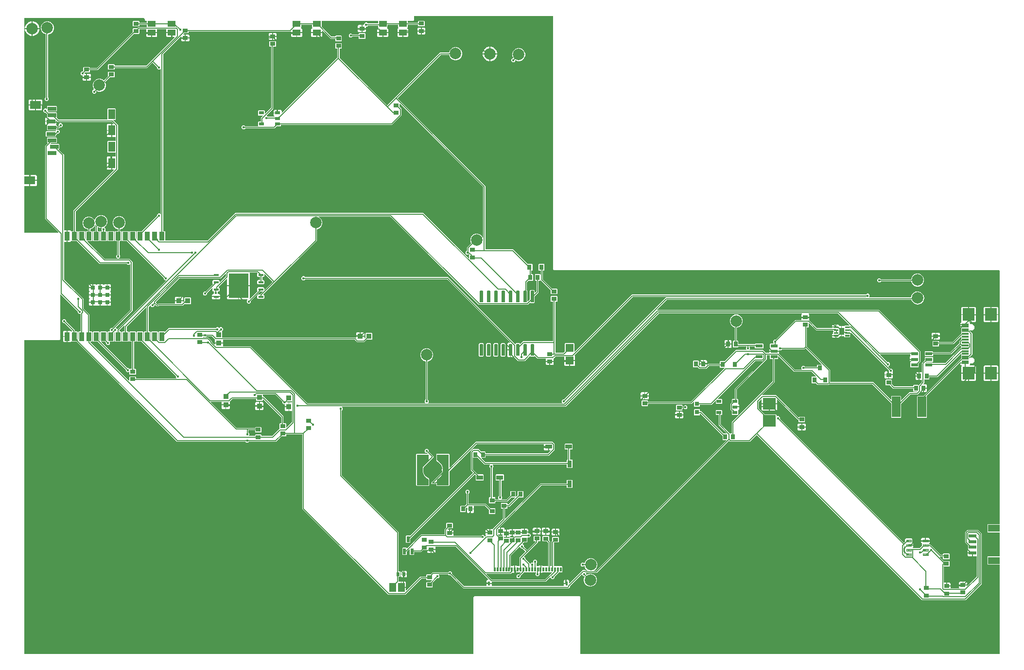
<source format=gbr>
G04 EAGLE Gerber RS-274X export*
G75*
%MOMM*%
%FSLAX34Y34*%
%LPD*%
%INTop Copper*%
%IPPOS*%
%AMOC8*
5,1,8,0,0,1.08239X$1,22.5*%
G01*
G04 Define Apertures*
%ADD10R,0.900000X0.700000*%
%ADD11R,2.200000X2.000000*%
%ADD12R,0.700000X0.900000*%
%ADD13R,1.400000X1.400000*%
%ADD14R,0.800000X0.800000*%
%ADD15R,1.150000X0.800000*%
%ADD16R,0.800000X0.900000*%
%ADD17R,1.200000X0.600000*%
%ADD18R,0.800000X1.150000*%
%ADD19R,0.970000X0.940000*%
%ADD20R,0.940000X0.970000*%
%ADD21R,0.900000X0.600000*%
%ADD22R,1.200000X1.800000*%
%ADD23R,1.900000X1.400000*%
%ADD24R,1.500000X0.700000*%
%ADD25R,2.000000X1.200000*%
%ADD26R,1.350000X0.600000*%
%ADD27R,0.300000X0.800000*%
%ADD28R,0.400000X0.800000*%
%ADD29R,1.150000X0.300000*%
%ADD30R,2.000000X2.180000*%
%ADD31R,0.127000X0.127000*%
%ADD32R,1.200000X0.550000*%
%ADD33R,0.900000X0.800000*%
%ADD34R,0.500000X1.050000*%
%ADD35R,1.500000X3.600000*%
%ADD36R,0.535100X0.644000*%
%ADD37R,1.168400X1.600200*%
%ADD38C,2.000000*%
%ADD39R,1.400000X1.050000*%
%ADD40C,0.067500*%
%ADD41R,0.900000X1.300000*%
%ADD42C,0.110000*%
%ADD43R,3.400000X4.300000*%
%ADD44R,0.900000X1.500000*%
%ADD45C,0.125000*%
%ADD46C,0.147500*%
%ADD47C,0.502400*%
%ADD48C,0.127000*%
%ADD49C,0.452400*%
G36*
X845807Y1646D02*
X845658Y1616D01*
X64230Y1616D01*
X64092Y1641D01*
X63965Y1723D01*
X63879Y1848D01*
X63849Y1997D01*
X63849Y548037D01*
X63874Y548174D01*
X63956Y548302D01*
X64081Y548388D01*
X64230Y548418D01*
X124346Y548418D01*
X125964Y550036D01*
X125964Y628612D01*
X125988Y628743D01*
X126067Y628873D01*
X126191Y628960D01*
X126339Y628993D01*
X126488Y628965D01*
X126615Y628881D01*
X156376Y599120D01*
X156458Y598999D01*
X156488Y598850D01*
X156488Y596707D01*
X158557Y594638D01*
X161544Y594638D01*
X161681Y594612D01*
X161809Y594531D01*
X161895Y594406D01*
X161925Y594257D01*
X161925Y564137D01*
X161899Y564000D01*
X161818Y563872D01*
X161693Y563786D01*
X161544Y563756D01*
X158796Y563756D01*
X158052Y563012D01*
X158052Y550412D01*
X158029Y550280D01*
X157949Y550151D01*
X157825Y550064D01*
X157677Y550031D01*
X157528Y550059D01*
X157402Y550143D01*
X157004Y550541D01*
X156922Y550661D01*
X156892Y550810D01*
X156892Y563012D01*
X156148Y563756D01*
X152146Y563756D01*
X152009Y563782D01*
X151881Y563863D01*
X151795Y563988D01*
X151765Y564137D01*
X151765Y565939D01*
X136994Y580711D01*
X136912Y580831D01*
X136882Y580980D01*
X136882Y583123D01*
X134813Y585192D01*
X131887Y585192D01*
X129818Y583123D01*
X129818Y580197D01*
X131887Y578128D01*
X134030Y578128D01*
X134173Y578100D01*
X134300Y578016D01*
X147843Y564473D01*
X147925Y564352D01*
X147955Y564203D01*
X147955Y564137D01*
X147929Y564000D01*
X147848Y563872D01*
X147723Y563786D01*
X147574Y563756D01*
X146096Y563756D01*
X145939Y563599D01*
X145824Y563520D01*
X145676Y563488D01*
X145527Y563516D01*
X145401Y563599D01*
X143974Y565026D01*
X139184Y565026D01*
X139184Y544946D01*
X143974Y544946D01*
X145401Y546372D01*
X145516Y546451D01*
X145664Y546484D01*
X145813Y546456D01*
X145939Y546372D01*
X146096Y546216D01*
X154512Y546216D01*
X154655Y546188D01*
X154782Y546104D01*
X329411Y371475D01*
X448872Y371475D01*
X449015Y371447D01*
X449142Y371363D01*
X450657Y369848D01*
X453583Y369848D01*
X455098Y371363D01*
X455219Y371445D01*
X455368Y371475D01*
X502439Y371475D01*
X511978Y381014D01*
X512099Y381096D01*
X512248Y381126D01*
X519043Y381126D01*
X519787Y381870D01*
X519787Y383794D01*
X519812Y383931D01*
X519894Y384059D01*
X520019Y384145D01*
X520168Y384175D01*
X547624Y384175D01*
X547761Y384149D01*
X547889Y384068D01*
X547975Y383943D01*
X548005Y383794D01*
X548005Y254481D01*
X697711Y104775D01*
X727229Y104775D01*
X755058Y132603D01*
X755178Y132685D01*
X755327Y132715D01*
X763371Y132715D01*
X763508Y132689D01*
X763636Y132608D01*
X763722Y132483D01*
X763752Y132334D01*
X763752Y131469D01*
X764496Y130725D01*
X773541Y130725D01*
X773673Y130702D01*
X773802Y130622D01*
X773890Y130499D01*
X773922Y130350D01*
X773895Y130201D01*
X773811Y130075D01*
X771113Y127377D01*
X770992Y127296D01*
X770843Y127265D01*
X764496Y127265D01*
X763752Y126521D01*
X763752Y118469D01*
X764496Y117725D01*
X774548Y117725D01*
X775292Y118469D01*
X775292Y126010D01*
X775320Y126153D01*
X775403Y126279D01*
X782641Y133516D01*
X782761Y133598D01*
X782910Y133628D01*
X785053Y133628D01*
X787122Y135697D01*
X787122Y138623D01*
X786060Y139685D01*
X785984Y139794D01*
X785949Y139942D01*
X785974Y140091D01*
X786056Y140219D01*
X786181Y140305D01*
X786330Y140335D01*
X801932Y140335D01*
X802075Y140307D01*
X802202Y140223D01*
X803717Y138708D01*
X805860Y138708D01*
X806003Y138680D01*
X806130Y138596D01*
X828521Y116205D01*
X1011709Y116205D01*
X1014095Y118591D01*
X1014095Y119703D01*
X1014123Y119846D01*
X1014207Y119973D01*
X1034678Y140444D01*
X1034787Y140520D01*
X1034935Y140555D01*
X1035084Y140529D01*
X1035212Y140448D01*
X1035298Y140323D01*
X1035328Y140174D01*
X1035328Y139507D01*
X1037397Y137438D01*
X1039540Y137438D01*
X1039683Y137410D01*
X1039810Y137326D01*
X1040093Y137043D01*
X1040173Y136925D01*
X1040205Y136777D01*
X1040176Y136628D01*
X1038603Y132830D01*
X1038603Y128346D01*
X1040318Y124204D01*
X1043489Y121034D01*
X1047631Y119318D01*
X1052114Y119318D01*
X1056256Y121034D01*
X1059427Y124204D01*
X1061143Y128346D01*
X1061143Y132830D01*
X1059427Y136972D01*
X1056256Y140142D01*
X1052114Y141858D01*
X1047631Y141858D01*
X1043489Y140142D01*
X1043205Y139858D01*
X1043089Y139779D01*
X1042941Y139747D01*
X1042792Y139775D01*
X1042666Y139858D01*
X1042504Y140021D01*
X1042422Y140141D01*
X1042392Y140290D01*
X1042392Y142494D01*
X1042418Y142631D01*
X1042499Y142759D01*
X1042624Y142845D01*
X1042773Y142875D01*
X1061239Y142875D01*
X1291321Y372957D01*
X1291436Y373036D01*
X1291584Y373068D01*
X1291733Y373040D01*
X1291859Y372957D01*
X1293341Y371475D01*
X1327939Y371475D01*
X1339581Y383117D01*
X1339696Y383196D01*
X1339844Y383228D01*
X1339993Y383200D01*
X1340119Y383117D01*
X1627351Y95885D01*
X1703859Y95885D01*
X1731645Y123671D01*
X1731645Y211609D01*
X1725449Y217805D01*
X1706091Y217805D01*
X1702435Y214149D01*
X1702435Y196061D01*
X1707837Y190659D01*
X1707919Y190538D01*
X1707949Y190389D01*
X1707949Y184197D01*
X1708256Y183891D01*
X1708335Y183776D01*
X1708367Y183628D01*
X1708339Y183479D01*
X1708256Y183352D01*
X1706679Y181776D01*
X1706679Y178486D01*
X1716731Y178486D01*
X1716731Y172184D01*
X1722374Y172184D01*
X1722511Y172158D01*
X1722639Y172076D01*
X1722725Y171951D01*
X1722755Y171803D01*
X1722755Y136837D01*
X1722727Y136694D01*
X1722643Y136568D01*
X1706709Y120633D01*
X1706600Y120557D01*
X1706452Y120522D01*
X1706303Y120547D01*
X1706175Y120629D01*
X1706089Y120754D01*
X1706059Y120903D01*
X1706059Y121099D01*
X1691979Y121099D01*
X1691979Y117309D01*
X1692433Y116855D01*
X1692509Y116746D01*
X1692544Y116598D01*
X1692519Y116449D01*
X1692437Y116321D01*
X1692312Y116235D01*
X1692163Y116205D01*
X1677827Y116205D01*
X1677689Y116231D01*
X1677562Y116312D01*
X1677476Y116437D01*
X1677446Y116586D01*
X1677446Y119325D01*
X1669644Y119325D01*
X1669644Y126127D01*
X1665986Y126127D01*
X1665849Y126152D01*
X1665721Y126234D01*
X1665635Y126359D01*
X1665605Y126508D01*
X1665605Y153871D01*
X1665631Y154008D01*
X1665712Y154136D01*
X1665837Y154222D01*
X1665986Y154252D01*
X1674874Y154252D01*
X1675618Y154996D01*
X1675618Y163048D01*
X1674874Y163792D01*
X1665320Y163792D01*
X1665177Y163820D01*
X1665051Y163903D01*
X1658790Y170165D01*
X1658713Y170274D01*
X1658678Y170422D01*
X1658704Y170571D01*
X1658785Y170699D01*
X1658910Y170785D01*
X1659059Y170815D01*
X1663697Y170815D01*
X1663835Y170789D01*
X1663962Y170708D01*
X1664048Y170583D01*
X1664078Y170434D01*
X1664078Y167996D01*
X1664822Y167252D01*
X1674874Y167252D01*
X1675618Y167996D01*
X1675618Y176048D01*
X1674874Y176792D01*
X1664822Y176792D01*
X1664078Y176048D01*
X1664078Y175006D01*
X1664053Y174869D01*
X1663971Y174741D01*
X1663846Y174655D01*
X1663697Y174625D01*
X1660837Y174625D01*
X1660694Y174653D01*
X1660568Y174737D01*
X1642899Y192405D01*
X1640484Y192405D01*
X1640346Y192431D01*
X1640218Y192512D01*
X1640133Y192637D01*
X1640103Y192786D01*
X1640103Y193831D01*
X1639930Y194003D01*
X1639851Y194119D01*
X1639818Y194267D01*
X1639846Y194416D01*
X1639930Y194542D01*
X1641373Y195985D01*
X1641373Y198409D01*
X1626133Y198409D01*
X1626133Y195985D01*
X1627575Y194542D01*
X1627654Y194427D01*
X1627687Y194279D01*
X1627659Y194130D01*
X1627575Y194003D01*
X1627403Y193831D01*
X1627403Y190074D01*
X1627375Y189931D01*
X1627291Y189805D01*
X1623653Y186167D01*
X1623532Y186085D01*
X1623383Y186055D01*
X1611203Y186055D01*
X1611071Y186078D01*
X1610942Y186158D01*
X1610854Y186282D01*
X1610822Y186430D01*
X1610849Y186579D01*
X1610933Y186705D01*
X1612213Y187985D01*
X1612213Y190409D01*
X1603831Y190409D01*
X1603831Y191933D01*
X1612213Y191933D01*
X1612213Y194357D01*
X1610770Y195799D01*
X1610691Y195915D01*
X1610658Y196063D01*
X1610686Y196212D01*
X1610770Y196338D01*
X1610943Y196511D01*
X1610943Y201831D01*
X1609832Y202941D01*
X1599353Y202941D01*
X1598243Y201831D01*
X1598243Y197744D01*
X1598215Y197601D01*
X1598131Y197475D01*
X1596659Y196004D01*
X1596544Y195925D01*
X1596396Y195892D01*
X1596247Y195920D01*
X1596121Y196004D01*
X1380324Y411801D01*
X1380242Y411921D01*
X1380212Y412070D01*
X1380212Y414213D01*
X1378143Y416282D01*
X1375217Y416282D01*
X1374687Y415752D01*
X1374578Y415676D01*
X1374430Y415641D01*
X1374281Y415666D01*
X1374153Y415748D01*
X1374067Y415873D01*
X1374037Y416022D01*
X1374037Y418614D01*
X1373293Y419358D01*
X1353874Y419358D01*
X1353731Y419386D01*
X1353604Y419470D01*
X1343137Y429938D01*
X1343055Y430058D01*
X1343025Y430207D01*
X1343025Y441013D01*
X1343053Y441156D01*
X1343137Y441283D01*
X1347577Y445722D01*
X1347686Y445799D01*
X1347834Y445834D01*
X1347983Y445808D01*
X1348111Y445727D01*
X1348197Y445602D01*
X1348227Y445453D01*
X1348227Y438850D01*
X1375307Y438850D01*
X1375307Y444799D01*
X1375330Y444931D01*
X1375410Y445060D01*
X1375534Y445148D01*
X1375682Y445180D01*
X1375831Y445152D01*
X1375957Y445069D01*
X1411451Y409575D01*
X1411941Y409575D01*
X1412079Y409549D01*
X1412207Y409468D01*
X1412292Y409343D01*
X1412322Y409194D01*
X1412322Y406266D01*
X1413066Y405522D01*
X1423119Y405522D01*
X1423862Y406266D01*
X1423862Y414318D01*
X1423119Y415062D01*
X1413066Y415062D01*
X1412479Y414474D01*
X1412363Y414395D01*
X1412215Y414363D01*
X1412066Y414391D01*
X1411940Y414474D01*
X1373659Y452755D01*
X1349179Y452755D01*
X1349047Y452778D01*
X1348918Y452858D01*
X1348831Y452982D01*
X1348798Y453130D01*
X1348826Y453279D01*
X1348910Y453405D01*
X1370965Y475461D01*
X1370965Y515275D01*
X1370991Y515412D01*
X1371072Y515540D01*
X1371197Y515626D01*
X1371346Y515656D01*
X1376417Y515656D01*
X1377161Y516400D01*
X1377161Y520415D01*
X1377185Y520546D01*
X1377265Y520675D01*
X1377388Y520763D01*
X1377536Y520796D01*
X1377685Y520768D01*
X1377812Y520684D01*
X1405101Y493395D01*
X1435423Y493395D01*
X1435566Y493367D01*
X1435693Y493283D01*
X1443435Y485541D01*
X1443511Y485432D01*
X1443546Y485284D01*
X1443521Y485135D01*
X1443439Y485007D01*
X1443314Y484921D01*
X1443165Y484891D01*
X1435646Y484891D01*
X1434902Y484147D01*
X1434902Y474095D01*
X1435646Y473351D01*
X1442767Y473351D01*
X1442910Y473323D01*
X1443037Y473239D01*
X1445741Y470535D01*
X1465099Y470535D01*
X1466258Y471693D01*
X1466378Y471775D01*
X1466527Y471805D01*
X1540833Y471805D01*
X1540976Y471777D01*
X1541103Y471693D01*
X1573706Y439090D01*
X1573788Y438969D01*
X1573818Y438820D01*
X1573818Y413784D01*
X1574562Y413040D01*
X1590614Y413040D01*
X1591358Y413784D01*
X1591358Y437886D01*
X1591386Y438029D01*
X1591469Y438155D01*
X1607228Y453913D01*
X1607348Y453995D01*
X1607497Y454025D01*
X1620039Y454025D01*
X1624430Y458416D01*
X1624545Y458495D01*
X1624694Y458528D01*
X1624843Y458500D01*
X1624969Y458416D01*
X1625527Y457858D01*
X1629317Y457858D01*
X1629317Y465660D01*
X1636119Y465660D01*
X1636119Y470450D01*
X1634631Y471938D01*
X1629982Y471938D01*
X1629850Y471961D01*
X1629721Y472041D01*
X1629633Y472165D01*
X1629601Y472313D01*
X1629629Y472462D01*
X1629712Y472588D01*
X1631315Y474191D01*
X1631315Y479831D01*
X1631341Y479969D01*
X1631422Y480096D01*
X1631547Y480182D01*
X1631696Y480212D01*
X1639703Y480212D01*
X1640447Y480956D01*
X1640447Y484124D01*
X1640473Y484261D01*
X1640555Y484389D01*
X1640680Y484475D01*
X1640828Y484505D01*
X1654329Y484505D01*
X1695142Y525318D01*
X1695252Y525394D01*
X1695399Y525429D01*
X1695549Y525404D01*
X1695676Y525322D01*
X1695762Y525197D01*
X1695792Y525048D01*
X1695792Y522571D01*
X1695997Y522366D01*
X1696076Y522251D01*
X1696108Y522103D01*
X1696081Y521954D01*
X1695997Y521827D01*
X1695792Y521623D01*
X1695792Y517544D01*
X1695765Y517401D01*
X1695681Y517275D01*
X1630098Y451692D01*
X1629977Y451610D01*
X1629828Y451580D01*
X1619562Y451580D01*
X1618818Y450836D01*
X1618818Y413784D01*
X1619562Y413040D01*
X1635614Y413040D01*
X1636358Y413784D01*
X1636358Y450836D01*
X1635763Y451431D01*
X1635684Y451546D01*
X1635652Y451694D01*
X1635680Y451843D01*
X1635763Y451969D01*
X1693872Y510078D01*
X1693982Y510154D01*
X1694129Y510189D01*
X1694279Y510164D01*
X1694406Y510082D01*
X1694492Y509957D01*
X1694522Y509808D01*
X1694522Y509359D01*
X1703574Y509359D01*
X1703574Y507835D01*
X1694522Y507835D01*
X1694522Y506045D01*
X1696010Y504557D01*
X1696710Y504557D01*
X1696842Y504533D01*
X1696971Y504454D01*
X1697059Y504330D01*
X1697091Y504182D01*
X1697064Y504033D01*
X1696980Y503906D01*
X1696022Y502949D01*
X1696022Y491759D01*
X1721102Y491759D01*
X1721102Y502949D01*
X1719614Y504437D01*
X1710414Y504437D01*
X1710283Y504460D01*
X1710154Y504540D01*
X1710066Y504664D01*
X1710033Y504812D01*
X1710061Y504961D01*
X1710145Y505087D01*
X1711102Y506045D01*
X1711102Y507566D01*
X1711128Y507703D01*
X1711210Y507831D01*
X1711335Y507917D01*
X1711483Y507947D01*
X1715737Y507947D01*
X1718812Y511022D01*
X1718812Y515371D01*
X1715737Y518447D01*
X1711388Y518447D01*
X1710483Y517542D01*
X1710373Y517465D01*
X1710226Y517430D01*
X1710076Y517456D01*
X1709948Y517538D01*
X1709863Y517663D01*
X1709832Y517811D01*
X1709832Y518414D01*
X1709858Y518551D01*
X1709940Y518679D01*
X1710065Y518765D01*
X1710208Y518794D01*
X1715135Y523721D01*
X1715135Y560859D01*
X1710208Y565786D01*
X1710076Y565811D01*
X1709948Y565892D01*
X1709863Y566017D01*
X1709832Y566166D01*
X1709832Y566382D01*
X1709856Y566514D01*
X1709936Y566643D01*
X1710059Y566731D01*
X1710207Y566763D01*
X1710356Y566736D01*
X1710483Y566652D01*
X1711388Y565747D01*
X1715737Y565747D01*
X1718812Y568822D01*
X1718812Y573171D01*
X1715737Y576247D01*
X1711483Y576247D01*
X1711346Y576272D01*
X1711218Y576354D01*
X1711133Y576479D01*
X1711102Y576628D01*
X1711102Y578149D01*
X1710145Y579106D01*
X1710068Y579216D01*
X1710033Y579364D01*
X1710059Y579513D01*
X1710141Y579641D01*
X1710266Y579727D01*
X1710414Y579757D01*
X1719614Y579757D01*
X1721102Y581245D01*
X1721102Y592435D01*
X1696022Y592435D01*
X1696022Y581245D01*
X1696980Y580287D01*
X1697056Y580178D01*
X1697091Y580030D01*
X1697066Y579881D01*
X1696984Y579753D01*
X1696859Y579667D01*
X1696710Y579637D01*
X1696010Y579637D01*
X1694522Y578149D01*
X1694522Y576359D01*
X1703574Y576359D01*
X1703574Y574835D01*
X1694522Y574835D01*
X1694522Y573359D01*
X1703574Y573359D01*
X1703574Y571835D01*
X1694522Y571835D01*
X1694522Y570045D01*
X1695681Y568886D01*
X1695762Y568766D01*
X1695792Y568617D01*
X1695792Y562571D01*
X1695997Y562366D01*
X1696076Y562251D01*
X1696108Y562103D01*
X1696081Y561954D01*
X1695997Y561827D01*
X1695792Y561623D01*
X1695792Y560724D01*
X1695765Y560581D01*
X1695681Y560455D01*
X1680803Y545577D01*
X1680682Y545495D01*
X1680533Y545465D01*
X1657708Y545465D01*
X1657571Y545491D01*
X1657443Y545572D01*
X1657357Y545697D01*
X1657327Y545846D01*
X1657327Y546661D01*
X1656583Y547405D01*
X1646531Y547405D01*
X1645787Y546661D01*
X1645787Y538609D01*
X1646531Y537865D01*
X1656583Y537865D01*
X1657327Y538609D01*
X1657327Y541274D01*
X1657353Y541411D01*
X1657434Y541539D01*
X1657559Y541625D01*
X1657708Y541655D01*
X1682269Y541655D01*
X1695142Y554528D01*
X1695252Y554604D01*
X1695399Y554639D01*
X1695549Y554614D01*
X1695676Y554532D01*
X1695762Y554407D01*
X1695792Y554258D01*
X1695792Y552571D01*
X1695997Y552366D01*
X1696076Y552251D01*
X1696108Y552103D01*
X1696081Y551954D01*
X1695997Y551827D01*
X1695792Y551623D01*
X1695792Y550564D01*
X1695765Y550421D01*
X1695681Y550295D01*
X1692275Y546889D01*
X1692275Y543237D01*
X1692247Y543094D01*
X1692163Y542968D01*
X1676993Y527797D01*
X1676872Y527715D01*
X1676723Y527685D01*
X1647113Y527685D01*
X1646976Y527711D01*
X1646848Y527792D01*
X1646762Y527917D01*
X1646732Y528066D01*
X1646732Y528184D01*
X1645988Y528928D01*
X1632936Y528928D01*
X1632192Y528184D01*
X1632192Y521132D01*
X1632936Y520388D01*
X1645988Y520388D01*
X1646732Y521132D01*
X1646732Y523494D01*
X1646758Y523631D01*
X1646839Y523759D01*
X1646964Y523845D01*
X1647113Y523875D01*
X1678459Y523875D01*
X1693911Y539327D01*
X1694026Y539406D01*
X1694174Y539438D01*
X1694323Y539410D01*
X1694449Y539327D01*
X1695681Y538095D01*
X1695762Y537974D01*
X1695792Y537826D01*
X1695792Y537571D01*
X1695997Y537366D01*
X1696076Y537251D01*
X1696108Y537103D01*
X1696081Y536954D01*
X1695997Y536827D01*
X1695792Y536623D01*
X1695792Y535686D01*
X1695767Y535549D01*
X1695685Y535421D01*
X1695560Y535335D01*
X1695411Y535305D01*
X1694661Y535305D01*
X1668103Y508747D01*
X1667982Y508665D01*
X1667833Y508635D01*
X1647113Y508635D01*
X1646976Y508661D01*
X1646848Y508742D01*
X1646762Y508867D01*
X1646732Y509016D01*
X1646732Y509184D01*
X1645988Y509928D01*
X1634952Y509928D01*
X1634820Y509951D01*
X1634691Y510031D01*
X1634603Y510154D01*
X1634571Y510303D01*
X1634598Y510452D01*
X1634682Y510578D01*
X1634880Y510776D01*
X1635001Y510857D01*
X1635150Y510888D01*
X1645988Y510888D01*
X1646732Y511632D01*
X1646732Y518684D01*
X1645988Y519428D01*
X1632936Y519428D01*
X1632192Y518684D01*
X1632192Y513634D01*
X1632164Y513491D01*
X1632080Y513365D01*
X1627505Y508789D01*
X1627505Y493403D01*
X1627479Y493266D01*
X1627398Y493138D01*
X1627273Y493052D01*
X1627124Y493022D01*
X1623439Y493022D01*
X1623439Y478942D01*
X1627124Y478942D01*
X1627261Y478917D01*
X1627389Y478835D01*
X1627475Y478710D01*
X1627505Y478561D01*
X1627505Y475927D01*
X1627477Y475784D01*
X1627393Y475658D01*
X1622024Y470288D01*
X1621909Y470209D01*
X1621761Y470177D01*
X1621612Y470204D01*
X1621485Y470288D01*
X1621105Y470668D01*
X1613053Y470668D01*
X1612309Y469924D01*
X1612309Y468376D01*
X1612284Y468239D01*
X1612202Y468111D01*
X1612077Y468025D01*
X1611928Y467995D01*
X1579557Y467995D01*
X1579414Y468023D01*
X1579288Y468107D01*
X1575396Y471998D01*
X1575315Y472119D01*
X1575284Y472268D01*
X1575284Y479137D01*
X1574540Y479881D01*
X1564488Y479881D01*
X1563744Y479137D01*
X1563744Y471085D01*
X1564488Y470341D01*
X1571507Y470341D01*
X1571650Y470313D01*
X1571776Y470230D01*
X1577821Y464185D01*
X1611928Y464185D01*
X1612066Y464159D01*
X1612193Y464078D01*
X1612279Y463953D01*
X1612309Y463804D01*
X1612309Y459872D01*
X1613053Y459128D01*
X1618834Y459128D01*
X1618966Y459104D01*
X1619095Y459025D01*
X1619182Y458901D01*
X1619215Y458753D01*
X1619187Y458604D01*
X1619103Y458478D01*
X1618573Y457947D01*
X1618452Y457865D01*
X1618303Y457835D01*
X1605761Y457835D01*
X1592008Y444082D01*
X1591898Y444006D01*
X1591751Y443971D01*
X1591601Y443996D01*
X1591474Y444078D01*
X1591388Y444203D01*
X1591358Y444352D01*
X1591358Y450836D01*
X1590614Y451580D01*
X1574562Y451580D01*
X1573818Y450836D01*
X1573818Y445286D01*
X1573794Y445155D01*
X1573715Y445026D01*
X1573591Y444938D01*
X1573443Y444905D01*
X1573294Y444933D01*
X1573167Y445017D01*
X1542569Y475615D01*
X1467866Y475615D01*
X1467729Y475641D01*
X1467601Y475722D01*
X1467515Y475847D01*
X1467485Y475996D01*
X1467485Y497359D01*
X1426957Y537888D01*
X1426875Y538008D01*
X1426845Y538157D01*
X1426845Y570352D01*
X1426871Y570490D01*
X1426952Y570618D01*
X1427077Y570703D01*
X1427226Y570733D01*
X1429408Y570733D01*
X1430152Y571477D01*
X1430152Y577914D01*
X1430175Y578046D01*
X1430255Y578175D01*
X1430379Y578263D01*
X1430527Y578295D01*
X1430676Y578267D01*
X1430802Y578184D01*
X1443201Y565785D01*
X1472100Y565785D01*
X1472237Y565759D01*
X1472365Y565678D01*
X1472451Y565553D01*
X1472481Y565404D01*
X1472481Y564915D01*
X1473033Y564363D01*
X1473112Y564248D01*
X1473145Y564100D01*
X1473117Y563951D01*
X1473033Y563824D01*
X1472481Y563272D01*
X1472481Y560226D01*
X1472453Y560083D01*
X1472369Y559957D01*
X1471211Y558798D01*
X1471211Y557356D01*
X1478313Y557356D01*
X1478313Y552704D01*
X1482205Y552704D01*
X1483891Y554389D01*
X1483891Y554673D01*
X1483917Y554810D01*
X1483998Y554938D01*
X1484123Y555024D01*
X1484272Y555054D01*
X1486639Y555054D01*
X1486639Y573134D01*
X1484272Y573134D01*
X1484135Y573159D01*
X1484007Y573241D01*
X1483921Y573366D01*
X1483891Y573515D01*
X1483891Y573798D01*
X1482205Y575484D01*
X1478313Y575484D01*
X1478313Y570832D01*
X1471211Y570832D01*
X1471211Y569976D01*
X1471185Y569839D01*
X1471104Y569711D01*
X1470979Y569625D01*
X1470830Y569595D01*
X1444937Y569595D01*
X1444794Y569623D01*
X1444668Y569707D01*
X1431192Y583182D01*
X1431113Y583298D01*
X1431080Y583446D01*
X1431108Y583595D01*
X1431192Y583721D01*
X1431422Y583951D01*
X1431422Y587741D01*
X1417342Y587741D01*
X1417342Y583946D01*
X1417316Y583809D01*
X1417234Y583681D01*
X1417109Y583595D01*
X1416961Y583565D01*
X1406371Y583565D01*
X1372550Y549744D01*
X1372429Y549662D01*
X1372280Y549632D01*
X1370137Y549632D01*
X1368068Y547563D01*
X1368068Y544637D01*
X1369359Y543347D01*
X1369435Y543237D01*
X1369470Y543089D01*
X1369444Y542940D01*
X1369363Y542812D01*
X1369238Y542726D01*
X1369089Y542696D01*
X1363365Y542696D01*
X1362621Y541952D01*
X1362621Y535400D01*
X1362928Y535094D01*
X1363007Y534978D01*
X1363039Y534830D01*
X1363012Y534681D01*
X1362928Y534555D01*
X1361351Y532978D01*
X1361351Y529938D01*
X1378431Y529938D01*
X1378431Y530814D01*
X1378455Y530945D01*
X1378535Y531074D01*
X1378658Y531162D01*
X1378806Y531195D01*
X1378955Y531167D01*
X1378999Y531138D01*
X1381953Y531138D01*
X1383468Y532653D01*
X1383589Y532735D01*
X1383738Y532765D01*
X1423189Y532765D01*
X1424671Y534247D01*
X1424786Y534326D01*
X1424934Y534358D01*
X1425083Y534330D01*
X1425209Y534247D01*
X1452915Y506541D01*
X1452991Y506432D01*
X1453026Y506284D01*
X1453001Y506135D01*
X1452919Y506007D01*
X1452794Y505921D01*
X1452645Y505891D01*
X1445146Y505891D01*
X1444402Y505147D01*
X1444402Y502666D01*
X1444376Y502529D01*
X1444294Y502401D01*
X1444169Y502315D01*
X1444021Y502285D01*
X1424378Y502285D01*
X1424235Y502313D01*
X1424108Y502397D01*
X1422593Y503912D01*
X1419667Y503912D01*
X1417598Y501843D01*
X1417598Y498917D01*
X1418660Y497855D01*
X1418736Y497746D01*
X1418771Y497598D01*
X1418746Y497449D01*
X1418664Y497321D01*
X1418539Y497235D01*
X1418390Y497205D01*
X1406837Y497205D01*
X1406694Y497233D01*
X1406568Y497317D01*
X1378543Y525341D01*
X1378462Y525462D01*
X1378431Y525611D01*
X1378431Y528414D01*
X1361351Y528414D01*
X1361351Y526796D01*
X1361326Y526659D01*
X1361244Y526531D01*
X1361119Y526445D01*
X1360970Y526415D01*
X1356037Y526415D01*
X1355894Y526443D01*
X1355768Y526527D01*
X1350799Y531495D01*
X1327350Y531495D01*
X1327218Y531518D01*
X1327089Y531598D01*
X1327001Y531722D01*
X1326969Y531870D01*
X1326997Y532019D01*
X1327080Y532145D01*
X1328142Y533207D01*
X1328142Y536133D01*
X1327080Y537195D01*
X1327004Y537304D01*
X1326969Y537452D01*
X1326994Y537601D01*
X1327076Y537729D01*
X1327201Y537815D01*
X1327350Y537845D01*
X1336238Y537845D01*
X1336376Y537819D01*
X1336504Y537738D01*
X1336589Y537613D01*
X1336619Y537464D01*
X1336619Y535400D01*
X1337363Y534656D01*
X1350415Y534656D01*
X1351159Y535400D01*
X1351159Y541952D01*
X1350415Y542696D01*
X1337363Y542696D01*
X1336600Y541933D01*
X1336594Y541899D01*
X1336512Y541771D01*
X1336387Y541685D01*
X1336238Y541655D01*
X1308082Y541655D01*
X1307945Y541681D01*
X1307817Y541762D01*
X1307732Y541887D01*
X1307701Y542036D01*
X1307701Y546948D01*
X1306957Y547692D01*
X1305306Y547692D01*
X1305169Y547718D01*
X1305041Y547799D01*
X1304955Y547924D01*
X1304925Y548073D01*
X1304925Y570229D01*
X1304951Y570366D01*
X1305032Y570494D01*
X1305157Y570580D01*
X1305306Y570610D01*
X1306318Y570610D01*
X1310461Y572326D01*
X1313631Y575496D01*
X1315347Y579638D01*
X1315347Y584122D01*
X1313631Y588264D01*
X1310461Y591434D01*
X1306318Y593150D01*
X1301835Y593150D01*
X1297693Y591434D01*
X1294522Y588264D01*
X1292807Y584122D01*
X1292807Y579638D01*
X1294522Y575496D01*
X1297693Y572326D01*
X1300880Y571006D01*
X1300999Y570927D01*
X1301085Y570802D01*
X1301115Y570654D01*
X1301115Y548073D01*
X1301089Y547936D01*
X1301008Y547808D01*
X1300883Y547722D01*
X1300734Y547692D01*
X1298905Y547692D01*
X1298161Y546948D01*
X1298161Y536896D01*
X1298905Y536152D01*
X1306957Y536152D01*
X1307701Y536896D01*
X1307701Y537464D01*
X1307727Y537601D01*
X1307809Y537729D01*
X1307934Y537815D01*
X1308082Y537845D01*
X1321870Y537845D01*
X1322002Y537822D01*
X1322131Y537742D01*
X1322219Y537618D01*
X1322251Y537470D01*
X1322223Y537321D01*
X1322140Y537195D01*
X1321078Y536133D01*
X1321078Y533207D01*
X1322140Y532145D01*
X1322216Y532036D01*
X1322251Y531888D01*
X1322226Y531739D01*
X1322144Y531611D01*
X1322019Y531525D01*
X1321870Y531495D01*
X1303501Y531495D01*
X1284461Y512455D01*
X1284340Y512374D01*
X1284192Y512344D01*
X1275743Y512344D01*
X1274999Y511600D01*
X1274999Y507746D01*
X1274974Y507609D01*
X1274892Y507481D01*
X1274767Y507395D01*
X1274618Y507365D01*
X1255241Y507365D01*
X1253551Y505675D01*
X1253441Y505599D01*
X1253294Y505564D01*
X1253144Y505589D01*
X1253016Y505671D01*
X1252931Y505796D01*
X1252901Y505944D01*
X1252901Y506248D01*
X1240821Y506248D01*
X1240821Y503963D01*
X1240797Y503832D01*
X1240717Y503703D01*
X1240594Y503615D01*
X1240446Y503582D01*
X1240297Y503610D01*
X1240170Y503694D01*
X1238742Y505122D01*
X1238661Y505243D01*
X1238631Y505391D01*
X1238631Y512036D01*
X1237887Y512780D01*
X1229834Y512780D01*
X1229091Y512036D01*
X1229091Y501984D01*
X1229834Y501240D01*
X1237079Y501240D01*
X1237222Y501212D01*
X1237348Y501128D01*
X1240001Y498475D01*
X1251739Y498475D01*
X1256708Y503443D01*
X1256828Y503525D01*
X1256977Y503555D01*
X1274618Y503555D01*
X1274756Y503529D01*
X1274883Y503448D01*
X1274969Y503323D01*
X1274999Y503174D01*
X1274999Y501547D01*
X1275743Y500804D01*
X1283320Y500804D01*
X1283451Y500780D01*
X1283580Y500700D01*
X1283668Y500577D01*
X1283701Y500429D01*
X1283673Y500280D01*
X1283589Y500153D01*
X1224873Y441437D01*
X1224752Y441355D01*
X1224603Y441325D01*
X1150683Y441325D01*
X1150546Y441351D01*
X1150418Y441432D01*
X1150333Y441557D01*
X1150302Y441706D01*
X1150302Y442693D01*
X1149559Y443437D01*
X1139506Y443437D01*
X1138762Y442693D01*
X1138762Y434641D01*
X1139506Y433897D01*
X1149559Y433897D01*
X1150302Y434641D01*
X1150302Y437134D01*
X1150328Y437271D01*
X1150410Y437399D01*
X1150535Y437485D01*
X1150683Y437515D01*
X1226339Y437515D01*
X1229704Y440880D01*
X1229813Y440956D01*
X1229961Y440991D01*
X1230110Y440966D01*
X1230238Y440884D01*
X1230324Y440759D01*
X1230354Y440610D01*
X1230354Y433483D01*
X1231098Y432739D01*
X1240150Y432739D01*
X1240894Y433483D01*
X1240894Y435864D01*
X1240920Y436001D01*
X1241001Y436129D01*
X1241127Y436215D01*
X1241275Y436245D01*
X1260629Y436245D01*
X1267499Y443115D01*
X1267608Y443191D01*
X1267756Y443226D01*
X1267905Y443200D01*
X1268033Y443119D01*
X1268119Y442994D01*
X1268149Y442845D01*
X1268149Y438192D01*
X1268893Y437448D01*
X1278945Y437448D01*
X1279689Y438192D01*
X1279689Y445244D01*
X1278945Y445988D01*
X1271292Y445988D01*
X1271161Y446012D01*
X1271032Y446092D01*
X1270944Y446215D01*
X1270911Y446363D01*
X1270939Y446512D01*
X1271023Y446639D01*
X1336718Y512333D01*
X1336838Y512415D01*
X1336987Y512445D01*
X1348301Y512445D01*
X1348433Y512422D01*
X1348562Y512342D01*
X1348650Y512218D01*
X1348682Y512070D01*
X1348654Y511921D01*
X1348571Y511795D01*
X1301115Y464339D01*
X1301115Y446369D01*
X1301089Y446232D01*
X1301008Y446104D01*
X1300883Y446019D01*
X1300734Y445988D01*
X1296893Y445988D01*
X1296149Y445244D01*
X1296149Y440481D01*
X1296121Y440338D01*
X1296037Y440212D01*
X1293495Y437669D01*
X1293495Y427201D01*
X1295909Y424787D01*
X1296033Y424708D01*
X1296119Y424583D01*
X1296149Y424434D01*
X1296149Y419192D01*
X1296893Y418448D01*
X1306945Y418448D01*
X1307689Y419192D01*
X1307689Y426244D01*
X1307632Y426301D01*
X1307554Y426416D01*
X1307521Y426564D01*
X1307549Y426713D01*
X1307633Y426840D01*
X1308959Y428166D01*
X1308959Y431456D01*
X1301157Y431456D01*
X1301157Y432980D01*
X1308959Y432980D01*
X1308959Y436270D01*
X1307633Y437597D01*
X1307554Y437712D01*
X1307521Y437860D01*
X1307549Y438009D01*
X1307633Y438136D01*
X1307689Y438192D01*
X1307689Y445244D01*
X1306945Y445988D01*
X1305306Y445988D01*
X1305169Y446014D01*
X1305041Y446096D01*
X1304955Y446221D01*
X1304925Y446369D01*
X1304925Y462603D01*
X1304953Y462746D01*
X1305037Y462873D01*
X1356995Y514831D01*
X1356995Y522224D01*
X1357021Y522361D01*
X1357102Y522489D01*
X1357227Y522575D01*
X1357376Y522605D01*
X1362240Y522605D01*
X1362378Y522579D01*
X1362506Y522498D01*
X1362591Y522373D01*
X1362621Y522224D01*
X1362621Y516400D01*
X1363365Y515656D01*
X1366774Y515656D01*
X1366911Y515630D01*
X1367039Y515549D01*
X1367125Y515424D01*
X1367155Y515275D01*
X1367155Y477197D01*
X1367127Y477054D01*
X1367043Y476928D01*
X1296035Y405919D01*
X1296035Y386549D01*
X1296009Y386412D01*
X1295928Y386284D01*
X1295803Y386199D01*
X1295654Y386168D01*
X1293814Y386168D01*
X1293639Y385994D01*
X1293524Y385915D01*
X1293376Y385882D01*
X1293227Y385910D01*
X1293100Y385994D01*
X1277097Y401998D01*
X1277015Y402118D01*
X1276985Y402267D01*
X1276985Y418067D01*
X1277011Y418205D01*
X1277092Y418332D01*
X1277217Y418418D01*
X1277366Y418448D01*
X1278945Y418448D01*
X1279689Y419192D01*
X1279689Y426244D01*
X1278945Y426988D01*
X1268893Y426988D01*
X1268149Y426244D01*
X1268149Y419192D01*
X1268893Y418448D01*
X1272794Y418448D01*
X1272931Y418423D01*
X1273059Y418341D01*
X1273145Y418216D01*
X1273175Y418067D01*
X1273175Y400531D01*
X1286887Y386819D01*
X1286964Y386709D01*
X1286999Y386562D01*
X1286973Y386412D01*
X1286891Y386284D01*
X1286766Y386199D01*
X1286618Y386168D01*
X1281654Y386168D01*
X1281511Y386196D01*
X1281384Y386280D01*
X1242849Y424815D01*
X1241275Y424815D01*
X1241138Y424841D01*
X1241010Y424922D01*
X1240924Y425047D01*
X1240894Y425196D01*
X1240894Y427535D01*
X1240150Y428279D01*
X1231098Y428279D01*
X1230354Y427535D01*
X1230354Y418483D01*
X1231098Y417739D01*
X1240150Y417739D01*
X1240894Y418483D01*
X1240894Y420462D01*
X1240918Y420594D01*
X1240997Y420723D01*
X1241121Y420810D01*
X1241269Y420843D01*
X1241418Y420815D01*
X1241545Y420731D01*
X1279958Y382318D01*
X1280040Y382197D01*
X1280070Y382048D01*
X1280070Y375372D01*
X1280814Y374628D01*
X1286684Y374628D01*
X1286816Y374605D01*
X1286945Y374525D01*
X1287033Y374402D01*
X1287065Y374253D01*
X1287038Y374104D01*
X1286954Y373978D01*
X1059773Y146797D01*
X1059652Y146715D01*
X1059503Y146685D01*
X1056523Y146685D01*
X1056394Y146707D01*
X1056264Y146786D01*
X1056175Y146909D01*
X1056142Y147057D01*
X1056168Y147206D01*
X1056251Y147333D01*
X1056377Y147418D01*
X1057097Y147716D01*
X1060267Y150887D01*
X1061983Y155029D01*
X1061983Y159512D01*
X1060267Y163654D01*
X1057097Y166825D01*
X1052955Y168540D01*
X1048471Y168540D01*
X1044329Y166825D01*
X1041159Y163654D01*
X1039614Y159926D01*
X1039540Y159811D01*
X1039416Y159723D01*
X1039268Y159691D01*
X1039119Y159719D01*
X1038993Y159802D01*
X1037783Y161012D01*
X1034857Y161012D01*
X1032788Y158943D01*
X1032788Y156017D01*
X1034857Y153948D01*
X1037783Y153948D01*
X1038870Y155035D01*
X1038982Y155113D01*
X1039130Y155147D01*
X1039280Y155120D01*
X1039407Y155037D01*
X1039491Y154911D01*
X1041159Y150887D01*
X1044329Y147716D01*
X1045049Y147418D01*
X1045159Y147348D01*
X1045249Y147226D01*
X1045284Y147078D01*
X1045258Y146929D01*
X1045177Y146801D01*
X1045052Y146715D01*
X1044903Y146685D01*
X1042347Y146685D01*
X1042204Y146713D01*
X1042078Y146797D01*
X1040919Y147955D01*
X1036801Y147955D01*
X1013435Y124590D01*
X1013326Y124513D01*
X1013178Y124478D01*
X1013029Y124504D01*
X1012901Y124585D01*
X1012815Y124710D01*
X1012785Y124859D01*
X1012785Y129534D01*
X1011297Y131022D01*
X1009007Y131022D01*
X1009007Y123720D01*
X1003705Y123720D01*
X1003705Y120396D01*
X1003679Y120259D01*
X1003598Y120131D01*
X1003473Y120045D01*
X1003324Y120015D01*
X878166Y120015D01*
X878029Y120041D01*
X877901Y120122D01*
X877815Y120247D01*
X877785Y120396D01*
X877785Y123720D01*
X868705Y123720D01*
X868705Y120396D01*
X868679Y120259D01*
X868598Y120131D01*
X868473Y120045D01*
X868324Y120015D01*
X830257Y120015D01*
X830114Y120043D01*
X829988Y120127D01*
X808824Y141291D01*
X808742Y141411D01*
X808712Y141560D01*
X808712Y143703D01*
X806643Y145772D01*
X803717Y145772D01*
X802202Y144257D01*
X802081Y144175D01*
X801932Y144145D01*
X775181Y144145D01*
X771413Y140377D01*
X771292Y140296D01*
X771143Y140265D01*
X764496Y140265D01*
X763752Y139521D01*
X763752Y136906D01*
X763726Y136769D01*
X763644Y136641D01*
X763519Y136555D01*
X763371Y136525D01*
X753591Y136525D01*
X729330Y112264D01*
X729220Y112187D01*
X729072Y112152D01*
X728923Y112178D01*
X728795Y112259D01*
X728709Y112385D01*
X728679Y112533D01*
X728679Y116951D01*
X719535Y116951D01*
X719535Y128254D01*
X716026Y128254D01*
X715889Y128280D01*
X715761Y128362D01*
X715675Y128487D01*
X715645Y128635D01*
X715645Y136149D01*
X715671Y136287D01*
X715752Y136415D01*
X715877Y136500D01*
X716026Y136530D01*
X718097Y136530D01*
X718841Y137274D01*
X718841Y144766D01*
X718097Y145510D01*
X716026Y145510D01*
X715889Y145536D01*
X715761Y145618D01*
X715675Y145743D01*
X715645Y145891D01*
X715645Y214149D01*
X616697Y313098D01*
X616615Y313218D01*
X616585Y313367D01*
X616585Y426012D01*
X616613Y426155D01*
X616697Y426282D01*
X618212Y427797D01*
X618212Y430723D01*
X617150Y431785D01*
X617074Y431894D01*
X617039Y432042D01*
X617064Y432191D01*
X617146Y432319D01*
X617271Y432405D01*
X617420Y432435D01*
X1006629Y432435D01*
X1169078Y594883D01*
X1169198Y594965D01*
X1169347Y594995D01*
X1418362Y594995D01*
X1418493Y594972D01*
X1418622Y594892D01*
X1418710Y594768D01*
X1418742Y594620D01*
X1418715Y594471D01*
X1418631Y594345D01*
X1417342Y593056D01*
X1417342Y589265D01*
X1431422Y589265D01*
X1431422Y593056D01*
X1430133Y594345D01*
X1430056Y594454D01*
X1430021Y594602D01*
X1430047Y594751D01*
X1430128Y594879D01*
X1430254Y594965D01*
X1430402Y594995D01*
X1481143Y594995D01*
X1481286Y594967D01*
X1481413Y594883D01*
X1501432Y574864D01*
X1501508Y574755D01*
X1501543Y574607D01*
X1501518Y574457D01*
X1501436Y574330D01*
X1501311Y574244D01*
X1501162Y574214D01*
X1493123Y574214D01*
X1492154Y573245D01*
X1492034Y573164D01*
X1491885Y573134D01*
X1488163Y573134D01*
X1488163Y555054D01*
X1491885Y555054D01*
X1492028Y555026D01*
X1492154Y554942D01*
X1493123Y553974D01*
X1501379Y553974D01*
X1502321Y554915D01*
X1502321Y557962D01*
X1502349Y558105D01*
X1502433Y558231D01*
X1503591Y559389D01*
X1503591Y561625D01*
X1503615Y561757D01*
X1503694Y561886D01*
X1503818Y561973D01*
X1503966Y562006D01*
X1504115Y561978D01*
X1504241Y561894D01*
X1569886Y496250D01*
X1569968Y496129D01*
X1569998Y495980D01*
X1569998Y494532D01*
X1570276Y494532D01*
X1570276Y488873D01*
X1576554Y488873D01*
X1576554Y492663D01*
X1576491Y492727D01*
X1576412Y492842D01*
X1576379Y492990D01*
X1576407Y493139D01*
X1576491Y493266D01*
X1577062Y493837D01*
X1577062Y496763D01*
X1574993Y498832D01*
X1572850Y498832D01*
X1572707Y498860D01*
X1572581Y498944D01*
X1568977Y502548D01*
X1568900Y502657D01*
X1568865Y502805D01*
X1568891Y502954D01*
X1568972Y503082D01*
X1569097Y503168D01*
X1569246Y503198D01*
X1569913Y503198D01*
X1571982Y505267D01*
X1571982Y508193D01*
X1569913Y510262D01*
X1567770Y510262D01*
X1567627Y510290D01*
X1567501Y510374D01*
X1554650Y523225D01*
X1554573Y523334D01*
X1554538Y523482D01*
X1554564Y523631D01*
X1554645Y523759D01*
X1554770Y523845D01*
X1554919Y523875D01*
X1606811Y523875D01*
X1606948Y523849D01*
X1607076Y523768D01*
X1607162Y523643D01*
X1607192Y523494D01*
X1607192Y521132D01*
X1607249Y521075D01*
X1607328Y520960D01*
X1607360Y520812D01*
X1607332Y520663D01*
X1607249Y520536D01*
X1605922Y519210D01*
X1605922Y515920D01*
X1615224Y515920D01*
X1615224Y514396D01*
X1605922Y514396D01*
X1605922Y511106D01*
X1607249Y509779D01*
X1607328Y509664D01*
X1607360Y509516D01*
X1607332Y509367D01*
X1607249Y509240D01*
X1607192Y509184D01*
X1607192Y502132D01*
X1607936Y501388D01*
X1620988Y501388D01*
X1621732Y502132D01*
X1621732Y507630D01*
X1621760Y507773D01*
X1621844Y507900D01*
X1624965Y511021D01*
X1624965Y529109D01*
X1552729Y601345D01*
X1166299Y601345D01*
X1166167Y601368D01*
X1166038Y601448D01*
X1165951Y601572D01*
X1165918Y601720D01*
X1165946Y601869D01*
X1166030Y601995D01*
X1183048Y619013D01*
X1183168Y619095D01*
X1183317Y619125D01*
X1608519Y619125D01*
X1608618Y619112D01*
X1608753Y619044D01*
X1608852Y618929D01*
X1608898Y618784D01*
X1608904Y618725D01*
X1611050Y614788D01*
X1614539Y611973D01*
X1618840Y610707D01*
X1623299Y611183D01*
X1627235Y613330D01*
X1630050Y616819D01*
X1631316Y621120D01*
X1630840Y625578D01*
X1628694Y629514D01*
X1625204Y632330D01*
X1620903Y633596D01*
X1616445Y633119D01*
X1612509Y630973D01*
X1609693Y627484D01*
X1608435Y623208D01*
X1608343Y623051D01*
X1608218Y622965D01*
X1608070Y622935D01*
X1535630Y622935D01*
X1535498Y622958D01*
X1535369Y623038D01*
X1535281Y623162D01*
X1535249Y623310D01*
X1535277Y623459D01*
X1535360Y623585D01*
X1536422Y624647D01*
X1536422Y627573D01*
X1534353Y629642D01*
X1531427Y629642D01*
X1529912Y628127D01*
X1529791Y628045D01*
X1529642Y628015D01*
X1121891Y628015D01*
X1022604Y528728D01*
X1022494Y528652D01*
X1022347Y528617D01*
X1022197Y528642D01*
X1022070Y528724D01*
X1021984Y528849D01*
X1021954Y528998D01*
X1021954Y542484D01*
X1021210Y543228D01*
X1006158Y543228D01*
X1005414Y542484D01*
X1005414Y529476D01*
X1005386Y529333D01*
X1005302Y529206D01*
X1002623Y526527D01*
X1002502Y526445D01*
X1002353Y526415D01*
X989076Y526415D01*
X988939Y526441D01*
X988811Y526522D01*
X988725Y526647D01*
X988695Y526796D01*
X988695Y615555D01*
X988721Y615693D01*
X988802Y615821D01*
X988927Y615906D01*
X989076Y615936D01*
X991421Y615936D01*
X992164Y616680D01*
X992164Y624733D01*
X991421Y625476D01*
X981368Y625476D01*
X980624Y624733D01*
X980624Y616680D01*
X981368Y615936D01*
X984504Y615936D01*
X984641Y615911D01*
X984769Y615829D01*
X984855Y615704D01*
X984885Y615555D01*
X984885Y547116D01*
X984859Y546979D01*
X984778Y546851D01*
X984653Y546765D01*
X984504Y546735D01*
X932661Y546735D01*
X928075Y542149D01*
X927959Y542070D01*
X927811Y542037D01*
X927662Y542065D01*
X927536Y542149D01*
X926459Y543226D01*
X920371Y543226D01*
X919169Y542024D01*
X919054Y541945D01*
X918905Y541913D01*
X918756Y541940D01*
X918630Y542024D01*
X803387Y657268D01*
X802159Y658495D01*
X553158Y658495D01*
X553015Y658523D01*
X552888Y658607D01*
X551373Y660122D01*
X548447Y660122D01*
X546378Y658053D01*
X546378Y655127D01*
X548447Y653058D01*
X551373Y653058D01*
X552888Y654573D01*
X553009Y654655D01*
X553158Y654685D01*
X800423Y654685D01*
X800566Y654657D01*
X800693Y654573D01*
X910120Y545146D01*
X910196Y545037D01*
X910231Y544889D01*
X910206Y544740D01*
X910124Y544612D01*
X909999Y544526D01*
X909850Y544496D01*
X907145Y544496D01*
X905225Y542576D01*
X905225Y532468D01*
X911477Y532468D01*
X911477Y518916D01*
X914285Y518916D01*
X915655Y520286D01*
X915764Y520362D01*
X915912Y520397D01*
X916061Y520372D01*
X916189Y520290D01*
X916275Y520165D01*
X916305Y520016D01*
X916305Y519911D01*
X923771Y512445D01*
X935509Y512445D01*
X944241Y521177D01*
X944356Y521256D01*
X944504Y521288D01*
X944653Y521261D01*
X944780Y521177D01*
X945771Y520186D01*
X951859Y520186D01*
X952725Y521052D01*
X952840Y521131D01*
X952988Y521164D01*
X953137Y521136D01*
X953264Y521052D01*
X958061Y516255D01*
X971611Y516255D01*
X971748Y516229D01*
X971876Y516148D01*
X971962Y516023D01*
X971992Y515874D01*
X971992Y511945D01*
X986072Y511945D01*
X986072Y515735D01*
X985565Y516242D01*
X985486Y516357D01*
X985453Y516505D01*
X985481Y516654D01*
X985565Y516781D01*
X988738Y519953D01*
X988858Y520035D01*
X989007Y520065D01*
X1003763Y520065D01*
X1003900Y520039D01*
X1004028Y519958D01*
X1004113Y519833D01*
X1004144Y519684D01*
X1004144Y513720D01*
X1023224Y513720D01*
X1023224Y521010D01*
X1022018Y522215D01*
X1021939Y522331D01*
X1021907Y522479D01*
X1021935Y522628D01*
X1022018Y522754D01*
X1123358Y624093D01*
X1123478Y624175D01*
X1123627Y624205D01*
X1529642Y624205D01*
X1529785Y624177D01*
X1529912Y624093D01*
X1530420Y623585D01*
X1530496Y623476D01*
X1530531Y623328D01*
X1530506Y623179D01*
X1530424Y623051D01*
X1530299Y622965D01*
X1530150Y622935D01*
X1181581Y622935D01*
X1004250Y445604D01*
X1004129Y445522D01*
X1003980Y445492D01*
X1001837Y445492D01*
X999768Y443423D01*
X999768Y440497D01*
X1000830Y439435D01*
X1000906Y439326D01*
X1000941Y439178D01*
X1000916Y439029D01*
X1000834Y438901D01*
X1000709Y438815D01*
X1000560Y438785D01*
X767280Y438785D01*
X767148Y438808D01*
X767019Y438888D01*
X766931Y439012D01*
X766899Y439160D01*
X766927Y439309D01*
X767010Y439435D01*
X768072Y440497D01*
X768072Y443423D01*
X766557Y444938D01*
X766475Y445059D01*
X766445Y445208D01*
X766445Y511343D01*
X766471Y511481D01*
X766552Y511608D01*
X766677Y511694D01*
X766826Y511724D01*
X766925Y511724D01*
X771067Y513440D01*
X774237Y516610D01*
X775953Y520753D01*
X775953Y525236D01*
X774237Y529378D01*
X771067Y532549D01*
X766925Y534264D01*
X762441Y534264D01*
X758299Y532549D01*
X755129Y529378D01*
X753413Y525236D01*
X753413Y520753D01*
X755129Y516610D01*
X758299Y513440D01*
X762400Y511741D01*
X762519Y511663D01*
X762605Y511538D01*
X762635Y511389D01*
X762635Y445208D01*
X762607Y445065D01*
X762523Y444938D01*
X761008Y443423D01*
X761008Y440497D01*
X762070Y439435D01*
X762146Y439326D01*
X762181Y439178D01*
X762156Y439029D01*
X762074Y438901D01*
X761949Y438815D01*
X761800Y438785D01*
X557207Y438785D01*
X557064Y438813D01*
X556938Y438897D01*
X457989Y537845D01*
X410304Y537845D01*
X410166Y537871D01*
X410038Y537952D01*
X409953Y538077D01*
X409923Y538226D01*
X409923Y542634D01*
X395443Y542634D01*
X395443Y541621D01*
X395419Y541490D01*
X395339Y541361D01*
X395216Y541273D01*
X395068Y541240D01*
X394919Y541268D01*
X394792Y541352D01*
X390637Y545508D01*
X390555Y545628D01*
X390525Y545777D01*
X390525Y546889D01*
X384329Y553085D01*
X375414Y553085D01*
X375282Y553108D01*
X375153Y553188D01*
X375065Y553312D01*
X375033Y553460D01*
X375060Y553609D01*
X375144Y553735D01*
X375534Y554125D01*
X375534Y554541D01*
X375557Y554673D01*
X375637Y554802D01*
X375761Y554890D01*
X375909Y554922D01*
X376058Y554894D01*
X376184Y554811D01*
X376997Y553998D01*
X379923Y553998D01*
X381438Y555513D01*
X381559Y555595D01*
X381708Y555625D01*
X390213Y555625D01*
X390356Y555597D01*
X390483Y555513D01*
X395801Y550195D01*
X395880Y550080D01*
X395912Y549932D01*
X395884Y549783D01*
X395801Y549657D01*
X395443Y549298D01*
X395443Y544158D01*
X409923Y544158D01*
X409923Y548894D01*
X409948Y549031D01*
X410030Y549159D01*
X410155Y549245D01*
X410304Y549275D01*
X639133Y549275D01*
X639276Y549247D01*
X639403Y549163D01*
X643101Y545465D01*
X656109Y545465D01*
X659777Y549133D01*
X659898Y549214D01*
X660047Y549245D01*
X669406Y549245D01*
X670150Y549989D01*
X670150Y560441D01*
X669406Y561185D01*
X658654Y561185D01*
X657910Y560441D01*
X657910Y552812D01*
X657882Y552669D01*
X657798Y552542D01*
X657070Y551814D01*
X656961Y551738D01*
X656813Y551703D01*
X656664Y551728D01*
X656536Y551810D01*
X656450Y551935D01*
X656420Y552084D01*
X656420Y554453D01*
X641640Y554453D01*
X641640Y553234D01*
X641616Y553102D01*
X641537Y552973D01*
X641413Y552886D01*
X641265Y552853D01*
X641116Y552881D01*
X640990Y552965D01*
X640869Y553085D01*
X409034Y553085D01*
X408896Y553111D01*
X408768Y553192D01*
X408683Y553317D01*
X408653Y553466D01*
X408653Y563772D01*
X408334Y564091D01*
X408255Y564206D01*
X408223Y564354D01*
X408251Y564503D01*
X408334Y564629D01*
X409932Y566227D01*
X409932Y569153D01*
X407863Y571222D01*
X404937Y571222D01*
X403494Y569779D01*
X403379Y569700D01*
X403231Y569668D01*
X403082Y569696D01*
X402956Y569779D01*
X401513Y571222D01*
X398587Y571222D01*
X397072Y569707D01*
X396951Y569625D01*
X396802Y569595D01*
X315441Y569595D01*
X309344Y563498D01*
X309229Y563419D01*
X309081Y563387D01*
X308932Y563415D01*
X308806Y563498D01*
X308548Y563756D01*
X298496Y563756D01*
X297752Y563012D01*
X297752Y549142D01*
X297729Y549010D01*
X297649Y548881D01*
X297525Y548794D01*
X297377Y548761D01*
X297228Y548789D01*
X297102Y548873D01*
X296704Y549271D01*
X296622Y549391D01*
X296592Y549540D01*
X296592Y563012D01*
X295848Y563756D01*
X285796Y563756D01*
X285052Y563012D01*
X285052Y549142D01*
X285029Y549010D01*
X284949Y548881D01*
X284825Y548794D01*
X284677Y548761D01*
X284528Y548789D01*
X284402Y548873D01*
X284004Y549271D01*
X283922Y549391D01*
X283892Y549540D01*
X283892Y563012D01*
X283148Y563756D01*
X280416Y563756D01*
X280279Y563782D01*
X280151Y563863D01*
X280065Y563988D01*
X280035Y564137D01*
X280035Y606113D01*
X280063Y606256D01*
X280147Y606383D01*
X282838Y609074D01*
X282947Y609150D01*
X283095Y609185D01*
X283244Y609159D01*
X283372Y609078D01*
X283458Y608953D01*
X283488Y608804D01*
X283488Y608137D01*
X285557Y606068D01*
X288483Y606068D01*
X290552Y608137D01*
X290552Y610074D01*
X290575Y610206D01*
X290655Y610335D01*
X290779Y610423D01*
X290927Y610455D01*
X291076Y610427D01*
X291202Y610344D01*
X292787Y608759D01*
X292837Y608698D01*
X292893Y608557D01*
X292906Y608484D01*
X293386Y608152D01*
X293438Y608108D01*
X293851Y607695D01*
X293925Y607695D01*
X294003Y607687D01*
X294142Y607627D01*
X294203Y607585D01*
X294777Y607689D01*
X294845Y607695D01*
X295429Y607695D01*
X295481Y607747D01*
X295542Y607797D01*
X295683Y607853D01*
X300069Y608647D01*
X300137Y608653D01*
X339720Y608653D01*
X342318Y611252D01*
X342433Y611331D01*
X342582Y611363D01*
X342731Y611335D01*
X342857Y611252D01*
X342915Y611193D01*
X353668Y611193D01*
X354412Y611937D01*
X354412Y622389D01*
X353668Y623133D01*
X342915Y623133D01*
X342172Y622389D01*
X342172Y616651D01*
X342144Y616508D01*
X342060Y616382D01*
X341332Y615654D01*
X341222Y615577D01*
X341075Y615542D01*
X340925Y615568D01*
X340797Y615649D01*
X340712Y615774D01*
X340682Y615923D01*
X340682Y616401D01*
X325902Y616401D01*
X325902Y612844D01*
X325876Y612707D01*
X325794Y612579D01*
X325669Y612493D01*
X325521Y612463D01*
X300647Y612463D01*
X300569Y612471D01*
X300430Y612531D01*
X300369Y612573D01*
X299794Y612469D01*
X299726Y612463D01*
X299143Y612463D01*
X299090Y612411D01*
X299030Y612361D01*
X298889Y612305D01*
X295478Y611688D01*
X295267Y611709D01*
X295141Y611793D01*
X292847Y614088D01*
X292765Y614208D01*
X292735Y614357D01*
X292735Y615003D01*
X292763Y615146D01*
X292847Y615273D01*
X333418Y655843D01*
X333538Y655925D01*
X333687Y655955D01*
X405919Y655955D01*
X414005Y664041D01*
X414114Y664117D01*
X414262Y664152D01*
X414411Y664126D01*
X414539Y664045D01*
X414625Y663920D01*
X414655Y663771D01*
X414655Y660077D01*
X414627Y659934D01*
X414543Y659808D01*
X404342Y649606D01*
X404232Y649530D01*
X404085Y649495D01*
X403935Y649520D01*
X403808Y649602D01*
X403722Y649727D01*
X403692Y649876D01*
X403692Y652274D01*
X402626Y653340D01*
X392818Y653340D01*
X391752Y652274D01*
X391752Y647466D01*
X392263Y646956D01*
X392342Y646840D01*
X392374Y646692D01*
X392346Y646543D01*
X392263Y646417D01*
X379410Y633564D01*
X379289Y633482D01*
X379140Y633452D01*
X376997Y633452D01*
X374928Y631383D01*
X374928Y628457D01*
X376997Y626388D01*
X379923Y626388D01*
X381992Y628457D01*
X381992Y630600D01*
X382020Y630743D01*
X382104Y630870D01*
X391101Y639867D01*
X391211Y639944D01*
X391358Y639979D01*
X391508Y639953D01*
X391636Y639871D01*
X391721Y639746D01*
X391752Y639598D01*
X391752Y634766D01*
X392818Y633700D01*
X394106Y633700D01*
X394237Y633677D01*
X394366Y633597D01*
X394454Y633474D01*
X394486Y633325D01*
X394459Y633176D01*
X394375Y633050D01*
X393978Y632653D01*
X393978Y629591D01*
X393952Y629454D01*
X393871Y629326D01*
X393746Y629241D01*
X393597Y629210D01*
X392292Y629210D01*
X390482Y627400D01*
X390482Y625232D01*
X404962Y625232D01*
X404962Y627400D01*
X403152Y629210D01*
X401423Y629210D01*
X401286Y629236D01*
X401158Y629318D01*
X401072Y629443D01*
X401042Y629591D01*
X401042Y632653D01*
X400645Y633050D01*
X400569Y633160D01*
X400534Y633307D01*
X400559Y633457D01*
X400641Y633584D01*
X400766Y633670D01*
X400914Y633700D01*
X402626Y633700D01*
X403692Y634766D01*
X403692Y639574D01*
X402626Y640640D01*
X401684Y640640D01*
X401553Y640664D01*
X401424Y640744D01*
X401336Y640867D01*
X401303Y641015D01*
X401331Y641164D01*
X401415Y641291D01*
X416481Y656357D01*
X416591Y656434D01*
X416738Y656469D01*
X416888Y656443D01*
X417016Y656361D01*
X417101Y656236D01*
X417132Y656088D01*
X417132Y644282D01*
X456212Y644282D01*
X456212Y665734D01*
X456237Y665871D01*
X456319Y665999D01*
X456444Y666085D01*
X456593Y666115D01*
X468953Y666115D01*
X469096Y666087D01*
X469223Y666003D01*
X469682Y665544D01*
X469761Y665428D01*
X469794Y665280D01*
X469766Y665131D01*
X469682Y665005D01*
X469652Y664974D01*
X469652Y660166D01*
X470718Y659100D01*
X473964Y659100D01*
X474101Y659075D01*
X474229Y658993D01*
X474315Y658868D01*
X474345Y658719D01*
X474345Y653721D01*
X474319Y653584D01*
X474238Y653456D01*
X474113Y653371D01*
X473964Y653340D01*
X470718Y653340D01*
X469652Y652274D01*
X469652Y647466D01*
X470718Y646400D01*
X480526Y646400D01*
X481592Y647466D01*
X481592Y652274D01*
X480526Y653340D01*
X478536Y653340D01*
X478399Y653366D01*
X478271Y653448D01*
X478185Y653573D01*
X478155Y653721D01*
X478155Y658719D01*
X478181Y658857D01*
X478262Y658984D01*
X478387Y659070D01*
X478536Y659100D01*
X480526Y659100D01*
X481592Y660166D01*
X481592Y664144D01*
X481615Y664276D01*
X481695Y664405D01*
X481818Y664493D01*
X481967Y664525D01*
X482116Y664498D01*
X482242Y664414D01*
X496147Y650509D01*
X496226Y650394D01*
X496258Y650246D01*
X496230Y650097D01*
X496147Y649971D01*
X482242Y636066D01*
X482132Y635990D01*
X481985Y635955D01*
X481835Y635980D01*
X481708Y636062D01*
X481622Y636187D01*
X481592Y636336D01*
X481592Y639574D01*
X480526Y640640D01*
X470718Y640640D01*
X469652Y639574D01*
X469652Y634766D01*
X469948Y634471D01*
X470027Y634355D01*
X470059Y634207D01*
X470031Y634058D01*
X469948Y633932D01*
X456862Y620846D01*
X456752Y620770D01*
X456605Y620735D01*
X456455Y620760D01*
X456328Y620842D01*
X456242Y620967D01*
X456212Y621116D01*
X456212Y642758D01*
X437434Y642758D01*
X437434Y619480D01*
X452276Y619480D01*
X452407Y619457D01*
X452536Y619377D01*
X452624Y619254D01*
X452656Y619105D01*
X452629Y618956D01*
X452545Y618830D01*
X451128Y617413D01*
X451128Y614487D01*
X453197Y612418D01*
X456123Y612418D01*
X458192Y614487D01*
X458192Y616630D01*
X458220Y616773D01*
X458304Y616900D01*
X474993Y633589D01*
X475114Y633670D01*
X475262Y633700D01*
X478956Y633700D01*
X479088Y633677D01*
X479217Y633597D01*
X479305Y633474D01*
X479337Y633325D01*
X479310Y633176D01*
X479226Y633050D01*
X474247Y628072D01*
X474238Y628056D01*
X474113Y627971D01*
X473964Y627940D01*
X470718Y627940D01*
X469652Y626874D01*
X469652Y622066D01*
X470718Y621000D01*
X480526Y621000D01*
X481592Y622066D01*
X481592Y626874D01*
X480526Y627940D01*
X480424Y627940D01*
X480293Y627964D01*
X480164Y628044D01*
X480076Y628167D01*
X480043Y628315D01*
X480071Y628464D01*
X480155Y628591D01*
X573405Y721841D01*
X573405Y741548D01*
X573431Y741685D01*
X573512Y741813D01*
X573637Y741899D01*
X573786Y741929D01*
X573840Y741929D01*
X577982Y743644D01*
X581152Y746815D01*
X582868Y750957D01*
X582868Y755440D01*
X581152Y759583D01*
X577982Y762753D01*
X576970Y763172D01*
X576860Y763242D01*
X576770Y763364D01*
X576735Y763512D01*
X576761Y763661D01*
X576842Y763789D01*
X576968Y763875D01*
X577116Y763905D01*
X701363Y763905D01*
X701506Y763877D01*
X701633Y763793D01*
X855191Y610235D01*
X940589Y610235D01*
X944436Y614082D01*
X944551Y614161D01*
X944699Y614193D01*
X944848Y614166D01*
X944975Y614082D01*
X945771Y613286D01*
X951859Y613286D01*
X953035Y614462D01*
X953035Y625063D01*
X953062Y625206D01*
X953146Y625332D01*
X959485Y631671D01*
X959485Y651751D01*
X959511Y651889D01*
X959592Y652016D01*
X959717Y652102D01*
X959866Y652132D01*
X961997Y652132D01*
X962741Y652876D01*
X962741Y652895D01*
X962764Y653027D01*
X962844Y653156D01*
X962967Y653244D01*
X963116Y653276D01*
X963265Y653249D01*
X963391Y653165D01*
X980513Y636043D01*
X980594Y635922D01*
X980624Y635774D01*
X980624Y629680D01*
X981368Y628936D01*
X991421Y628936D01*
X992164Y629680D01*
X992164Y637733D01*
X991421Y638476D01*
X983625Y638476D01*
X983482Y638504D01*
X983356Y638588D01*
X967217Y654728D01*
X967135Y654848D01*
X967105Y654997D01*
X967105Y669387D01*
X967131Y669524D01*
X967212Y669652D01*
X967337Y669738D01*
X967486Y669768D01*
X969246Y669768D01*
X969990Y670512D01*
X969990Y680564D01*
X969246Y681308D01*
X960194Y681308D01*
X959450Y680564D01*
X959450Y670512D01*
X960194Y669768D01*
X962914Y669768D01*
X963051Y669742D01*
X963179Y669660D01*
X963265Y669535D01*
X963295Y669387D01*
X963295Y663294D01*
X963272Y663162D01*
X963192Y663033D01*
X963068Y662945D01*
X962920Y662913D01*
X962771Y662941D01*
X962645Y663024D01*
X961997Y663672D01*
X953945Y663672D01*
X953201Y662928D01*
X953201Y652876D01*
X953945Y652132D01*
X955294Y652132D01*
X955431Y652107D01*
X955559Y652025D01*
X955645Y651900D01*
X955675Y651751D01*
X955675Y633407D01*
X955647Y633264D01*
X955563Y633138D01*
X953685Y631259D01*
X953575Y631183D01*
X953428Y631148D01*
X953278Y631173D01*
X953151Y631255D01*
X953065Y631380D01*
X953035Y631529D01*
X953035Y635150D01*
X951859Y636326D01*
X945771Y636326D01*
X944595Y635150D01*
X944595Y619787D01*
X944567Y619644D01*
X944483Y619517D01*
X940985Y616019D01*
X940875Y615943D01*
X940728Y615908D01*
X940578Y615933D01*
X940451Y616015D01*
X940365Y616140D01*
X940335Y616289D01*
X940335Y635150D01*
X939277Y636208D01*
X939195Y636329D01*
X939165Y636477D01*
X939165Y649293D01*
X939193Y649436D01*
X939277Y649563D01*
X941735Y652021D01*
X941856Y652102D01*
X942004Y652132D01*
X948997Y652132D01*
X949741Y652876D01*
X949741Y662928D01*
X948997Y663672D01*
X947166Y663672D01*
X947029Y663698D01*
X946901Y663780D01*
X946815Y663905D01*
X946785Y664053D01*
X946785Y669387D01*
X946811Y669524D01*
X946892Y669652D01*
X947017Y669738D01*
X947166Y669768D01*
X948246Y669768D01*
X948990Y670512D01*
X948990Y680564D01*
X948246Y681308D01*
X940794Y681308D01*
X940651Y681336D01*
X940525Y681419D01*
X915189Y706755D01*
X867156Y706755D01*
X867019Y706781D01*
X866891Y706862D01*
X866805Y706987D01*
X866775Y707136D01*
X866775Y817399D01*
X714164Y970011D01*
X714085Y970126D01*
X714052Y970274D01*
X714080Y970423D01*
X714164Y970549D01*
X789348Y1045733D01*
X789468Y1045815D01*
X789617Y1045845D01*
X803491Y1045845D01*
X803631Y1045818D01*
X803758Y1045736D01*
X803843Y1045610D01*
X805529Y1041539D01*
X808699Y1038369D01*
X812841Y1036653D01*
X817325Y1036653D01*
X821467Y1038369D01*
X824637Y1041539D01*
X826353Y1045681D01*
X826353Y1050165D01*
X824637Y1054307D01*
X821467Y1057477D01*
X817325Y1059193D01*
X812841Y1059193D01*
X808699Y1057477D01*
X805529Y1054307D01*
X803813Y1050165D01*
X803813Y1050036D01*
X803787Y1049899D01*
X803706Y1049771D01*
X803581Y1049685D01*
X803432Y1049655D01*
X787881Y1049655D01*
X696229Y958004D01*
X696114Y957925D01*
X695966Y957892D01*
X695817Y957920D01*
X695691Y958004D01*
X612887Y1040808D01*
X612805Y1040928D01*
X612775Y1041077D01*
X612775Y1056411D01*
X612801Y1056549D01*
X612882Y1056676D01*
X613007Y1056762D01*
X613156Y1056792D01*
X616140Y1056792D01*
X616884Y1057536D01*
X616884Y1065588D01*
X616140Y1066332D01*
X606088Y1066332D01*
X605344Y1065588D01*
X605344Y1057536D01*
X606088Y1056792D01*
X608584Y1056792D01*
X608721Y1056767D01*
X608849Y1056685D01*
X608935Y1056560D01*
X608965Y1056411D01*
X608965Y1041077D01*
X608937Y1040934D01*
X608853Y1040808D01*
X512725Y944679D01*
X512615Y944602D01*
X512467Y944567D01*
X512318Y944593D01*
X512190Y944674D01*
X512104Y944800D01*
X512074Y944948D01*
X512074Y948585D01*
X510586Y950073D01*
X505796Y950073D01*
X505796Y943771D01*
X497994Y943771D01*
X497994Y940481D01*
X499321Y939155D01*
X499400Y939039D01*
X499432Y938891D01*
X499404Y938742D01*
X499321Y938616D01*
X499264Y938559D01*
X499264Y938276D01*
X499239Y938139D01*
X499157Y938011D01*
X499032Y937925D01*
X498883Y937895D01*
X488388Y937895D01*
X488245Y937923D01*
X488118Y938007D01*
X486603Y939522D01*
X485936Y939522D01*
X485804Y939545D01*
X485675Y939625D01*
X485588Y939749D01*
X485555Y939897D01*
X485583Y940046D01*
X485667Y940172D01*
X497205Y951711D01*
X497205Y1059834D01*
X497231Y1059971D01*
X497312Y1060099D01*
X497437Y1060184D01*
X497586Y1060215D01*
X501449Y1060215D01*
X502193Y1060958D01*
X502193Y1069011D01*
X501449Y1069755D01*
X491397Y1069755D01*
X490653Y1069011D01*
X490653Y1060958D01*
X491397Y1060215D01*
X493014Y1060215D01*
X493151Y1060189D01*
X493279Y1060107D01*
X493365Y1059982D01*
X493395Y1059834D01*
X493395Y953447D01*
X493367Y953304D01*
X493283Y953178D01*
X483455Y943349D01*
X483345Y943272D01*
X483197Y943237D01*
X483048Y943263D01*
X482920Y943344D01*
X482834Y943470D01*
X482804Y943618D01*
X482804Y948059D01*
X482060Y948803D01*
X472008Y948803D01*
X471264Y948059D01*
X471264Y941007D01*
X472008Y940263D01*
X479449Y940263D01*
X479581Y940240D01*
X479710Y940160D01*
X479798Y940036D01*
X479830Y939888D01*
X479802Y939739D01*
X479719Y939613D01*
X475615Y935509D01*
X475615Y930184D01*
X475589Y930047D01*
X475508Y929919D01*
X475383Y929833D01*
X475234Y929803D01*
X472008Y929803D01*
X471264Y929059D01*
X471264Y921995D01*
X471312Y921926D01*
X471347Y921778D01*
X471322Y921629D01*
X471240Y921501D01*
X471115Y921415D01*
X470967Y921385D01*
X449018Y921385D01*
X448875Y921413D01*
X448748Y921497D01*
X447233Y923012D01*
X444307Y923012D01*
X442238Y920943D01*
X442238Y918017D01*
X444307Y915948D01*
X447233Y915948D01*
X448748Y917463D01*
X448869Y917545D01*
X449018Y917575D01*
X499899Y917575D01*
X503476Y921152D01*
X503597Y921233D01*
X503745Y921263D01*
X510060Y921263D01*
X510804Y922007D01*
X510804Y923544D01*
X510830Y923681D01*
X510912Y923809D01*
X511037Y923895D01*
X511185Y923925D01*
X704369Y923925D01*
X720725Y940281D01*
X720725Y952019D01*
X717082Y955662D01*
X717000Y955783D01*
X716970Y955932D01*
X716970Y960896D01*
X716994Y961028D01*
X717073Y961157D01*
X717197Y961244D01*
X717345Y961277D01*
X717494Y961249D01*
X717621Y961165D01*
X862853Y815933D01*
X862935Y815812D01*
X862965Y815663D01*
X862965Y727673D01*
X862943Y727544D01*
X862864Y727415D01*
X862741Y727326D01*
X862593Y727292D01*
X862444Y727319D01*
X862317Y727402D01*
X862232Y727527D01*
X861377Y729591D01*
X858207Y732761D01*
X854065Y734477D01*
X849581Y734477D01*
X845439Y732761D01*
X842269Y729591D01*
X840553Y725449D01*
X840553Y720965D01*
X841838Y717864D01*
X841866Y717724D01*
X841839Y717575D01*
X841755Y717449D01*
X835025Y710719D01*
X835025Y704953D01*
X834999Y704816D01*
X834918Y704688D01*
X834793Y704602D01*
X834644Y704572D01*
X834197Y704572D01*
X832128Y702503D01*
X832128Y699577D01*
X834197Y697508D01*
X837123Y697508D01*
X837811Y698196D01*
X837926Y698275D01*
X838074Y698308D01*
X838223Y698280D01*
X838350Y698196D01*
X838826Y697720D01*
X838905Y697605D01*
X838937Y697457D01*
X838910Y697308D01*
X838826Y697181D01*
X838709Y697065D01*
X838709Y691445D01*
X838686Y691313D01*
X838606Y691184D01*
X838483Y691096D01*
X838334Y691064D01*
X838185Y691091D01*
X838059Y691175D01*
X758979Y770255D01*
X431011Y770255D01*
X382863Y722107D01*
X382742Y722025D01*
X382593Y721995D01*
X309673Y721995D01*
X309536Y722021D01*
X309408Y722102D01*
X309322Y722227D01*
X309292Y722376D01*
X309292Y738012D01*
X308548Y738756D01*
X305816Y738756D01*
X305679Y738782D01*
X305551Y738863D01*
X305465Y738988D01*
X305435Y739137D01*
X305435Y1046803D01*
X305463Y1046946D01*
X305547Y1047073D01*
X336444Y1077970D01*
X336554Y1078047D01*
X336701Y1078082D01*
X336851Y1078056D01*
X336979Y1077974D01*
X337064Y1077849D01*
X337095Y1077701D01*
X337095Y1075942D01*
X343373Y1075942D01*
X343373Y1081220D01*
X340613Y1081220D01*
X340482Y1081243D01*
X340353Y1081323D01*
X340265Y1081446D01*
X340233Y1081594D01*
X340260Y1081744D01*
X340344Y1081870D01*
X341772Y1083298D01*
X341893Y1083379D01*
X342041Y1083410D01*
X349161Y1083410D01*
X349905Y1084153D01*
X349905Y1086104D01*
X349930Y1086241D01*
X350012Y1086369D01*
X350137Y1086455D01*
X350286Y1086485D01*
X527839Y1086485D01*
X528007Y1086653D01*
X528117Y1086730D01*
X528264Y1086765D01*
X528414Y1086739D01*
X528542Y1086657D01*
X528627Y1086532D01*
X528658Y1086384D01*
X528658Y1085339D01*
X547738Y1085339D01*
X547738Y1090879D01*
X546250Y1092367D01*
X545954Y1092367D01*
X545822Y1092390D01*
X545693Y1092470D01*
X545605Y1092593D01*
X545573Y1092742D01*
X545600Y1092891D01*
X545684Y1093017D01*
X546468Y1093801D01*
X546468Y1097534D01*
X546493Y1097671D01*
X546575Y1097799D01*
X546700Y1097885D01*
X546849Y1097915D01*
X564547Y1097915D01*
X564684Y1097889D01*
X564812Y1097808D01*
X564897Y1097683D01*
X564928Y1097534D01*
X564928Y1093801D01*
X565711Y1093017D01*
X565788Y1092907D01*
X565823Y1092760D01*
X565797Y1092610D01*
X565715Y1092483D01*
X565590Y1092397D01*
X565442Y1092367D01*
X565146Y1092367D01*
X563658Y1090879D01*
X563658Y1085339D01*
X582738Y1085339D01*
X582738Y1087508D01*
X582761Y1087640D01*
X582841Y1087769D01*
X582964Y1087857D01*
X583113Y1087889D01*
X583262Y1087862D01*
X583388Y1087778D01*
X597381Y1073785D01*
X604963Y1073785D01*
X605101Y1073759D01*
X605228Y1073678D01*
X605314Y1073553D01*
X605344Y1073404D01*
X605344Y1070536D01*
X606088Y1069792D01*
X616140Y1069792D01*
X616884Y1070536D01*
X616884Y1078588D01*
X616140Y1079332D01*
X606088Y1079332D01*
X605344Y1078588D01*
X605344Y1077976D01*
X605319Y1077839D01*
X605237Y1077711D01*
X605112Y1077625D01*
X604963Y1077595D01*
X599117Y1077595D01*
X598974Y1077623D01*
X598848Y1077707D01*
X581579Y1094975D01*
X581498Y1095096D01*
X581468Y1095244D01*
X581468Y1104547D01*
X581493Y1104684D01*
X581575Y1104812D01*
X581700Y1104898D01*
X581849Y1104928D01*
X679563Y1104928D01*
X679700Y1104902D01*
X679828Y1104821D01*
X679914Y1104696D01*
X679944Y1104547D01*
X679944Y1100836D01*
X679918Y1100699D01*
X679836Y1100571D01*
X679711Y1100485D01*
X679563Y1100455D01*
X662378Y1100455D01*
X662235Y1100483D01*
X662108Y1100567D01*
X660593Y1102082D01*
X657667Y1102082D01*
X655598Y1100013D01*
X655598Y1098172D01*
X655572Y1098035D01*
X655491Y1097907D01*
X655366Y1097821D01*
X655217Y1097791D01*
X652677Y1097791D01*
X652677Y1092513D01*
X658955Y1092513D01*
X658955Y1094637D01*
X658980Y1094774D01*
X659062Y1094902D01*
X659187Y1094988D01*
X659336Y1095018D01*
X660593Y1095018D01*
X662108Y1096533D01*
X662229Y1096615D01*
X662378Y1096645D01*
X679563Y1096645D01*
X679700Y1096619D01*
X679828Y1096538D01*
X679914Y1096413D01*
X679944Y1096264D01*
X679944Y1093902D01*
X680727Y1093118D01*
X680804Y1093009D01*
X680839Y1092861D01*
X680813Y1092712D01*
X680732Y1092584D01*
X680606Y1092498D01*
X680458Y1092468D01*
X680162Y1092468D01*
X678674Y1090980D01*
X678674Y1085440D01*
X697754Y1085440D01*
X697754Y1090980D01*
X696266Y1092468D01*
X695970Y1092468D01*
X695838Y1092491D01*
X695709Y1092571D01*
X695621Y1092695D01*
X695589Y1092843D01*
X695616Y1092992D01*
X695700Y1093118D01*
X696484Y1093902D01*
X696484Y1097534D01*
X696509Y1097671D01*
X696591Y1097799D01*
X696716Y1097885D01*
X696865Y1097915D01*
X714563Y1097915D01*
X714700Y1097889D01*
X714828Y1097808D01*
X714914Y1097683D01*
X714944Y1097534D01*
X714944Y1093902D01*
X715727Y1093118D01*
X715804Y1093009D01*
X715839Y1092861D01*
X715813Y1092712D01*
X715732Y1092584D01*
X715606Y1092498D01*
X715458Y1092468D01*
X715162Y1092468D01*
X713674Y1090980D01*
X713674Y1085440D01*
X732754Y1085440D01*
X732754Y1090980D01*
X731266Y1092468D01*
X730970Y1092468D01*
X730838Y1092491D01*
X730709Y1092571D01*
X730621Y1092695D01*
X730589Y1092843D01*
X730616Y1092992D01*
X730700Y1093118D01*
X731484Y1093902D01*
X731484Y1097534D01*
X731509Y1097671D01*
X731591Y1097799D01*
X731716Y1097885D01*
X731865Y1097915D01*
X749406Y1097915D01*
X749543Y1097889D01*
X749671Y1097808D01*
X749757Y1097683D01*
X749787Y1097534D01*
X749787Y1096341D01*
X750531Y1095597D01*
X760583Y1095597D01*
X761327Y1096341D01*
X761327Y1104394D01*
X760583Y1105137D01*
X750531Y1105137D01*
X749787Y1104394D01*
X749787Y1102106D01*
X749761Y1101969D01*
X749680Y1101841D01*
X749555Y1101755D01*
X749406Y1101725D01*
X731865Y1101725D01*
X731727Y1101751D01*
X731600Y1101832D01*
X731514Y1101957D01*
X731484Y1102106D01*
X731484Y1104547D01*
X731509Y1104684D01*
X731591Y1104812D01*
X731716Y1104898D01*
X731865Y1104928D01*
X740852Y1104928D01*
X742470Y1106546D01*
X742470Y1113233D01*
X742496Y1113370D01*
X742578Y1113498D01*
X742703Y1113584D01*
X742851Y1113614D01*
X984489Y1113614D01*
X984627Y1113588D01*
X984754Y1113506D01*
X984840Y1113381D01*
X984870Y1113233D01*
X984870Y671598D01*
X986265Y670203D01*
X1762338Y670203D01*
X1762475Y670177D01*
X1762603Y670096D01*
X1762689Y669971D01*
X1762719Y669822D01*
X1762719Y228375D01*
X1762693Y228237D01*
X1762612Y228109D01*
X1762487Y228024D01*
X1762338Y227994D01*
X1742193Y227994D01*
X1741449Y227250D01*
X1741449Y214197D01*
X1742193Y213454D01*
X1762338Y213454D01*
X1762475Y213428D01*
X1762603Y213346D01*
X1762689Y213221D01*
X1762719Y213073D01*
X1762719Y172375D01*
X1762693Y172237D01*
X1762612Y172109D01*
X1762487Y172024D01*
X1762338Y171994D01*
X1742193Y171994D01*
X1741449Y171250D01*
X1741449Y158197D01*
X1742193Y157454D01*
X1762338Y157454D01*
X1762475Y157428D01*
X1762603Y157346D01*
X1762689Y157221D01*
X1762719Y157073D01*
X1762719Y2508D01*
X1762693Y2371D01*
X1762612Y2243D01*
X1762487Y2157D01*
X1762338Y2127D01*
X1032879Y2127D01*
X1032742Y2153D01*
X1032614Y2234D01*
X1032529Y2359D01*
X1032498Y2508D01*
X1032498Y100988D01*
X1031178Y102308D01*
X847360Y102308D01*
X846039Y100988D01*
X846039Y1997D01*
X846014Y1860D01*
X845932Y1732D01*
X845807Y1646D01*
G37*
%LPC*%
G36*
X644875Y1092513D02*
X651153Y1092513D01*
X651153Y1097791D01*
X646363Y1097791D01*
X644875Y1096303D01*
X644875Y1092513D01*
G37*
G36*
X756319Y1088129D02*
X762597Y1088129D01*
X762597Y1091920D01*
X761109Y1093407D01*
X756319Y1093407D01*
X756319Y1088129D01*
G37*
G36*
X748517Y1088129D02*
X754795Y1088129D01*
X754795Y1093407D01*
X750005Y1093407D01*
X748517Y1091920D01*
X748517Y1088129D01*
G37*
G36*
X652677Y1085711D02*
X657467Y1085711D01*
X658955Y1087199D01*
X658955Y1090989D01*
X652677Y1090989D01*
X652677Y1085711D01*
G37*
G36*
X646363Y1085711D02*
X651153Y1085711D01*
X651153Y1090989D01*
X644875Y1090989D01*
X644875Y1087199D01*
X646363Y1085711D01*
G37*
G36*
X750005Y1081327D02*
X754795Y1081327D01*
X754795Y1086605D01*
X748517Y1086605D01*
X748517Y1082815D01*
X750005Y1081327D01*
G37*
G36*
X756319Y1081327D02*
X761109Y1081327D01*
X762597Y1082815D01*
X762597Y1086605D01*
X756319Y1086605D01*
X756319Y1081327D01*
G37*
G36*
X497185Y1078747D02*
X503463Y1078747D01*
X503463Y1082537D01*
X501975Y1084025D01*
X497185Y1084025D01*
X497185Y1078747D01*
G37*
G36*
X489383Y1078747D02*
X495661Y1078747D01*
X495661Y1084025D01*
X490871Y1084025D01*
X489383Y1082537D01*
X489383Y1078747D01*
G37*
G36*
X680162Y1076888D02*
X687452Y1076888D01*
X687452Y1083916D01*
X678674Y1083916D01*
X678674Y1078376D01*
X680162Y1076888D01*
G37*
G36*
X688976Y1076888D02*
X696266Y1076888D01*
X697754Y1078376D01*
X697754Y1083916D01*
X688976Y1083916D01*
X688976Y1076888D01*
G37*
G36*
X723976Y1076888D02*
X731266Y1076888D01*
X732754Y1078376D01*
X732754Y1083916D01*
X723976Y1083916D01*
X723976Y1076888D01*
G37*
G36*
X715162Y1076888D02*
X722452Y1076888D01*
X722452Y1083916D01*
X713674Y1083916D01*
X713674Y1078376D01*
X715162Y1076888D01*
G37*
G36*
X565146Y1076787D02*
X572436Y1076787D01*
X572436Y1083815D01*
X563658Y1083815D01*
X563658Y1078275D01*
X565146Y1076787D01*
G37*
G36*
X573960Y1076787D02*
X581250Y1076787D01*
X582738Y1078275D01*
X582738Y1083815D01*
X573960Y1083815D01*
X573960Y1076787D01*
G37*
G36*
X530146Y1076787D02*
X537436Y1076787D01*
X537436Y1083815D01*
X528658Y1083815D01*
X528658Y1078275D01*
X530146Y1076787D01*
G37*
G36*
X538960Y1076787D02*
X546250Y1076787D01*
X547738Y1078275D01*
X547738Y1083815D01*
X538960Y1083815D01*
X538960Y1076787D01*
G37*
G36*
X646889Y1073981D02*
X656941Y1073981D01*
X657685Y1074725D01*
X657685Y1082777D01*
X656941Y1083521D01*
X646889Y1083521D01*
X646145Y1082777D01*
X646145Y1081786D01*
X646119Y1081649D01*
X646037Y1081521D01*
X645912Y1081435D01*
X645764Y1081405D01*
X635708Y1081405D01*
X635565Y1081433D01*
X635438Y1081517D01*
X633923Y1083032D01*
X630997Y1083032D01*
X628928Y1080963D01*
X628928Y1078037D01*
X630997Y1075968D01*
X633923Y1075968D01*
X635438Y1077483D01*
X635559Y1077565D01*
X635708Y1077595D01*
X645764Y1077595D01*
X645901Y1077569D01*
X646029Y1077488D01*
X646115Y1077363D01*
X646145Y1077214D01*
X646145Y1074725D01*
X646889Y1073981D01*
G37*
G36*
X344897Y1075942D02*
X351175Y1075942D01*
X351175Y1079732D01*
X349687Y1081220D01*
X344897Y1081220D01*
X344897Y1075942D01*
G37*
G36*
X497185Y1071945D02*
X501975Y1071945D01*
X503463Y1073432D01*
X503463Y1077223D01*
X497185Y1077223D01*
X497185Y1071945D01*
G37*
G36*
X490871Y1071945D02*
X495661Y1071945D01*
X495661Y1077223D01*
X489383Y1077223D01*
X489383Y1073432D01*
X490871Y1071945D01*
G37*
G36*
X344897Y1069140D02*
X349687Y1069140D01*
X351175Y1070627D01*
X351175Y1074418D01*
X344897Y1074418D01*
X344897Y1069140D01*
G37*
G36*
X338583Y1069140D02*
X343373Y1069140D01*
X343373Y1074418D01*
X337095Y1074418D01*
X337095Y1070627D01*
X338583Y1069140D01*
G37*
G36*
X862362Y1048148D02*
X874140Y1048148D01*
X874140Y1059926D01*
X872408Y1059926D01*
X867799Y1058017D01*
X864271Y1054489D01*
X862362Y1049880D01*
X862362Y1048148D01*
G37*
G36*
X875664Y1048148D02*
X887442Y1048148D01*
X887442Y1049880D01*
X885533Y1054489D01*
X882005Y1058017D01*
X877396Y1059926D01*
X875664Y1059926D01*
X875664Y1048148D01*
G37*
G36*
X914207Y1032788D02*
X917133Y1032788D01*
X919202Y1034857D01*
X919202Y1035930D01*
X919227Y1036064D01*
X919307Y1036193D01*
X919432Y1036280D01*
X919580Y1036311D01*
X919729Y1036282D01*
X922704Y1035050D01*
X927187Y1035050D01*
X931329Y1036765D01*
X934500Y1039936D01*
X936215Y1044078D01*
X936215Y1048561D01*
X934500Y1052704D01*
X931329Y1055874D01*
X927187Y1057590D01*
X922704Y1057590D01*
X918561Y1055874D01*
X915391Y1052704D01*
X913675Y1048561D01*
X913675Y1044078D01*
X915208Y1040379D01*
X915236Y1040245D01*
X915211Y1040096D01*
X915129Y1039968D01*
X915004Y1039882D01*
X914856Y1039852D01*
X914207Y1039852D01*
X912138Y1037783D01*
X912138Y1034857D01*
X914207Y1032788D01*
G37*
G36*
X875664Y1034846D02*
X877396Y1034846D01*
X882005Y1036755D01*
X885533Y1040282D01*
X887442Y1044891D01*
X887442Y1046624D01*
X875664Y1046624D01*
X875664Y1034846D01*
G37*
G36*
X872408Y1034846D02*
X874140Y1034846D01*
X874140Y1046624D01*
X862362Y1046624D01*
X862362Y1044891D01*
X864271Y1040282D01*
X867799Y1036755D01*
X872408Y1034846D01*
G37*
G36*
X497994Y945295D02*
X504272Y945295D01*
X504272Y950073D01*
X499482Y950073D01*
X497994Y948585D01*
X497994Y945295D01*
G37*
G36*
X1617554Y642117D02*
X1622037Y642117D01*
X1626179Y643832D01*
X1629350Y647003D01*
X1631065Y651145D01*
X1631065Y655628D01*
X1629350Y659771D01*
X1626179Y662941D01*
X1622037Y664657D01*
X1617554Y664657D01*
X1613411Y662941D01*
X1610241Y659771D01*
X1608525Y655628D01*
X1608525Y655066D01*
X1608500Y654929D01*
X1608418Y654801D01*
X1608293Y654715D01*
X1608144Y654685D01*
X1556458Y654685D01*
X1556315Y654713D01*
X1556188Y654797D01*
X1554673Y656312D01*
X1551747Y656312D01*
X1549678Y654243D01*
X1549678Y651317D01*
X1551747Y649248D01*
X1554673Y649248D01*
X1556188Y650763D01*
X1556309Y650845D01*
X1556458Y650875D01*
X1608382Y650875D01*
X1608523Y650848D01*
X1608650Y650766D01*
X1608734Y650640D01*
X1610241Y647003D01*
X1613411Y643832D01*
X1617554Y642117D01*
G37*
G36*
X418620Y619480D02*
X435910Y619480D01*
X435910Y642758D01*
X417132Y642758D01*
X417132Y620968D01*
X418620Y619480D01*
G37*
G36*
X325902Y617925D02*
X332530Y617925D01*
X332530Y624403D01*
X327389Y624403D01*
X325902Y622915D01*
X325902Y617925D01*
G37*
G36*
X334054Y617925D02*
X340682Y617925D01*
X340682Y622915D01*
X339194Y624403D01*
X334054Y624403D01*
X334054Y617925D01*
G37*
G36*
X398484Y619730D02*
X403152Y619730D01*
X404962Y621540D01*
X404962Y623708D01*
X398484Y623708D01*
X398484Y619730D01*
G37*
G36*
X392292Y619730D02*
X396960Y619730D01*
X396960Y623708D01*
X390482Y623708D01*
X390482Y621540D01*
X392292Y619730D01*
G37*
G36*
X1696022Y593959D02*
X1707800Y593959D01*
X1707800Y606637D01*
X1697510Y606637D01*
X1696022Y605149D01*
X1696022Y593959D01*
G37*
G36*
X1735322Y593959D02*
X1747100Y593959D01*
X1747100Y606637D01*
X1736810Y606637D01*
X1735322Y605149D01*
X1735322Y593959D01*
G37*
G36*
X1748624Y593959D02*
X1760402Y593959D01*
X1760402Y605149D01*
X1758914Y606637D01*
X1748624Y606637D01*
X1748624Y593959D01*
G37*
G36*
X1709324Y593959D02*
X1721102Y593959D01*
X1721102Y605149D01*
X1719614Y606637D01*
X1709324Y606637D01*
X1709324Y593959D01*
G37*
G36*
X1748624Y579757D02*
X1758914Y579757D01*
X1760402Y581245D01*
X1760402Y592435D01*
X1748624Y592435D01*
X1748624Y579757D01*
G37*
G36*
X1736810Y579757D02*
X1747100Y579757D01*
X1747100Y592435D01*
X1735322Y592435D01*
X1735322Y581245D01*
X1736810Y579757D01*
G37*
G36*
X1471211Y572356D02*
X1476789Y572356D01*
X1476789Y575484D01*
X1472897Y575484D01*
X1471211Y573798D01*
X1471211Y572356D01*
G37*
G36*
X131382Y555748D02*
X137660Y555748D01*
X137660Y565026D01*
X132870Y565026D01*
X131382Y563538D01*
X131382Y555748D01*
G37*
G36*
X649792Y555977D02*
X656420Y555977D01*
X656420Y560967D01*
X654932Y562455D01*
X649792Y562455D01*
X649792Y555977D01*
G37*
G36*
X641640Y555977D02*
X648268Y555977D01*
X648268Y562455D01*
X643128Y562455D01*
X641640Y560967D01*
X641640Y555977D01*
G37*
G36*
X1652319Y556397D02*
X1658597Y556397D01*
X1658597Y560187D01*
X1657109Y561675D01*
X1652319Y561675D01*
X1652319Y556397D01*
G37*
G36*
X1644517Y556397D02*
X1650795Y556397D01*
X1650795Y561675D01*
X1646005Y561675D01*
X1644517Y560187D01*
X1644517Y556397D01*
G37*
G36*
X1472897Y552704D02*
X1476789Y552704D01*
X1476789Y555832D01*
X1471211Y555832D01*
X1471211Y554389D01*
X1472897Y552704D01*
G37*
G36*
X1652319Y549595D02*
X1657109Y549595D01*
X1658597Y551083D01*
X1658597Y554873D01*
X1652319Y554873D01*
X1652319Y549595D01*
G37*
G36*
X1646005Y549595D02*
X1650795Y549595D01*
X1650795Y554873D01*
X1644517Y554873D01*
X1644517Y551083D01*
X1646005Y549595D01*
G37*
G36*
X132870Y544946D02*
X137660Y544946D01*
X137660Y554224D01*
X131382Y554224D01*
X131382Y546434D01*
X132870Y544946D01*
G37*
G36*
X1283891Y542684D02*
X1289169Y542684D01*
X1289169Y548962D01*
X1285379Y548962D01*
X1283891Y547474D01*
X1283891Y542684D01*
G37*
G36*
X1290693Y542684D02*
X1295971Y542684D01*
X1295971Y547474D01*
X1294483Y548962D01*
X1290693Y548962D01*
X1290693Y542684D01*
G37*
G36*
X856871Y520186D02*
X862959Y520186D01*
X864135Y521362D01*
X864135Y542050D01*
X862959Y543226D01*
X856871Y543226D01*
X855695Y542050D01*
X855695Y521362D01*
X856871Y520186D01*
G37*
G36*
X869571Y520186D02*
X875659Y520186D01*
X876835Y521362D01*
X876835Y542050D01*
X875659Y543226D01*
X869571Y543226D01*
X868395Y542050D01*
X868395Y521362D01*
X869571Y520186D01*
G37*
G36*
X894971Y520186D02*
X901059Y520186D01*
X902235Y521362D01*
X902235Y542050D01*
X901059Y543226D01*
X894971Y543226D01*
X893795Y542050D01*
X893795Y521362D01*
X894971Y520186D01*
G37*
G36*
X882271Y520186D02*
X888359Y520186D01*
X889535Y521362D01*
X889535Y542050D01*
X888359Y543226D01*
X882271Y543226D01*
X881095Y542050D01*
X881095Y521362D01*
X882271Y520186D01*
G37*
G36*
X1290693Y534882D02*
X1294483Y534882D01*
X1295971Y536370D01*
X1295971Y541160D01*
X1290693Y541160D01*
X1290693Y534882D01*
G37*
G36*
X1285379Y534882D02*
X1289169Y534882D01*
X1289169Y541160D01*
X1283891Y541160D01*
X1283891Y536370D01*
X1285379Y534882D01*
G37*
G36*
X907145Y518916D02*
X909953Y518916D01*
X909953Y530944D01*
X905225Y530944D01*
X905225Y520836D01*
X907145Y518916D01*
G37*
G36*
X1247623Y507772D02*
X1252901Y507772D01*
X1252901Y512562D01*
X1251413Y514050D01*
X1247623Y514050D01*
X1247623Y507772D01*
G37*
G36*
X1240821Y507772D02*
X1246099Y507772D01*
X1246099Y514050D01*
X1242308Y514050D01*
X1240821Y512562D01*
X1240821Y507772D01*
G37*
G36*
X1005632Y503418D02*
X1012922Y503418D01*
X1012922Y512196D01*
X1004144Y512196D01*
X1004144Y504906D01*
X1005632Y503418D01*
G37*
G36*
X1014446Y503418D02*
X1021736Y503418D01*
X1023224Y504906D01*
X1023224Y512196D01*
X1014446Y512196D01*
X1014446Y503418D01*
G37*
G36*
X973480Y505143D02*
X978270Y505143D01*
X978270Y510421D01*
X971992Y510421D01*
X971992Y506630D01*
X973480Y505143D01*
G37*
G36*
X979794Y505143D02*
X984584Y505143D01*
X986072Y506630D01*
X986072Y510421D01*
X979794Y510421D01*
X979794Y505143D01*
G37*
G36*
X1748624Y491759D02*
X1760402Y491759D01*
X1760402Y502949D01*
X1758914Y504437D01*
X1748624Y504437D01*
X1748624Y491759D01*
G37*
G36*
X1735322Y491759D02*
X1747100Y491759D01*
X1747100Y504437D01*
X1736810Y504437D01*
X1735322Y502949D01*
X1735322Y491759D01*
G37*
G36*
X1562474Y488873D02*
X1568752Y488873D01*
X1568752Y494151D01*
X1563962Y494151D01*
X1562474Y492663D01*
X1562474Y488873D01*
G37*
G36*
X1616637Y486744D02*
X1621915Y486744D01*
X1621915Y493022D01*
X1618125Y493022D01*
X1616637Y491534D01*
X1616637Y486744D01*
G37*
G36*
X1736810Y477557D02*
X1747100Y477557D01*
X1747100Y490235D01*
X1735322Y490235D01*
X1735322Y479045D01*
X1736810Y477557D01*
G37*
G36*
X1748624Y477557D02*
X1758914Y477557D01*
X1760402Y479045D01*
X1760402Y490235D01*
X1748624Y490235D01*
X1748624Y477557D01*
G37*
G36*
X1697510Y477557D02*
X1707800Y477557D01*
X1707800Y490235D01*
X1696022Y490235D01*
X1696022Y479045D01*
X1697510Y477557D01*
G37*
G36*
X1709324Y477557D02*
X1719614Y477557D01*
X1721102Y479045D01*
X1721102Y490235D01*
X1709324Y490235D01*
X1709324Y477557D01*
G37*
G36*
X1570276Y482071D02*
X1575066Y482071D01*
X1576554Y483559D01*
X1576554Y487349D01*
X1570276Y487349D01*
X1570276Y482071D01*
G37*
G36*
X1563962Y482071D02*
X1568752Y482071D01*
X1568752Y487349D01*
X1562474Y487349D01*
X1562474Y483559D01*
X1563962Y482071D01*
G37*
G36*
X1618125Y478942D02*
X1621915Y478942D01*
X1621915Y485220D01*
X1616637Y485220D01*
X1616637Y480430D01*
X1618125Y478942D01*
G37*
G36*
X1630841Y457858D02*
X1634631Y457858D01*
X1636119Y459346D01*
X1636119Y464136D01*
X1630841Y464136D01*
X1630841Y457858D01*
G37*
G36*
X1137492Y452429D02*
X1143770Y452429D01*
X1143770Y457707D01*
X1138980Y457707D01*
X1137492Y456219D01*
X1137492Y452429D01*
G37*
G36*
X1145294Y452429D02*
X1151572Y452429D01*
X1151572Y456219D01*
X1150085Y457707D01*
X1145294Y457707D01*
X1145294Y452429D01*
G37*
G36*
X1145294Y445627D02*
X1150085Y445627D01*
X1151572Y447115D01*
X1151572Y450905D01*
X1145294Y450905D01*
X1145294Y445627D01*
G37*
G36*
X1138980Y445627D02*
X1143770Y445627D01*
X1143770Y450905D01*
X1137492Y450905D01*
X1137492Y447115D01*
X1138980Y445627D01*
G37*
G36*
X1362529Y425548D02*
X1373819Y425548D01*
X1375307Y427036D01*
X1375307Y437326D01*
X1362529Y437326D01*
X1362529Y425548D01*
G37*
G36*
X1349715Y425548D02*
X1361005Y425548D01*
X1361005Y437326D01*
X1348227Y437326D01*
X1348227Y427036D01*
X1349715Y425548D01*
G37*
G36*
X1199677Y426305D02*
X1209729Y426305D01*
X1210473Y427049D01*
X1210473Y429514D01*
X1210499Y429651D01*
X1210580Y429779D01*
X1210705Y429865D01*
X1210854Y429895D01*
X1212142Y429895D01*
X1212285Y429867D01*
X1212412Y429783D01*
X1213927Y428268D01*
X1216853Y428268D01*
X1218922Y430337D01*
X1218922Y433263D01*
X1216853Y435332D01*
X1213927Y435332D01*
X1212412Y433817D01*
X1212291Y433735D01*
X1212142Y433705D01*
X1210854Y433705D01*
X1210717Y433731D01*
X1210589Y433812D01*
X1210503Y433937D01*
X1210473Y434086D01*
X1210473Y435101D01*
X1209729Y435845D01*
X1199677Y435845D01*
X1198933Y435101D01*
X1198933Y427049D01*
X1199677Y426305D01*
G37*
G36*
X1197663Y418837D02*
X1203941Y418837D01*
X1203941Y424115D01*
X1199151Y424115D01*
X1197663Y422627D01*
X1197663Y418837D01*
G37*
G36*
X1205465Y418837D02*
X1211743Y418837D01*
X1211743Y422627D01*
X1210255Y424115D01*
X1205465Y424115D01*
X1205465Y418837D01*
G37*
G36*
X1205465Y412035D02*
X1210255Y412035D01*
X1211743Y413523D01*
X1211743Y417313D01*
X1205465Y417313D01*
X1205465Y412035D01*
G37*
G36*
X1199151Y412035D02*
X1203941Y412035D01*
X1203941Y417313D01*
X1197663Y417313D01*
X1197663Y413523D01*
X1199151Y412035D01*
G37*
G36*
X1418854Y398054D02*
X1425132Y398054D01*
X1425132Y401844D01*
X1423645Y403332D01*
X1418854Y403332D01*
X1418854Y398054D01*
G37*
G36*
X1411052Y398054D02*
X1417330Y398054D01*
X1417330Y403332D01*
X1412540Y403332D01*
X1411052Y401844D01*
X1411052Y398054D01*
G37*
G36*
X1418854Y391252D02*
X1423645Y391252D01*
X1425132Y392740D01*
X1425132Y396530D01*
X1418854Y396530D01*
X1418854Y391252D01*
G37*
G36*
X1412540Y391252D02*
X1417330Y391252D01*
X1417330Y396530D01*
X1411052Y396530D01*
X1411052Y392740D01*
X1412540Y391252D01*
G37*
G36*
X868705Y125244D02*
X877785Y125244D01*
X877785Y127254D01*
X877811Y127391D01*
X877892Y127519D01*
X878017Y127605D01*
X878166Y127635D01*
X972339Y127635D01*
X980068Y135364D01*
X980177Y135440D01*
X980325Y135475D01*
X980474Y135449D01*
X980602Y135368D01*
X980688Y135243D01*
X980718Y135094D01*
X980718Y134427D01*
X982787Y132358D01*
X985713Y132358D01*
X987782Y134427D01*
X987782Y136570D01*
X987810Y136713D01*
X987894Y136840D01*
X995155Y144101D01*
X995169Y144111D01*
X995476Y144417D01*
X995591Y144496D01*
X995739Y144528D01*
X995888Y144500D01*
X996014Y144417D01*
X996219Y144212D01*
X1000271Y144212D01*
X1001015Y144956D01*
X1001015Y154008D01*
X1000271Y154752D01*
X996219Y154752D01*
X996014Y154548D01*
X995899Y154469D01*
X995751Y154436D01*
X995602Y154464D01*
X995476Y154548D01*
X995271Y154752D01*
X991219Y154752D01*
X991014Y154548D01*
X990899Y154469D01*
X990751Y154436D01*
X990602Y154464D01*
X990476Y154548D01*
X990271Y154752D01*
X986536Y154752D01*
X986399Y154778D01*
X986271Y154860D01*
X986185Y154985D01*
X986155Y155133D01*
X986155Y195903D01*
X986183Y196046D01*
X986267Y196173D01*
X986305Y196210D01*
X986425Y196292D01*
X986574Y196322D01*
X994254Y196322D01*
X994998Y197066D01*
X994998Y205118D01*
X994254Y205862D01*
X984202Y205862D01*
X983458Y205118D01*
X983458Y198909D01*
X983430Y198766D01*
X983346Y198640D01*
X982345Y197639D01*
X982345Y155133D01*
X982319Y154996D01*
X982238Y154868D01*
X982113Y154782D01*
X981964Y154752D01*
X981219Y154752D01*
X981014Y154548D01*
X980899Y154469D01*
X980751Y154436D01*
X980602Y154464D01*
X980476Y154548D01*
X980271Y154752D01*
X980186Y154752D01*
X980049Y154778D01*
X979921Y154860D01*
X979835Y154985D01*
X979805Y155133D01*
X979805Y197639D01*
X977988Y199456D01*
X977907Y199577D01*
X977877Y199725D01*
X977877Y206645D01*
X977133Y207388D01*
X967081Y207388D01*
X966337Y206645D01*
X966337Y198592D01*
X967081Y197848D01*
X974050Y197848D01*
X974193Y197821D01*
X974319Y197737D01*
X975883Y196173D01*
X975965Y196052D01*
X975995Y195903D01*
X975995Y154948D01*
X975972Y154816D01*
X975892Y154687D01*
X975768Y154600D01*
X975620Y154567D01*
X975471Y154595D01*
X975345Y154679D01*
X975271Y154752D01*
X971219Y154752D01*
X971014Y154548D01*
X970899Y154469D01*
X970751Y154436D01*
X970602Y154464D01*
X970476Y154548D01*
X970271Y154752D01*
X967225Y154752D01*
X967082Y154780D01*
X966956Y154864D01*
X965797Y156022D01*
X964007Y156022D01*
X964007Y142942D01*
X965797Y142942D01*
X966956Y144101D01*
X967076Y144182D01*
X967225Y144212D01*
X970271Y144212D01*
X970476Y144417D01*
X970591Y144496D01*
X970739Y144528D01*
X970888Y144500D01*
X971014Y144417D01*
X971219Y144212D01*
X975271Y144212D01*
X975476Y144417D01*
X975591Y144496D01*
X975739Y144528D01*
X975888Y144500D01*
X976014Y144417D01*
X976219Y144212D01*
X980271Y144212D01*
X980476Y144417D01*
X980591Y144496D01*
X980739Y144528D01*
X980888Y144500D01*
X981014Y144417D01*
X981219Y144212D01*
X982608Y144212D01*
X982740Y144189D01*
X982869Y144109D01*
X982957Y143985D01*
X982989Y143837D01*
X982961Y143688D01*
X982878Y143562D01*
X970873Y131557D01*
X970752Y131475D01*
X970603Y131445D01*
X878517Y131445D01*
X878374Y131473D01*
X878248Y131557D01*
X868850Y140955D01*
X868773Y141064D01*
X868738Y141212D01*
X868764Y141361D01*
X868845Y141489D01*
X868970Y141575D01*
X869119Y141605D01*
X911379Y141605D01*
X913875Y144101D01*
X913996Y144182D01*
X914144Y144212D01*
X914265Y144212D01*
X914408Y144184D01*
X914535Y144101D01*
X915693Y142942D01*
X917483Y142942D01*
X917483Y156022D01*
X915693Y156022D01*
X914535Y154864D01*
X914414Y154782D01*
X914265Y154752D01*
X911606Y154752D01*
X911469Y154778D01*
X911341Y154860D01*
X911255Y154985D01*
X911225Y155133D01*
X911225Y173043D01*
X911253Y173186D01*
X911337Y173313D01*
X926728Y188704D01*
X926837Y188780D01*
X926985Y188815D01*
X927134Y188789D01*
X927262Y188708D01*
X927348Y188583D01*
X927378Y188434D01*
X927378Y187767D01*
X929447Y185698D01*
X931590Y185698D01*
X931733Y185670D01*
X931860Y185586D01*
X936837Y180609D01*
X936916Y180494D01*
X936948Y180346D01*
X936920Y180197D01*
X936837Y180071D01*
X926465Y169699D01*
X926465Y155133D01*
X926439Y154996D01*
X926358Y154868D01*
X926285Y154818D01*
X926014Y154548D01*
X925899Y154469D01*
X925751Y154436D01*
X925602Y154464D01*
X925476Y154548D01*
X925271Y154752D01*
X922225Y154752D01*
X922082Y154780D01*
X921956Y154864D01*
X920797Y156022D01*
X919007Y156022D01*
X919007Y142942D01*
X920797Y142942D01*
X921956Y144101D01*
X922076Y144182D01*
X922225Y144212D01*
X925271Y144212D01*
X925476Y144417D01*
X925591Y144496D01*
X925739Y144528D01*
X925888Y144500D01*
X926014Y144417D01*
X926219Y144212D01*
X927998Y144212D01*
X928130Y144189D01*
X928259Y144109D01*
X928347Y143985D01*
X928379Y143837D01*
X928351Y143688D01*
X928268Y143562D01*
X925510Y140804D01*
X925389Y140722D01*
X925240Y140692D01*
X923097Y140692D01*
X921028Y138623D01*
X921028Y135697D01*
X923097Y133628D01*
X926023Y133628D01*
X928092Y135697D01*
X928092Y137840D01*
X928120Y137983D01*
X928204Y138110D01*
X934195Y144101D01*
X934316Y144182D01*
X934464Y144212D01*
X935271Y144212D01*
X935476Y144417D01*
X935591Y144496D01*
X935739Y144528D01*
X935888Y144500D01*
X936014Y144417D01*
X936219Y144212D01*
X940271Y144212D01*
X940476Y144417D01*
X940591Y144496D01*
X940739Y144528D01*
X940888Y144500D01*
X941014Y144417D01*
X941219Y144212D01*
X945271Y144212D01*
X945476Y144417D01*
X945591Y144496D01*
X945739Y144528D01*
X945888Y144500D01*
X946014Y144417D01*
X946219Y144212D01*
X950271Y144212D01*
X950476Y144417D01*
X950591Y144496D01*
X950739Y144528D01*
X950888Y144500D01*
X951014Y144417D01*
X951219Y144212D01*
X954907Y144212D01*
X955039Y144189D01*
X955168Y144109D01*
X955256Y143985D01*
X955288Y143837D01*
X955261Y143688D01*
X955177Y143562D01*
X954048Y142433D01*
X954048Y139507D01*
X956117Y137438D01*
X959043Y137438D01*
X961112Y139507D01*
X961112Y142561D01*
X961138Y142699D01*
X961219Y142826D01*
X961344Y142912D01*
X961493Y142942D01*
X962483Y142942D01*
X962483Y156022D01*
X960693Y156022D01*
X959535Y154864D01*
X959414Y154782D01*
X959265Y154752D01*
X956089Y154752D01*
X956068Y154747D01*
X955919Y154773D01*
X955791Y154854D01*
X955705Y154979D01*
X955675Y155128D01*
X955675Y159312D01*
X955703Y159455D01*
X955787Y159582D01*
X957302Y161097D01*
X957302Y164023D01*
X955233Y166092D01*
X952307Y166092D01*
X950238Y164023D01*
X950238Y161393D01*
X950212Y161256D01*
X950131Y161128D01*
X950006Y161042D01*
X949857Y161012D01*
X947227Y161012D01*
X945158Y158943D01*
X945158Y156017D01*
X946052Y155124D01*
X946131Y155008D01*
X946163Y154860D01*
X946135Y154711D01*
X946052Y154585D01*
X946014Y154548D01*
X945899Y154469D01*
X945751Y154436D01*
X945602Y154464D01*
X945476Y154548D01*
X945271Y154752D01*
X944626Y154752D01*
X944489Y154778D01*
X944361Y154860D01*
X944275Y154985D01*
X944245Y155133D01*
X944245Y159539D01*
X937094Y166691D01*
X937012Y166811D01*
X936982Y166960D01*
X936982Y169103D01*
X934913Y171172D01*
X934246Y171172D01*
X934114Y171195D01*
X933985Y171275D01*
X933898Y171399D01*
X933865Y171547D01*
X933893Y171696D01*
X933977Y171822D01*
X958215Y196061D01*
X958215Y197741D01*
X958241Y197879D01*
X958322Y198006D01*
X958447Y198092D01*
X958596Y198122D01*
X961790Y198122D01*
X962534Y198866D01*
X962534Y206918D01*
X961790Y207662D01*
X951738Y207662D01*
X950994Y206918D01*
X950994Y198866D01*
X951738Y198122D01*
X953968Y198122D01*
X954100Y198099D01*
X954229Y198019D01*
X954317Y197896D01*
X954349Y197747D01*
X954322Y197598D01*
X954238Y197472D01*
X940069Y183304D01*
X939954Y183225D01*
X939806Y183192D01*
X939657Y183220D01*
X939531Y183304D01*
X934554Y188281D01*
X934472Y188401D01*
X934442Y188550D01*
X934442Y190693D01*
X932373Y192762D01*
X931706Y192762D01*
X931574Y192785D01*
X931445Y192865D01*
X931358Y192989D01*
X931325Y193137D01*
X931353Y193286D01*
X931437Y193412D01*
X934202Y196177D01*
X934322Y196259D01*
X934471Y196289D01*
X939620Y196289D01*
X940364Y197033D01*
X940364Y204367D01*
X940389Y204504D01*
X940471Y204632D01*
X940596Y204718D01*
X940745Y204748D01*
X943803Y204748D01*
X945872Y206817D01*
X945872Y209743D01*
X943803Y211812D01*
X942015Y211812D01*
X941877Y211838D01*
X941749Y211919D01*
X941664Y212044D01*
X941634Y212193D01*
X941634Y213297D01*
X933832Y213297D01*
X933832Y220099D01*
X929041Y220099D01*
X928128Y219185D01*
X928007Y219104D01*
X927858Y219074D01*
X925086Y219074D01*
X925086Y212272D01*
X923562Y212272D01*
X923562Y219074D01*
X919882Y219074D01*
X919739Y219102D01*
X919613Y219185D01*
X919606Y219193D01*
X914816Y219193D01*
X914816Y207113D01*
X915969Y207113D01*
X916101Y207089D01*
X916230Y207010D01*
X916317Y206886D01*
X916350Y206738D01*
X916322Y206589D01*
X916238Y206462D01*
X914810Y205034D01*
X914689Y204953D01*
X914541Y204923D01*
X909027Y204923D01*
X908274Y204170D01*
X908258Y204081D01*
X908176Y203953D01*
X908051Y203868D01*
X907903Y203838D01*
X899665Y203838D01*
X899527Y203863D01*
X899399Y203945D01*
X899314Y204070D01*
X899284Y204219D01*
X899284Y205647D01*
X899309Y205784D01*
X899391Y205912D01*
X899516Y205997D01*
X899665Y206028D01*
X903022Y206028D01*
X903022Y218108D01*
X900935Y218108D01*
X900797Y218133D01*
X900669Y218215D01*
X900584Y218340D01*
X900554Y218489D01*
X900554Y220450D01*
X899066Y221938D01*
X894276Y221938D01*
X894276Y209858D01*
X896363Y209858D01*
X896500Y209832D01*
X896628Y209751D01*
X896713Y209625D01*
X896744Y209477D01*
X896744Y208049D01*
X896718Y207912D01*
X896636Y207784D01*
X896511Y207698D01*
X896363Y207668D01*
X891194Y207668D01*
X891051Y207696D01*
X890925Y207779D01*
X889497Y209207D01*
X889420Y209317D01*
X889385Y209465D01*
X889411Y209614D01*
X889492Y209742D01*
X889617Y209828D01*
X889766Y209858D01*
X892752Y209858D01*
X892752Y221938D01*
X892302Y221938D01*
X892170Y221961D01*
X892041Y222041D01*
X891953Y222165D01*
X891921Y222313D01*
X891949Y222462D01*
X892032Y222588D01*
X964608Y295163D01*
X964728Y295245D01*
X964877Y295275D01*
X1008179Y295275D01*
X1008316Y295249D01*
X1008444Y295168D01*
X1008530Y295043D01*
X1008560Y294894D01*
X1008560Y291907D01*
X1009304Y291163D01*
X1018356Y291163D01*
X1019100Y291907D01*
X1019100Y304459D01*
X1018356Y305203D01*
X1009304Y305203D01*
X1008560Y304459D01*
X1008560Y299466D01*
X1008534Y299329D01*
X1008452Y299201D01*
X1008327Y299115D01*
X1008179Y299085D01*
X963141Y299085D01*
X901715Y237660D01*
X901606Y237583D01*
X901458Y237548D01*
X901309Y237574D01*
X901181Y237655D01*
X901095Y237780D01*
X901065Y237929D01*
X901065Y254521D01*
X901091Y254659D01*
X901172Y254786D01*
X901297Y254872D01*
X901446Y254902D01*
X904797Y254902D01*
X905541Y255646D01*
X905541Y258064D01*
X905567Y258201D01*
X905648Y258329D01*
X905773Y258415D01*
X905922Y258445D01*
X908839Y258445D01*
X924506Y274112D01*
X924627Y274194D01*
X924776Y274224D01*
X932273Y274224D01*
X933017Y274968D01*
X933017Y285020D01*
X932273Y285764D01*
X924221Y285764D01*
X923477Y285020D01*
X923477Y278629D01*
X923449Y278486D01*
X923365Y278360D01*
X920667Y275662D01*
X920558Y275585D01*
X920410Y275550D01*
X920261Y275576D01*
X920133Y275657D01*
X920047Y275782D01*
X920017Y275931D01*
X920017Y285020D01*
X919273Y285764D01*
X911221Y285764D01*
X910477Y285020D01*
X910477Y278329D01*
X910449Y278186D01*
X910365Y278060D01*
X903563Y271257D01*
X903442Y271175D01*
X903293Y271145D01*
X895550Y271145D01*
X895418Y271168D01*
X895289Y271248D01*
X895201Y271372D01*
X895169Y271520D01*
X895197Y271669D01*
X895280Y271795D01*
X896342Y272857D01*
X896342Y275783D01*
X894827Y277298D01*
X894745Y277419D01*
X894715Y277568D01*
X894715Y303697D01*
X894741Y303835D01*
X894822Y303962D01*
X894947Y304048D01*
X895096Y304078D01*
X898337Y304078D01*
X899081Y304822D01*
X899081Y313874D01*
X898337Y314618D01*
X885785Y314618D01*
X885041Y313874D01*
X885041Y304822D01*
X885785Y304078D01*
X890524Y304078D01*
X890661Y304053D01*
X890789Y303971D01*
X890875Y303846D01*
X890905Y303697D01*
X890905Y277568D01*
X890877Y277425D01*
X890793Y277298D01*
X889278Y275783D01*
X889278Y272857D01*
X890340Y271795D01*
X890416Y271686D01*
X890451Y271538D01*
X890426Y271389D01*
X890344Y271261D01*
X890219Y271175D01*
X890070Y271145D01*
X884922Y271145D01*
X884785Y271171D01*
X884657Y271252D01*
X884571Y271377D01*
X884541Y271526D01*
X884541Y274198D01*
X883797Y274942D01*
X879856Y274942D01*
X879719Y274968D01*
X879591Y275050D01*
X879505Y275175D01*
X879475Y275323D01*
X879475Y325682D01*
X879503Y325825D01*
X879587Y325952D01*
X881102Y327467D01*
X881102Y330393D01*
X880040Y331455D01*
X879964Y331564D01*
X879929Y331712D01*
X879954Y331861D01*
X880036Y331989D01*
X880161Y332075D01*
X880310Y332105D01*
X1008179Y332105D01*
X1008316Y332079D01*
X1008444Y331998D01*
X1008530Y331873D01*
X1008560Y331724D01*
X1008560Y326907D01*
X1009304Y326163D01*
X1018356Y326163D01*
X1019100Y326907D01*
X1019100Y339459D01*
X1018356Y340203D01*
X1014476Y340203D01*
X1014339Y340229D01*
X1014211Y340310D01*
X1014125Y340435D01*
X1014095Y340584D01*
X1014095Y357483D01*
X1014121Y357620D01*
X1014202Y357748D01*
X1014327Y357833D01*
X1014476Y357864D01*
X1018235Y357864D01*
X1018979Y358607D01*
X1018979Y367660D01*
X1018235Y368404D01*
X1005683Y368404D01*
X1004939Y367660D01*
X1004939Y358607D01*
X1005683Y357864D01*
X1009904Y357864D01*
X1010041Y357838D01*
X1010169Y357756D01*
X1010255Y357631D01*
X1010285Y357483D01*
X1010285Y340584D01*
X1010259Y340447D01*
X1010178Y340319D01*
X1010053Y340233D01*
X1009904Y340203D01*
X1009304Y340203D01*
X1008560Y339459D01*
X1008560Y336296D01*
X1008534Y336159D01*
X1008452Y336031D01*
X1008327Y335945D01*
X1008179Y335915D01*
X867087Y335915D01*
X866944Y335943D01*
X866818Y336027D01*
X860065Y342779D01*
X859989Y342889D01*
X859954Y343036D01*
X859979Y343186D01*
X860061Y343313D01*
X860186Y343399D01*
X860335Y343429D01*
X866626Y343429D01*
X867370Y344173D01*
X867370Y346964D01*
X867395Y347101D01*
X867477Y347229D01*
X867602Y347315D01*
X867751Y347345D01*
X977419Y347345D01*
X987425Y357351D01*
X987425Y367819D01*
X983769Y371475D01*
X850111Y371475D01*
X804889Y326253D01*
X804779Y326176D01*
X804632Y326142D01*
X804482Y326167D01*
X804354Y326249D01*
X804269Y326374D01*
X804238Y326522D01*
X804238Y349223D01*
X804206Y349521D01*
X804115Y349785D01*
X803969Y350022D01*
X803775Y350222D01*
X803542Y350375D01*
X803284Y350472D01*
X802945Y350514D01*
X782669Y350514D01*
X782372Y350481D01*
X782108Y350391D01*
X781871Y350245D01*
X781671Y350051D01*
X781518Y349818D01*
X781421Y349560D01*
X781378Y349221D01*
X781378Y339187D01*
X781411Y338890D01*
X781502Y338626D01*
X781647Y338389D01*
X781849Y338181D01*
X781963Y338097D01*
X784483Y336452D01*
X784516Y336428D01*
X787039Y334357D01*
X787092Y334305D01*
X789112Y331842D01*
X789154Y331780D01*
X790655Y328971D01*
X790683Y328902D01*
X791568Y325986D01*
X791584Y325855D01*
X791414Y322652D01*
X791414Y322497D01*
X791584Y319294D01*
X791568Y319163D01*
X791443Y318750D01*
X791344Y318587D01*
X774037Y301733D01*
X773984Y301698D01*
X773364Y301078D01*
X773360Y301074D01*
X772795Y300524D01*
X772795Y299735D01*
X772795Y299730D01*
X772785Y298941D01*
X773343Y298383D01*
X773346Y298380D01*
X773896Y297815D01*
X774685Y297815D01*
X774690Y297815D01*
X775572Y297803D01*
X775629Y297815D01*
X780997Y297815D01*
X781135Y297789D01*
X781263Y297708D01*
X781348Y297583D01*
X781378Y297434D01*
X781378Y295925D01*
X781411Y295627D01*
X781502Y295364D01*
X781647Y295126D01*
X781842Y294926D01*
X782075Y294774D01*
X782333Y294677D01*
X782672Y294634D01*
X802947Y294634D01*
X803245Y294667D01*
X803509Y294758D01*
X803746Y294903D01*
X803946Y295098D01*
X804099Y295331D01*
X804196Y295589D01*
X804238Y295928D01*
X804238Y320057D01*
X804266Y320200D01*
X804350Y320326D01*
X851578Y367553D01*
X851698Y367635D01*
X851847Y367665D01*
X968288Y367665D01*
X968425Y367639D01*
X968553Y367558D01*
X968639Y367433D01*
X968669Y367284D01*
X968669Y363896D01*
X977721Y363896D01*
X977721Y356594D01*
X980360Y356594D01*
X980491Y356570D01*
X980620Y356490D01*
X980708Y356367D01*
X980741Y356219D01*
X980713Y356070D01*
X980629Y355943D01*
X975953Y351267D01*
X975832Y351185D01*
X975683Y351155D01*
X867751Y351155D01*
X867613Y351181D01*
X867485Y351262D01*
X867400Y351387D01*
X867370Y351536D01*
X867370Y354225D01*
X866626Y354969D01*
X859463Y354969D01*
X859320Y354997D01*
X859193Y355081D01*
X855499Y358775D01*
X845031Y358775D01*
X841375Y355119D01*
X841375Y321791D01*
X845397Y317769D01*
X845476Y317654D01*
X845508Y317506D01*
X845480Y317357D01*
X845397Y317231D01*
X736259Y208093D01*
X736143Y208014D01*
X735995Y207981D01*
X735846Y208009D01*
X735720Y208093D01*
X735490Y208323D01*
X729438Y208323D01*
X728694Y207579D01*
X728694Y196027D01*
X729438Y195283D01*
X735490Y195283D01*
X736234Y196027D01*
X736234Y202522D01*
X736262Y202665D01*
X736345Y202791D01*
X848091Y314537D01*
X848206Y314616D01*
X848354Y314648D01*
X848503Y314620D01*
X848629Y314537D01*
X849929Y313237D01*
X850011Y313116D01*
X850041Y312967D01*
X850041Y304822D01*
X850785Y304078D01*
X863337Y304078D01*
X864081Y304822D01*
X864081Y313874D01*
X863337Y314618D01*
X854094Y314618D01*
X853951Y314646D01*
X853824Y314730D01*
X845297Y323258D01*
X845215Y323378D01*
X845185Y323527D01*
X845185Y343048D01*
X845211Y343186D01*
X845292Y343313D01*
X845417Y343399D01*
X845566Y343429D01*
X853657Y343429D01*
X853672Y343439D01*
X853820Y343472D01*
X853969Y343444D01*
X854096Y343360D01*
X865351Y332105D01*
X874830Y332105D01*
X874962Y332082D01*
X875091Y332002D01*
X875179Y331878D01*
X875211Y331730D01*
X875183Y331581D01*
X875100Y331455D01*
X874038Y330393D01*
X874038Y327467D01*
X875553Y325952D01*
X875635Y325831D01*
X875665Y325682D01*
X875665Y275323D01*
X875639Y275186D01*
X875558Y275058D01*
X875433Y274973D01*
X875284Y274942D01*
X873745Y274942D01*
X873001Y274198D01*
X873001Y265146D01*
X873745Y264402D01*
X883797Y264402D01*
X884541Y265146D01*
X884541Y266954D01*
X884567Y267091D01*
X884648Y267219D01*
X884773Y267305D01*
X884922Y267335D01*
X905029Y267335D01*
X911806Y274112D01*
X911927Y274194D01*
X912076Y274224D01*
X918310Y274224D01*
X918442Y274200D01*
X918571Y274121D01*
X918658Y273997D01*
X918691Y273849D01*
X918663Y273700D01*
X918579Y273574D01*
X907373Y262367D01*
X907252Y262285D01*
X907103Y262255D01*
X905922Y262255D01*
X905785Y262281D01*
X905657Y262362D01*
X905571Y262487D01*
X905541Y262636D01*
X905541Y264698D01*
X904797Y265442D01*
X894745Y265442D01*
X894001Y264698D01*
X894001Y255646D01*
X894745Y254902D01*
X896874Y254902D01*
X897011Y254877D01*
X897139Y254795D01*
X897225Y254670D01*
X897255Y254521D01*
X897255Y237167D01*
X897227Y237024D01*
X897143Y236898D01*
X879628Y219382D01*
X879507Y219301D01*
X879359Y219270D01*
X875372Y219270D01*
X875372Y212468D01*
X867570Y212468D01*
X867570Y208678D01*
X867978Y208271D01*
X868057Y208155D01*
X868089Y208007D01*
X868061Y207858D01*
X867978Y207732D01*
X866512Y206267D01*
X866403Y206190D01*
X866255Y206155D01*
X866106Y206181D01*
X865978Y206262D01*
X865892Y206387D01*
X865862Y206536D01*
X865862Y207203D01*
X863793Y209272D01*
X860867Y209272D01*
X859352Y207757D01*
X859231Y207675D01*
X859082Y207645D01*
X811888Y207645D01*
X811751Y207671D01*
X811623Y207752D01*
X811537Y207877D01*
X811507Y208026D01*
X811507Y211793D01*
X803705Y211793D01*
X803705Y218595D01*
X801329Y218595D01*
X801197Y218619D01*
X801068Y218698D01*
X800981Y218822D01*
X800948Y218970D01*
X800976Y219119D01*
X801060Y219245D01*
X802488Y220673D01*
X802608Y220755D01*
X802757Y220785D01*
X809493Y220785D01*
X810237Y221529D01*
X810237Y229581D01*
X809493Y230325D01*
X799441Y230325D01*
X798697Y229581D01*
X798697Y222429D01*
X798669Y222286D01*
X798586Y222160D01*
X795655Y219229D01*
X795655Y210566D01*
X795629Y210429D01*
X795548Y210301D01*
X795423Y210215D01*
X795274Y210185D01*
X754861Y210185D01*
X730384Y185708D01*
X730274Y185632D01*
X730127Y185597D01*
X729977Y185622D01*
X729850Y185704D01*
X729764Y185829D01*
X729734Y185978D01*
X729734Y186579D01*
X728990Y187323D01*
X722938Y187323D01*
X722194Y186579D01*
X722194Y175027D01*
X722938Y174283D01*
X728990Y174283D01*
X729734Y175027D01*
X729734Y179512D01*
X729762Y179655D01*
X729845Y179781D01*
X734543Y184479D01*
X734653Y184556D01*
X734801Y184591D01*
X734950Y184565D01*
X735078Y184483D01*
X735163Y184358D01*
X735194Y184210D01*
X735194Y175027D01*
X735938Y174283D01*
X741990Y174283D01*
X742734Y175027D01*
X742734Y179324D01*
X742759Y179461D01*
X742841Y179589D01*
X742966Y179675D01*
X743115Y179705D01*
X755169Y179705D01*
X758086Y182622D01*
X758207Y182703D01*
X758355Y182733D01*
X765156Y182733D01*
X765294Y182708D01*
X765422Y182626D01*
X765507Y182501D01*
X765537Y182352D01*
X765537Y179418D01*
X767025Y177930D01*
X771815Y177930D01*
X771815Y184732D01*
X779617Y184732D01*
X779617Y188214D01*
X779643Y188351D01*
X779725Y188479D01*
X779850Y188565D01*
X779998Y188595D01*
X815663Y188595D01*
X815806Y188567D01*
X815933Y188483D01*
X872743Y131673D01*
X872820Y131563D01*
X872855Y131415D01*
X872829Y131266D01*
X872748Y131138D01*
X872623Y131052D01*
X872474Y131022D01*
X870193Y131022D01*
X868705Y129534D01*
X868705Y125244D01*
G37*
G36*
X970157Y356594D02*
X976197Y356594D01*
X976197Y362372D01*
X968669Y362372D01*
X968669Y358081D01*
X970157Y356594D01*
G37*
G36*
X747672Y294634D02*
X767947Y294634D01*
X768245Y294667D01*
X768509Y294758D01*
X768746Y294903D01*
X768946Y295098D01*
X769099Y295331D01*
X769196Y295589D01*
X769238Y295928D01*
X769238Y305961D01*
X769206Y306259D01*
X769115Y306523D01*
X768969Y306760D01*
X768768Y306967D01*
X768654Y307051D01*
X766134Y308696D01*
X766101Y308721D01*
X763578Y310791D01*
X763525Y310844D01*
X761504Y313306D01*
X761463Y313368D01*
X759962Y316177D01*
X759934Y316246D01*
X759049Y319163D01*
X759033Y319294D01*
X759203Y322497D01*
X759203Y322652D01*
X759033Y325855D01*
X759049Y325986D01*
X759304Y326826D01*
X759395Y326982D01*
X776054Y344100D01*
X776058Y344104D01*
X776616Y344662D01*
X776605Y345451D01*
X776605Y345456D01*
X776605Y346244D01*
X776040Y346794D01*
X776037Y346798D01*
X768184Y354651D01*
X768102Y354771D01*
X768072Y354920D01*
X768072Y357063D01*
X766003Y359132D01*
X763077Y359132D01*
X761008Y357063D01*
X761008Y354137D01*
X763077Y352068D01*
X765220Y352068D01*
X765363Y352040D01*
X765490Y351956D01*
X766281Y351165D01*
X766358Y351055D01*
X766393Y350907D01*
X766367Y350758D01*
X766286Y350630D01*
X766160Y350544D01*
X766012Y350514D01*
X747669Y350514D01*
X747372Y350481D01*
X747108Y350391D01*
X746871Y350245D01*
X746671Y350051D01*
X746518Y349818D01*
X746421Y349560D01*
X746378Y349221D01*
X746378Y295925D01*
X746411Y295627D01*
X746502Y295364D01*
X746647Y295126D01*
X746842Y294926D01*
X747075Y294774D01*
X747333Y294677D01*
X747672Y294634D01*
G37*
G36*
X873745Y245402D02*
X883797Y245402D01*
X884541Y246146D01*
X884541Y255198D01*
X883797Y255942D01*
X875940Y255942D01*
X875797Y255970D01*
X875670Y256054D01*
X868199Y263525D01*
X837946Y263525D01*
X837809Y263551D01*
X837681Y263632D01*
X837595Y263757D01*
X837565Y263906D01*
X837565Y281232D01*
X837593Y281375D01*
X837677Y281502D01*
X839192Y283017D01*
X839192Y285943D01*
X837123Y288012D01*
X834197Y288012D01*
X832128Y285943D01*
X832128Y283017D01*
X833643Y281502D01*
X833725Y281381D01*
X833755Y281232D01*
X833755Y262567D01*
X833727Y262424D01*
X833643Y262298D01*
X831758Y260412D01*
X831637Y260330D01*
X831488Y260300D01*
X824103Y260300D01*
X823359Y259556D01*
X823359Y249504D01*
X824103Y248760D01*
X832155Y248760D01*
X832899Y249504D01*
X832899Y256007D01*
X832927Y256150D01*
X833011Y256276D01*
X834439Y257704D01*
X834548Y257781D01*
X834696Y257816D01*
X834845Y257790D01*
X834973Y257709D01*
X835059Y257584D01*
X835089Y257435D01*
X835089Y255292D01*
X847169Y255292D01*
X847169Y259334D01*
X847195Y259471D01*
X847276Y259599D01*
X847401Y259685D01*
X847550Y259715D01*
X866463Y259715D01*
X866606Y259687D01*
X866733Y259603D01*
X872889Y253447D01*
X872971Y253326D01*
X873001Y253177D01*
X873001Y246146D01*
X873745Y245402D01*
G37*
G36*
X841891Y247490D02*
X845681Y247490D01*
X847169Y248978D01*
X847169Y253768D01*
X841891Y253768D01*
X841891Y247490D01*
G37*
G36*
X836577Y247490D02*
X840367Y247490D01*
X840367Y253768D01*
X835089Y253768D01*
X835089Y248978D01*
X836577Y247490D01*
G37*
G36*
X949724Y216654D02*
X956002Y216654D01*
X956002Y221932D01*
X951212Y221932D01*
X949724Y220444D01*
X949724Y216654D01*
G37*
G36*
X957526Y216654D02*
X963804Y216654D01*
X963804Y220444D01*
X962316Y221932D01*
X957526Y221932D01*
X957526Y216654D01*
G37*
G36*
X965067Y216380D02*
X971345Y216380D01*
X971345Y221658D01*
X966555Y221658D01*
X965067Y220171D01*
X965067Y216380D01*
G37*
G36*
X972869Y216380D02*
X979147Y216380D01*
X979147Y220171D01*
X977659Y221658D01*
X972869Y221658D01*
X972869Y216380D01*
G37*
G36*
X982188Y214854D02*
X988466Y214854D01*
X988466Y220132D01*
X983675Y220132D01*
X982188Y218644D01*
X982188Y214854D01*
G37*
G36*
X989990Y214854D02*
X996268Y214854D01*
X996268Y218644D01*
X994780Y220132D01*
X989990Y220132D01*
X989990Y214854D01*
G37*
G36*
X935356Y214821D02*
X941634Y214821D01*
X941634Y218611D01*
X940146Y220099D01*
X935356Y220099D01*
X935356Y214821D01*
G37*
G36*
X867570Y213992D02*
X873848Y213992D01*
X873848Y219270D01*
X869058Y219270D01*
X867570Y217783D01*
X867570Y213992D01*
G37*
G36*
X904546Y206028D02*
X909336Y206028D01*
X910309Y207001D01*
X910430Y207083D01*
X910579Y207113D01*
X913292Y207113D01*
X913292Y219193D01*
X908501Y219193D01*
X907528Y218219D01*
X907407Y218138D01*
X907258Y218108D01*
X904546Y218108D01*
X904546Y206028D01*
G37*
G36*
X805229Y213317D02*
X811507Y213317D01*
X811507Y217107D01*
X810019Y218595D01*
X805229Y218595D01*
X805229Y213317D01*
G37*
G36*
X957526Y209852D02*
X962316Y209852D01*
X963804Y211340D01*
X963804Y215130D01*
X957526Y215130D01*
X957526Y209852D01*
G37*
G36*
X951212Y209852D02*
X956002Y209852D01*
X956002Y215130D01*
X949724Y215130D01*
X949724Y211340D01*
X951212Y209852D01*
G37*
G36*
X972869Y209578D02*
X977659Y209578D01*
X979147Y211066D01*
X979147Y214856D01*
X972869Y214856D01*
X972869Y209578D01*
G37*
G36*
X966555Y209578D02*
X971345Y209578D01*
X971345Y214856D01*
X965067Y214856D01*
X965067Y211066D01*
X966555Y209578D01*
G37*
G36*
X989990Y208052D02*
X994780Y208052D01*
X996268Y209540D01*
X996268Y213330D01*
X989990Y213330D01*
X989990Y208052D01*
G37*
G36*
X983675Y208052D02*
X988466Y208052D01*
X988466Y213330D01*
X982188Y213330D01*
X982188Y209540D01*
X983675Y208052D01*
G37*
G36*
X1626133Y199933D02*
X1632991Y199933D01*
X1632991Y204211D01*
X1627987Y204211D01*
X1626133Y202357D01*
X1626133Y199933D01*
G37*
G36*
X1634515Y199933D02*
X1641373Y199933D01*
X1641373Y202357D01*
X1639519Y204211D01*
X1634515Y204211D01*
X1634515Y199933D01*
G37*
G36*
X773339Y177930D02*
X778130Y177930D01*
X779617Y179418D01*
X779617Y183208D01*
X773339Y183208D01*
X773339Y177930D01*
G37*
G36*
X1708167Y172184D02*
X1715207Y172184D01*
X1715207Y176962D01*
X1706679Y176962D01*
X1706679Y173671D01*
X1708167Y172184D01*
G37*
G36*
X719830Y141782D02*
X724283Y141782D01*
X724283Y146780D01*
X721318Y146780D01*
X719830Y145293D01*
X719830Y141782D01*
G37*
G36*
X725807Y141782D02*
X730261Y141782D01*
X730261Y145293D01*
X728773Y146780D01*
X725807Y146780D01*
X725807Y141782D01*
G37*
G36*
X725807Y135260D02*
X728773Y135260D01*
X730261Y136748D01*
X730261Y140258D01*
X725807Y140258D01*
X725807Y135260D01*
G37*
G36*
X721318Y135260D02*
X724283Y135260D01*
X724283Y140258D01*
X719830Y140258D01*
X719830Y136748D01*
X721318Y135260D01*
G37*
G36*
X1003705Y125244D02*
X1007483Y125244D01*
X1007483Y131022D01*
X1005193Y131022D01*
X1003705Y129534D01*
X1003705Y125244D01*
G37*
G36*
X721059Y118475D02*
X728679Y118475D01*
X728679Y126766D01*
X727191Y128254D01*
X721059Y128254D01*
X721059Y118475D01*
G37*
G36*
X1691979Y122623D02*
X1698257Y122623D01*
X1698257Y127901D01*
X1693467Y127901D01*
X1691979Y126413D01*
X1691979Y122623D01*
G37*
G36*
X1699781Y122623D02*
X1706059Y122623D01*
X1706059Y126413D01*
X1704571Y127901D01*
X1699781Y127901D01*
X1699781Y122623D01*
G37*
G36*
X1671168Y120849D02*
X1677446Y120849D01*
X1677446Y124639D01*
X1675958Y126127D01*
X1671168Y126127D01*
X1671168Y120849D01*
G37*
%LPD*%
G36*
X246317Y478081D02*
X246169Y478049D01*
X246020Y478077D01*
X245894Y478160D01*
X178547Y545508D01*
X178465Y545628D01*
X178435Y545777D01*
X178435Y545835D01*
X178461Y545972D01*
X178542Y546100D01*
X178667Y546186D01*
X178816Y546216D01*
X181548Y546216D01*
X182292Y546960D01*
X182292Y563012D01*
X181548Y563756D01*
X177546Y563756D01*
X177409Y563782D01*
X177281Y563863D01*
X177195Y563988D01*
X177165Y564137D01*
X177165Y593879D01*
X167117Y603928D01*
X167035Y604048D01*
X167005Y604197D01*
X167005Y620549D01*
X132827Y654728D01*
X132745Y654848D01*
X132715Y654997D01*
X132715Y719565D01*
X132741Y719702D01*
X132822Y719830D01*
X132947Y719916D01*
X133096Y719946D01*
X137660Y719946D01*
X137660Y740026D01*
X133096Y740026D01*
X132959Y740052D01*
X132831Y740133D01*
X132745Y740258D01*
X132715Y740407D01*
X132715Y872009D01*
X131488Y873237D01*
X123935Y880789D01*
X123856Y880904D01*
X123824Y881052D01*
X123851Y881201D01*
X123935Y881328D01*
X124619Y882011D01*
X124619Y890064D01*
X123875Y890807D01*
X109561Y890807D01*
X109430Y890831D01*
X109301Y890911D01*
X109213Y891034D01*
X109180Y891182D01*
X109208Y891331D01*
X109292Y891458D01*
X109990Y892156D01*
X110111Y892237D01*
X110259Y892267D01*
X119875Y892267D01*
X120619Y893011D01*
X120619Y901064D01*
X119875Y901807D01*
X103823Y901807D01*
X103079Y901064D01*
X103079Y893011D01*
X103829Y892261D01*
X103925Y892244D01*
X104054Y892164D01*
X104142Y892041D01*
X104174Y891893D01*
X104147Y891743D01*
X104063Y891617D01*
X99695Y887249D01*
X99695Y759941D01*
X123059Y736576D01*
X123136Y736467D01*
X123171Y736319D01*
X123145Y736170D01*
X123064Y736042D01*
X122939Y735956D01*
X122790Y735926D01*
X64230Y735926D01*
X64092Y735952D01*
X63965Y736033D01*
X63879Y736158D01*
X63849Y736307D01*
X63849Y817116D01*
X63874Y817254D01*
X63956Y817382D01*
X64081Y817467D01*
X64230Y817497D01*
X72587Y817497D01*
X72587Y836577D01*
X64230Y836577D01*
X64092Y836603D01*
X63965Y836685D01*
X63879Y836810D01*
X63849Y836958D01*
X63849Y1109535D01*
X63874Y1109671D01*
X63955Y1109799D01*
X64080Y1109885D01*
X64229Y1109916D01*
X271968Y1110415D01*
X272112Y1110387D01*
X272239Y1110303D01*
X272332Y1110211D01*
X272405Y1110108D01*
X273856Y1107131D01*
X273895Y1106964D01*
X273895Y1106546D01*
X274332Y1106109D01*
X274405Y1106006D01*
X274676Y1105451D01*
X275071Y1105315D01*
X275217Y1105224D01*
X275513Y1104928D01*
X276131Y1104928D01*
X276255Y1104907D01*
X276877Y1104693D01*
X276900Y1104698D01*
X277049Y1104673D01*
X277177Y1104591D01*
X277263Y1104466D01*
X277293Y1104318D01*
X277293Y1102106D01*
X277267Y1101969D01*
X277186Y1101841D01*
X277061Y1101755D01*
X276912Y1101725D01*
X264507Y1101725D01*
X264369Y1101751D01*
X264242Y1101832D01*
X264156Y1101957D01*
X264126Y1102106D01*
X264126Y1104280D01*
X263382Y1105024D01*
X253330Y1105024D01*
X252586Y1104280D01*
X252586Y1096228D01*
X253330Y1095484D01*
X263382Y1095484D01*
X264126Y1096228D01*
X264126Y1097534D01*
X264151Y1097671D01*
X264233Y1097799D01*
X264358Y1097885D01*
X264507Y1097915D01*
X276912Y1097915D01*
X277049Y1097889D01*
X277177Y1097808D01*
X277263Y1097683D01*
X277293Y1097534D01*
X277293Y1094486D01*
X277267Y1094349D01*
X277186Y1094221D01*
X277061Y1094135D01*
X276912Y1094105D01*
X262101Y1094105D01*
X260131Y1092135D01*
X260010Y1092054D01*
X259862Y1092024D01*
X253330Y1092024D01*
X252586Y1091280D01*
X252586Y1086018D01*
X252558Y1085875D01*
X252474Y1085748D01*
X189823Y1023097D01*
X189702Y1023015D01*
X189553Y1022985D01*
X178450Y1022985D01*
X178313Y1023011D01*
X178185Y1023092D01*
X178099Y1023217D01*
X178069Y1023366D01*
X178069Y1024005D01*
X177325Y1024749D01*
X167273Y1024749D01*
X166529Y1024005D01*
X166529Y1017741D01*
X166501Y1017598D01*
X166417Y1017472D01*
X166050Y1017104D01*
X165929Y1017022D01*
X165780Y1016992D01*
X163637Y1016992D01*
X161568Y1014923D01*
X161568Y1011997D01*
X163637Y1009928D01*
X164878Y1009928D01*
X165015Y1009902D01*
X165143Y1009821D01*
X165229Y1009696D01*
X165259Y1009547D01*
X165259Y1007741D01*
X171537Y1007741D01*
X171537Y1013019D01*
X169013Y1013019D01*
X168876Y1013045D01*
X168748Y1013127D01*
X168662Y1013252D01*
X168632Y1013400D01*
X168632Y1014140D01*
X168660Y1014283D01*
X168744Y1014410D01*
X169432Y1015098D01*
X169552Y1015179D01*
X169701Y1015209D01*
X177325Y1015209D01*
X178069Y1015953D01*
X178069Y1018794D01*
X178095Y1018931D01*
X178176Y1019059D01*
X178301Y1019145D01*
X178450Y1019175D01*
X191289Y1019175D01*
X254486Y1082372D01*
X254607Y1082453D01*
X254756Y1082484D01*
X263382Y1082484D01*
X264126Y1083228D01*
X264126Y1089914D01*
X264151Y1090051D01*
X264233Y1090179D01*
X264358Y1090265D01*
X264507Y1090295D01*
X275642Y1090295D01*
X275779Y1090269D01*
X275907Y1090188D01*
X275993Y1090063D01*
X276023Y1089914D01*
X276023Y1085304D01*
X295103Y1085304D01*
X295103Y1089914D01*
X295129Y1090051D01*
X295210Y1090179D01*
X295335Y1090265D01*
X295484Y1090295D01*
X310642Y1090295D01*
X310779Y1090269D01*
X310907Y1090188D01*
X310993Y1090063D01*
X311023Y1089914D01*
X311023Y1085304D01*
X321325Y1085304D01*
X321325Y1076752D01*
X325109Y1076752D01*
X325240Y1076729D01*
X325369Y1076649D01*
X325457Y1076526D01*
X325489Y1076378D01*
X325462Y1076228D01*
X325378Y1076102D01*
X276183Y1026907D01*
X276062Y1026825D01*
X275913Y1026795D01*
X221410Y1026795D01*
X221273Y1026821D01*
X221145Y1026902D01*
X221060Y1027027D01*
X221029Y1027176D01*
X221029Y1028663D01*
X220286Y1029407D01*
X210233Y1029407D01*
X209489Y1028663D01*
X209489Y1020611D01*
X210233Y1019867D01*
X220286Y1019867D01*
X221029Y1020611D01*
X221029Y1022604D01*
X221055Y1022741D01*
X221137Y1022869D01*
X221262Y1022955D01*
X221410Y1022985D01*
X277649Y1022985D01*
X286751Y1032087D01*
X286866Y1032166D01*
X287014Y1032198D01*
X287163Y1032170D01*
X287289Y1032087D01*
X294806Y1024570D01*
X294888Y1024449D01*
X294918Y1024300D01*
X294918Y1022157D01*
X296987Y1020088D01*
X299913Y1020088D01*
X300975Y1021150D01*
X301084Y1021226D01*
X301232Y1021261D01*
X301381Y1021236D01*
X301509Y1021154D01*
X301595Y1021029D01*
X301625Y1020880D01*
X301625Y768550D01*
X301602Y768418D01*
X301522Y768289D01*
X301398Y768201D01*
X301250Y768169D01*
X301101Y768197D01*
X300975Y768280D01*
X299913Y769342D01*
X296987Y769342D01*
X294918Y767273D01*
X294918Y765130D01*
X294890Y764987D01*
X294806Y764861D01*
X268813Y738867D01*
X268693Y738786D01*
X268544Y738756D01*
X260396Y738756D01*
X259652Y738012D01*
X259652Y725672D01*
X259629Y725540D01*
X259549Y725411D01*
X259425Y725324D01*
X259277Y725291D01*
X259128Y725319D01*
X259002Y725403D01*
X258604Y725801D01*
X258522Y725921D01*
X258492Y726070D01*
X258492Y738012D01*
X257748Y738756D01*
X247696Y738756D01*
X246952Y738012D01*
X246952Y723132D01*
X246929Y723000D01*
X246849Y722871D01*
X246725Y722784D01*
X246577Y722751D01*
X246428Y722779D01*
X246302Y722863D01*
X245904Y723261D01*
X245822Y723381D01*
X245792Y723530D01*
X245792Y738012D01*
X245048Y738756D01*
X234996Y738756D01*
X234252Y738012D01*
X234252Y721960D01*
X234996Y721216D01*
X242402Y721216D01*
X242545Y721188D01*
X242672Y721104D01*
X306236Y657540D01*
X306318Y657419D01*
X306348Y657270D01*
X306348Y655127D01*
X308417Y653058D01*
X310354Y653058D01*
X310486Y653035D01*
X310615Y652955D01*
X310703Y652831D01*
X310735Y652683D01*
X310707Y652534D01*
X310624Y652408D01*
X226210Y567994D01*
X226095Y567915D01*
X225947Y567882D01*
X225797Y567910D01*
X225671Y567994D01*
X223713Y569952D01*
X223046Y569952D01*
X222914Y569975D01*
X222785Y570055D01*
X222698Y570179D01*
X222665Y570327D01*
X222693Y570476D01*
X222777Y570602D01*
X252095Y599921D01*
X252095Y685319D01*
X247169Y690245D01*
X204147Y690245D01*
X204004Y690273D01*
X203878Y690357D01*
X173669Y720565D01*
X173592Y720675D01*
X173557Y720823D01*
X173583Y720972D01*
X173664Y721100D01*
X173789Y721186D01*
X173938Y721216D01*
X181548Y721216D01*
X182292Y721960D01*
X182292Y738012D01*
X181548Y738756D01*
X178816Y738756D01*
X178679Y738782D01*
X178551Y738863D01*
X178465Y738988D01*
X178435Y739137D01*
X178435Y741113D01*
X178462Y741254D01*
X178544Y741381D01*
X178670Y741465D01*
X182566Y743079D01*
X185736Y746249D01*
X187037Y749390D01*
X187109Y749502D01*
X187232Y749591D01*
X187380Y749625D01*
X187529Y749598D01*
X187656Y749515D01*
X187741Y749390D01*
X187898Y749011D01*
X188073Y748836D01*
X188152Y748721D01*
X188184Y748573D01*
X188157Y748423D01*
X188073Y748297D01*
X187325Y747549D01*
X187325Y739137D01*
X187299Y739000D01*
X187218Y738872D01*
X187093Y738786D01*
X186944Y738756D01*
X184196Y738756D01*
X183452Y738012D01*
X183452Y721960D01*
X184196Y721216D01*
X194248Y721216D01*
X194992Y721960D01*
X194992Y738012D01*
X194248Y738756D01*
X191516Y738756D01*
X191379Y738782D01*
X191251Y738863D01*
X191165Y738988D01*
X191135Y739137D01*
X191135Y745243D01*
X191160Y745377D01*
X191240Y745506D01*
X191365Y745592D01*
X191513Y745624D01*
X191662Y745595D01*
X195210Y744125D01*
X198460Y744125D01*
X198592Y744101D01*
X198721Y744022D01*
X198808Y743898D01*
X198841Y743750D01*
X198813Y743601D01*
X198729Y743474D01*
X198398Y743143D01*
X198398Y740217D01*
X199209Y739406D01*
X199285Y739297D01*
X199320Y739149D01*
X199295Y739000D01*
X199213Y738872D01*
X199088Y738786D01*
X198939Y738756D01*
X196896Y738756D01*
X196152Y738012D01*
X196152Y721960D01*
X196896Y721216D01*
X206948Y721216D01*
X207692Y721960D01*
X207692Y738012D01*
X206948Y738756D01*
X204921Y738756D01*
X204789Y738779D01*
X204660Y738859D01*
X204572Y738983D01*
X204540Y739131D01*
X204568Y739280D01*
X204651Y739406D01*
X205462Y740217D01*
X205462Y743143D01*
X203482Y745124D01*
X203404Y745236D01*
X203370Y745384D01*
X203397Y745533D01*
X203479Y745660D01*
X203605Y745745D01*
X203836Y745841D01*
X207006Y749011D01*
X208722Y753153D01*
X208722Y757637D01*
X207006Y761779D01*
X203836Y764949D01*
X199694Y766665D01*
X195210Y766665D01*
X191068Y764949D01*
X187898Y761779D01*
X186597Y758639D01*
X186525Y758526D01*
X186402Y758437D01*
X186254Y758404D01*
X186105Y758430D01*
X185978Y758513D01*
X185893Y758639D01*
X185736Y759017D01*
X182566Y762188D01*
X178424Y763903D01*
X173940Y763903D01*
X169798Y762188D01*
X166628Y759017D01*
X164912Y754875D01*
X164912Y750392D01*
X166628Y746249D01*
X169798Y743079D01*
X173940Y741363D01*
X174244Y741363D01*
X174381Y741338D01*
X174509Y741256D01*
X174595Y741131D01*
X174625Y740982D01*
X174625Y739137D01*
X174599Y739000D01*
X174518Y738872D01*
X174393Y738786D01*
X174244Y738756D01*
X171496Y738756D01*
X170752Y738012D01*
X170752Y725672D01*
X170729Y725540D01*
X170649Y725411D01*
X170525Y725324D01*
X170377Y725291D01*
X170228Y725319D01*
X170102Y725403D01*
X169704Y725801D01*
X169622Y725921D01*
X169592Y726070D01*
X169592Y738012D01*
X168848Y738756D01*
X158796Y738756D01*
X158052Y738012D01*
X158052Y724402D01*
X158029Y724270D01*
X157949Y724141D01*
X157825Y724054D01*
X157677Y724021D01*
X157528Y724049D01*
X157402Y724133D01*
X157004Y724531D01*
X156922Y724651D01*
X156892Y724800D01*
X156892Y738012D01*
X156148Y738756D01*
X153416Y738756D01*
X153279Y738782D01*
X153151Y738863D01*
X153065Y738988D01*
X153035Y739137D01*
X153035Y772483D01*
X153063Y772626D01*
X153147Y772753D01*
X226695Y846301D01*
X226695Y924079D01*
X219157Y931617D01*
X219081Y931727D01*
X219046Y931874D01*
X219071Y932024D01*
X219153Y932152D01*
X219278Y932237D01*
X219426Y932267D01*
X222375Y932267D01*
X223119Y933011D01*
X223119Y952064D01*
X222375Y952807D01*
X209323Y952807D01*
X208579Y952064D01*
X208579Y933196D01*
X208553Y933059D01*
X208471Y932931D01*
X208346Y932845D01*
X208198Y932815D01*
X124137Y932815D01*
X123994Y932843D01*
X123868Y932927D01*
X120470Y936324D01*
X120391Y936439D01*
X120359Y936587D01*
X120386Y936736D01*
X120470Y936863D01*
X120619Y937011D01*
X120619Y945064D01*
X119875Y945807D01*
X106064Y945807D01*
X105921Y945835D01*
X105795Y945919D01*
X105097Y946617D01*
X105021Y946727D01*
X104986Y946874D01*
X105011Y947024D01*
X105093Y947152D01*
X105218Y947237D01*
X105366Y947267D01*
X119875Y947267D01*
X120619Y948011D01*
X120619Y956064D01*
X119875Y956807D01*
X103823Y956807D01*
X103079Y956064D01*
X103079Y951856D01*
X103055Y951725D01*
X102975Y951596D01*
X102852Y951508D01*
X102704Y951475D01*
X102555Y951503D01*
X102428Y951587D01*
X101793Y952222D01*
X98867Y952222D01*
X96798Y950153D01*
X96798Y947227D01*
X98867Y945158D01*
X101010Y945158D01*
X101153Y945130D01*
X101280Y945046D01*
X102967Y943359D01*
X103048Y943238D01*
X103079Y943089D01*
X103079Y937011D01*
X103362Y936728D01*
X103439Y936618D01*
X103474Y936471D01*
X103448Y936321D01*
X103366Y936193D01*
X103241Y936108D01*
X103093Y936077D01*
X101297Y936077D01*
X99809Y934590D01*
X99809Y930799D01*
X119956Y930799D01*
X119992Y930858D01*
X120115Y930946D01*
X120264Y930978D01*
X120413Y930951D01*
X120539Y930867D01*
X122401Y929005D01*
X216223Y929005D01*
X216366Y928977D01*
X216493Y928893D01*
X219158Y926228D01*
X219235Y926118D01*
X219269Y925971D01*
X219244Y925821D01*
X219162Y925693D01*
X219037Y925608D01*
X218889Y925577D01*
X216611Y925577D01*
X216611Y902497D01*
X222504Y902497D01*
X222641Y902472D01*
X222769Y902390D01*
X222855Y902265D01*
X222885Y902116D01*
X222885Y896188D01*
X222859Y896051D01*
X222778Y895923D01*
X222653Y895838D01*
X222504Y895807D01*
X209323Y895807D01*
X208579Y895064D01*
X208579Y876011D01*
X209323Y875267D01*
X222504Y875267D01*
X222641Y875242D01*
X222769Y875160D01*
X222855Y875035D01*
X222885Y874886D01*
X222885Y868958D01*
X222859Y868821D01*
X222778Y868693D01*
X222653Y868608D01*
X222504Y868577D01*
X216611Y868577D01*
X216611Y845497D01*
X219584Y845497D01*
X219715Y845474D01*
X219844Y845394D01*
X219932Y845271D01*
X219964Y845123D01*
X219937Y844973D01*
X219853Y844847D01*
X149225Y774219D01*
X149225Y739137D01*
X149199Y739000D01*
X149118Y738872D01*
X148993Y738786D01*
X148844Y738756D01*
X146096Y738756D01*
X145939Y738599D01*
X145824Y738520D01*
X145676Y738488D01*
X145527Y738516D01*
X145401Y738599D01*
X143974Y740026D01*
X139184Y740026D01*
X139184Y719946D01*
X143974Y719946D01*
X145401Y721372D01*
X145516Y721451D01*
X145664Y721484D01*
X145813Y721456D01*
X145939Y721372D01*
X146096Y721216D01*
X154772Y721216D01*
X154915Y721188D01*
X155042Y721104D01*
X194791Y681355D01*
X241862Y681355D01*
X242005Y681327D01*
X242132Y681243D01*
X243647Y679728D01*
X246573Y679728D01*
X247635Y680790D01*
X247744Y680866D01*
X247892Y680901D01*
X248041Y680876D01*
X248169Y680794D01*
X248255Y680669D01*
X248285Y680520D01*
X248285Y601657D01*
X248257Y601514D01*
X248173Y601388D01*
X216850Y570064D01*
X216729Y569982D01*
X216580Y569952D01*
X214437Y569952D01*
X212368Y567883D01*
X212368Y564957D01*
X212919Y564406D01*
X212995Y564297D01*
X213030Y564149D01*
X213005Y564000D01*
X212923Y563872D01*
X212798Y563786D01*
X212649Y563756D01*
X209596Y563756D01*
X208852Y563012D01*
X208852Y547872D01*
X208829Y547740D01*
X208749Y547611D01*
X208625Y547524D01*
X208477Y547491D01*
X208328Y547519D01*
X208202Y547603D01*
X207804Y548001D01*
X207722Y548121D01*
X207692Y548270D01*
X207692Y563012D01*
X206948Y563756D01*
X196896Y563756D01*
X196152Y563012D01*
X196152Y547872D01*
X196129Y547740D01*
X196049Y547611D01*
X195925Y547524D01*
X195777Y547491D01*
X195628Y547519D01*
X195502Y547603D01*
X195104Y548001D01*
X195022Y548121D01*
X194992Y548270D01*
X194992Y563012D01*
X194248Y563756D01*
X184196Y563756D01*
X183452Y563012D01*
X183452Y546960D01*
X184196Y546216D01*
X191342Y546216D01*
X191485Y546188D01*
X191612Y546104D01*
X240196Y497520D01*
X240278Y497399D01*
X240308Y497250D01*
X240308Y495107D01*
X242377Y493038D01*
X245303Y493038D01*
X245894Y493629D01*
X246003Y493705D01*
X246151Y493740D01*
X246301Y493715D01*
X246428Y493633D01*
X246514Y493508D01*
X246544Y493359D01*
X246544Y489577D01*
X247288Y488833D01*
X257340Y488833D01*
X258084Y489577D01*
X258084Y497629D01*
X257340Y498373D01*
X255016Y498373D01*
X254879Y498399D01*
X254751Y498481D01*
X254665Y498606D01*
X254635Y498754D01*
X254635Y545835D01*
X254661Y545972D01*
X254742Y546100D01*
X254867Y546186D01*
X255016Y546216D01*
X257748Y546216D01*
X258492Y546960D01*
X258492Y563012D01*
X257748Y563756D01*
X247696Y563756D01*
X246952Y563012D01*
X246952Y546960D01*
X247696Y546216D01*
X250444Y546216D01*
X250581Y546190D01*
X250709Y546109D01*
X250795Y545983D01*
X250825Y545835D01*
X250825Y498754D01*
X250799Y498617D01*
X250718Y498489D01*
X250593Y498404D01*
X250444Y498373D01*
X247189Y498373D01*
X247046Y498401D01*
X246920Y498485D01*
X245303Y500102D01*
X243160Y500102D01*
X243017Y500130D01*
X242891Y500214D01*
X197539Y545565D01*
X197462Y545675D01*
X197427Y545823D01*
X197453Y545972D01*
X197534Y546100D01*
X197659Y546186D01*
X197808Y546216D01*
X204042Y546216D01*
X204185Y546188D01*
X204312Y546104D01*
X205906Y544510D01*
X205988Y544389D01*
X206018Y544240D01*
X206018Y542097D01*
X208087Y540028D01*
X211013Y540028D01*
X213082Y542097D01*
X213082Y545023D01*
X212540Y545565D01*
X212463Y545675D01*
X212428Y545823D01*
X212454Y545972D01*
X212535Y546100D01*
X212660Y546186D01*
X212809Y546216D01*
X219648Y546216D01*
X220392Y546960D01*
X220392Y561710D01*
X220420Y561853D01*
X220504Y561979D01*
X220902Y562377D01*
X221011Y562454D01*
X221159Y562489D01*
X221308Y562463D01*
X221436Y562382D01*
X221522Y562257D01*
X221552Y562108D01*
X221552Y546960D01*
X222296Y546216D01*
X232348Y546216D01*
X233092Y546960D01*
X233092Y563012D01*
X232348Y563756D01*
X229616Y563756D01*
X229479Y563782D01*
X229351Y563863D01*
X229265Y563988D01*
X229235Y564137D01*
X229235Y565473D01*
X229263Y565616D01*
X229347Y565743D01*
X237475Y573871D01*
X237584Y573947D01*
X237732Y573982D01*
X237881Y573956D01*
X238009Y573875D01*
X238095Y573750D01*
X238125Y573601D01*
X238125Y564137D01*
X238099Y564000D01*
X238018Y563872D01*
X237893Y563786D01*
X237744Y563756D01*
X234996Y563756D01*
X234252Y563012D01*
X234252Y546960D01*
X234996Y546216D01*
X245048Y546216D01*
X245792Y546960D01*
X245792Y563012D01*
X245048Y563756D01*
X242316Y563756D01*
X242179Y563782D01*
X242051Y563863D01*
X241965Y563988D01*
X241935Y564137D01*
X241935Y571823D01*
X241963Y571966D01*
X242047Y572093D01*
X275575Y605621D01*
X275684Y605697D01*
X275832Y605732D01*
X275981Y605706D01*
X276109Y605625D01*
X276195Y605500D01*
X276225Y605351D01*
X276225Y564137D01*
X276199Y564000D01*
X276118Y563872D01*
X275993Y563786D01*
X275844Y563756D01*
X273096Y563756D01*
X272352Y563012D01*
X272352Y547872D01*
X272329Y547740D01*
X272249Y547611D01*
X272125Y547524D01*
X271977Y547491D01*
X271828Y547519D01*
X271702Y547603D01*
X271304Y548001D01*
X271222Y548121D01*
X271192Y548270D01*
X271192Y563012D01*
X270448Y563756D01*
X260396Y563756D01*
X259652Y563012D01*
X259652Y546960D01*
X260396Y546216D01*
X267542Y546216D01*
X267685Y546188D01*
X267812Y546104D01*
X327826Y486090D01*
X327908Y485969D01*
X327938Y485820D01*
X327938Y483677D01*
X329000Y482615D01*
X329076Y482506D01*
X329111Y482358D01*
X329086Y482209D01*
X329004Y482081D01*
X328879Y481995D01*
X328730Y481965D01*
X258465Y481965D01*
X258328Y481991D01*
X258200Y482072D01*
X258114Y482197D01*
X258084Y482346D01*
X258084Y484629D01*
X257340Y485373D01*
X247288Y485373D01*
X246544Y484629D01*
X246544Y478430D01*
X246521Y478298D01*
X246441Y478169D01*
X246317Y478081D01*
G37*
%LPC*%
G36*
X78186Y1092421D02*
X89964Y1092421D01*
X89964Y1094153D01*
X88055Y1098762D01*
X84527Y1102289D01*
X79918Y1104199D01*
X78186Y1104199D01*
X78186Y1092421D01*
G37*
G36*
X64884Y1092421D02*
X76662Y1092421D01*
X76662Y1104199D01*
X74930Y1104199D01*
X70321Y1102289D01*
X66793Y1098762D01*
X64884Y1094153D01*
X64884Y1092421D01*
G37*
G36*
X101407Y965478D02*
X104333Y965478D01*
X106402Y967547D01*
X106402Y970473D01*
X104887Y971988D01*
X104805Y972109D01*
X104775Y972258D01*
X104775Y1081190D01*
X104801Y1081327D01*
X104882Y1081455D01*
X105007Y1081541D01*
X105156Y1081571D01*
X106078Y1081571D01*
X110220Y1083287D01*
X113390Y1086457D01*
X115106Y1090599D01*
X115106Y1095083D01*
X113390Y1099225D01*
X110220Y1102395D01*
X106078Y1104111D01*
X101594Y1104111D01*
X97452Y1102395D01*
X94282Y1099225D01*
X92566Y1095083D01*
X92566Y1090599D01*
X94282Y1086457D01*
X97452Y1083287D01*
X100730Y1081929D01*
X100849Y1081851D01*
X100935Y1081726D01*
X100965Y1081577D01*
X100965Y972258D01*
X100937Y972115D01*
X100853Y971988D01*
X99338Y970473D01*
X99338Y967547D01*
X101407Y965478D01*
G37*
G36*
X78186Y1079119D02*
X79918Y1079119D01*
X84527Y1081028D01*
X88055Y1084555D01*
X89964Y1089164D01*
X89964Y1090897D01*
X78186Y1090897D01*
X78186Y1079119D01*
G37*
G36*
X74930Y1079119D02*
X76662Y1079119D01*
X76662Y1090897D01*
X64884Y1090897D01*
X64884Y1089164D01*
X66793Y1084555D01*
X70321Y1081028D01*
X74930Y1079119D01*
G37*
G36*
X286325Y1076752D02*
X293615Y1076752D01*
X295103Y1078240D01*
X295103Y1083780D01*
X286325Y1083780D01*
X286325Y1076752D01*
G37*
G36*
X312511Y1076752D02*
X319801Y1076752D01*
X319801Y1083780D01*
X311023Y1083780D01*
X311023Y1078240D01*
X312511Y1076752D01*
G37*
G36*
X277511Y1076752D02*
X284801Y1076752D01*
X284801Y1083780D01*
X276023Y1083780D01*
X276023Y1078240D01*
X277511Y1076752D01*
G37*
G36*
X183957Y978178D02*
X186883Y978178D01*
X188952Y980247D01*
X188952Y982361D01*
X188977Y982496D01*
X189057Y982624D01*
X189182Y982711D01*
X189330Y982742D01*
X189479Y982713D01*
X192078Y981637D01*
X196561Y981637D01*
X200703Y983353D01*
X203874Y986523D01*
X205589Y990665D01*
X205589Y995149D01*
X204504Y997768D01*
X204475Y997907D01*
X204503Y998056D01*
X204587Y998183D01*
X213159Y1006755D01*
X213280Y1006836D01*
X213429Y1006867D01*
X220286Y1006867D01*
X221029Y1007611D01*
X221029Y1015663D01*
X220286Y1016407D01*
X210233Y1016407D01*
X209489Y1015663D01*
X209489Y1008631D01*
X209462Y1008488D01*
X209378Y1008362D01*
X202360Y1001344D01*
X202244Y1001265D01*
X202096Y1001232D01*
X201947Y1001260D01*
X201821Y1001344D01*
X200703Y1002461D01*
X196561Y1004177D01*
X192078Y1004177D01*
X187935Y1002461D01*
X184765Y999291D01*
X183049Y995149D01*
X183049Y990665D01*
X184765Y986523D01*
X185396Y985892D01*
X185472Y985783D01*
X185507Y985635D01*
X185481Y985486D01*
X185400Y985358D01*
X185275Y985272D01*
X185126Y985242D01*
X183957Y985242D01*
X181888Y983173D01*
X181888Y980247D01*
X183957Y978178D01*
G37*
G36*
X173061Y1007741D02*
X179339Y1007741D01*
X179339Y1011531D01*
X177851Y1013019D01*
X173061Y1013019D01*
X173061Y1007741D01*
G37*
G36*
X173061Y1000939D02*
X177851Y1000939D01*
X179339Y1002427D01*
X179339Y1006217D01*
X173061Y1006217D01*
X173061Y1000939D01*
G37*
G36*
X166747Y1000939D02*
X171537Y1000939D01*
X171537Y1006217D01*
X165259Y1006217D01*
X165259Y1002427D01*
X166747Y1000939D01*
G37*
G36*
X71309Y959299D02*
X82587Y959299D01*
X82587Y968077D01*
X72797Y968077D01*
X71309Y966590D01*
X71309Y959299D01*
G37*
G36*
X84111Y959299D02*
X95389Y959299D01*
X95389Y966590D01*
X93901Y968077D01*
X84111Y968077D01*
X84111Y959299D01*
G37*
G36*
X84111Y948997D02*
X93901Y948997D01*
X95389Y950485D01*
X95389Y957775D01*
X84111Y957775D01*
X84111Y948997D01*
G37*
G36*
X72797Y948997D02*
X82587Y948997D01*
X82587Y957775D01*
X71309Y957775D01*
X71309Y950485D01*
X72797Y948997D01*
G37*
G36*
X101823Y903267D02*
X117875Y903267D01*
X118619Y904011D01*
X118619Y905764D01*
X118644Y905901D01*
X118726Y906029D01*
X118851Y906115D01*
X118873Y906119D01*
X120971Y908216D01*
X121091Y908298D01*
X121240Y908328D01*
X123383Y908328D01*
X125452Y910397D01*
X125452Y913323D01*
X123383Y915392D01*
X121000Y915392D01*
X120862Y915418D01*
X120735Y915499D01*
X120649Y915624D01*
X120619Y915773D01*
X120619Y917194D01*
X120644Y917331D01*
X120726Y917459D01*
X120851Y917545D01*
X121000Y917575D01*
X123979Y917575D01*
X126051Y919646D01*
X126171Y919728D01*
X126320Y919758D01*
X128463Y919758D01*
X130532Y921827D01*
X130532Y924753D01*
X128463Y926822D01*
X125537Y926822D01*
X123468Y924753D01*
X123468Y922610D01*
X123440Y922467D01*
X123356Y922341D01*
X122513Y921497D01*
X122392Y921415D01*
X122243Y921385D01*
X121000Y921385D01*
X120862Y921411D01*
X120735Y921492D01*
X120649Y921617D01*
X120619Y921766D01*
X120619Y923064D01*
X119875Y923807D01*
X119131Y923807D01*
X118999Y923831D01*
X118870Y923911D01*
X118782Y924034D01*
X118750Y924182D01*
X118777Y924331D01*
X118861Y924458D01*
X119889Y925485D01*
X119889Y929275D01*
X99809Y929275D01*
X99809Y925485D01*
X101297Y923997D01*
X103093Y923997D01*
X103224Y923974D01*
X103353Y923894D01*
X103441Y923771D01*
X103474Y923623D01*
X103446Y923473D01*
X103362Y923347D01*
X103079Y923064D01*
X103079Y915011D01*
X103823Y914267D01*
X118413Y914267D01*
X118544Y914244D01*
X118673Y914164D01*
X118761Y914041D01*
X118794Y913893D01*
X118766Y913743D01*
X118682Y913617D01*
X118388Y913323D01*
X118388Y913188D01*
X118362Y913051D01*
X118281Y912923D01*
X118156Y912838D01*
X118007Y912807D01*
X101823Y912807D01*
X101079Y912064D01*
X101079Y904011D01*
X101823Y903267D01*
G37*
G36*
X207309Y914799D02*
X215087Y914799D01*
X215087Y925577D01*
X208797Y925577D01*
X207309Y924090D01*
X207309Y914799D01*
G37*
G36*
X208797Y902497D02*
X215087Y902497D01*
X215087Y913275D01*
X207309Y913275D01*
X207309Y903985D01*
X208797Y902497D01*
G37*
G36*
X207309Y857799D02*
X215087Y857799D01*
X215087Y868577D01*
X208797Y868577D01*
X207309Y867090D01*
X207309Y857799D01*
G37*
G36*
X208797Y845497D02*
X215087Y845497D01*
X215087Y856275D01*
X207309Y856275D01*
X207309Y846985D01*
X208797Y845497D01*
G37*
G36*
X74111Y827799D02*
X85389Y827799D01*
X85389Y835090D01*
X83901Y836577D01*
X74111Y836577D01*
X74111Y827799D01*
G37*
G36*
X74111Y817497D02*
X83901Y817497D01*
X85389Y818985D01*
X85389Y826275D01*
X74111Y826275D01*
X74111Y817497D01*
G37*
G36*
X225867Y691158D02*
X228793Y691158D01*
X230862Y693227D01*
X230862Y696153D01*
X229347Y697668D01*
X229265Y697789D01*
X229235Y697938D01*
X229235Y720835D01*
X229261Y720972D01*
X229342Y721100D01*
X229467Y721186D01*
X229616Y721216D01*
X232348Y721216D01*
X233092Y721960D01*
X233092Y738012D01*
X232348Y738756D01*
X230886Y738756D01*
X230749Y738782D01*
X230621Y738863D01*
X230535Y738988D01*
X230505Y739137D01*
X230505Y741650D01*
X230531Y741787D01*
X230612Y741915D01*
X230737Y742001D01*
X230886Y742031D01*
X231026Y742031D01*
X235168Y743747D01*
X238338Y746917D01*
X240054Y751059D01*
X240054Y755543D01*
X238338Y759685D01*
X235168Y762855D01*
X231026Y764571D01*
X226542Y764571D01*
X222400Y762855D01*
X219230Y759685D01*
X217514Y755543D01*
X217514Y751059D01*
X219230Y746917D01*
X222400Y743747D01*
X226460Y742065D01*
X226579Y741987D01*
X226665Y741861D01*
X226695Y741713D01*
X226695Y739137D01*
X226669Y739000D01*
X226588Y738872D01*
X226463Y738786D01*
X226314Y738756D01*
X222296Y738756D01*
X221552Y738012D01*
X221552Y721960D01*
X222296Y721216D01*
X225044Y721216D01*
X225181Y721190D01*
X225309Y721109D01*
X225395Y720983D01*
X225425Y720835D01*
X225425Y697938D01*
X225397Y697795D01*
X225313Y697668D01*
X223798Y696153D01*
X223798Y693227D01*
X225867Y691158D01*
G37*
G36*
X209596Y721216D02*
X219648Y721216D01*
X220392Y721960D01*
X220392Y738012D01*
X219648Y738756D01*
X209596Y738756D01*
X208852Y738012D01*
X208852Y721960D01*
X209596Y721216D01*
G37*
G36*
X208884Y640698D02*
X214662Y640698D01*
X214662Y644988D01*
X213174Y646476D01*
X208884Y646476D01*
X208884Y640698D01*
G37*
G36*
X176582Y640698D02*
X182360Y640698D01*
X182360Y646476D01*
X178070Y646476D01*
X176582Y644988D01*
X176582Y640698D01*
G37*
G36*
X183884Y608396D02*
X188174Y608396D01*
X189103Y609324D01*
X189218Y609403D01*
X189366Y609436D01*
X189515Y609408D01*
X189641Y609324D01*
X190570Y608396D01*
X194860Y608396D01*
X194860Y615698D01*
X196384Y615698D01*
X196384Y608396D01*
X200674Y608396D01*
X201603Y609324D01*
X201718Y609403D01*
X201866Y609436D01*
X202015Y609408D01*
X202141Y609324D01*
X203070Y608396D01*
X207360Y608396D01*
X207360Y615698D01*
X214662Y615698D01*
X214662Y619988D01*
X213733Y620916D01*
X213654Y621032D01*
X213622Y621180D01*
X213650Y621329D01*
X213733Y621455D01*
X214662Y622384D01*
X214662Y626674D01*
X207360Y626674D01*
X207360Y628198D01*
X214662Y628198D01*
X214662Y632488D01*
X213733Y633416D01*
X213654Y633532D01*
X213622Y633680D01*
X213650Y633829D01*
X213733Y633955D01*
X214662Y634884D01*
X214662Y639174D01*
X207360Y639174D01*
X207360Y646476D01*
X203070Y646476D01*
X202141Y645547D01*
X202026Y645468D01*
X201878Y645436D01*
X201729Y645464D01*
X201603Y645547D01*
X200674Y646476D01*
X196384Y646476D01*
X196384Y639174D01*
X194860Y639174D01*
X194860Y646476D01*
X190570Y646476D01*
X189641Y645547D01*
X189526Y645468D01*
X189378Y645436D01*
X189229Y645464D01*
X189103Y645547D01*
X188174Y646476D01*
X183884Y646476D01*
X183884Y639174D01*
X176582Y639174D01*
X176582Y634884D01*
X177510Y633955D01*
X177589Y633840D01*
X177622Y633692D01*
X177594Y633543D01*
X177510Y633416D01*
X176582Y632488D01*
X176582Y628198D01*
X183884Y628198D01*
X183884Y626674D01*
X176582Y626674D01*
X176582Y622384D01*
X177510Y621455D01*
X177589Y621340D01*
X177622Y621192D01*
X177594Y621043D01*
X177510Y620916D01*
X176582Y619988D01*
X176582Y615698D01*
X183884Y615698D01*
X183884Y608396D01*
G37*
G36*
X208884Y608396D02*
X213174Y608396D01*
X214662Y609884D01*
X214662Y614174D01*
X208884Y614174D01*
X208884Y608396D01*
G37*
G36*
X178070Y608396D02*
X182360Y608396D01*
X182360Y614174D01*
X176582Y614174D01*
X176582Y609884D01*
X178070Y608396D01*
G37*
%LPD*%
G36*
X520328Y396055D02*
X520180Y396020D01*
X520030Y396045D01*
X519903Y396127D01*
X519817Y396252D01*
X519787Y396401D01*
X519787Y402922D01*
X519043Y403666D01*
X515366Y403666D01*
X515229Y403692D01*
X515101Y403773D01*
X515015Y403898D01*
X514985Y404047D01*
X514985Y416079D01*
X480849Y450215D01*
X479534Y450215D01*
X479397Y450241D01*
X479269Y450322D01*
X479183Y450447D01*
X479153Y450596D01*
X479153Y453644D01*
X479179Y453781D01*
X479260Y453909D01*
X479386Y453995D01*
X479534Y454025D01*
X500703Y454025D01*
X500846Y453997D01*
X500973Y453913D01*
X513246Y441640D01*
X513328Y441519D01*
X513358Y441370D01*
X513358Y439227D01*
X515427Y437158D01*
X517058Y437158D01*
X517195Y437132D01*
X517323Y437051D01*
X517409Y436926D01*
X517439Y436777D01*
X517439Y433645D01*
X523917Y433645D01*
X523917Y440273D01*
X521356Y440273D01*
X521225Y440296D01*
X521096Y440376D01*
X521008Y440499D01*
X520976Y440648D01*
X521003Y440797D01*
X521087Y440923D01*
X521815Y441651D01*
X521936Y441732D01*
X522084Y441763D01*
X529844Y441763D01*
X529981Y441737D01*
X530109Y441655D01*
X530195Y441530D01*
X530225Y441382D01*
X530225Y440654D01*
X530199Y440516D01*
X530118Y440388D01*
X529993Y440303D01*
X529844Y440273D01*
X525441Y440273D01*
X525441Y425493D01*
X529844Y425493D01*
X529981Y425467D01*
X530109Y425385D01*
X530195Y425260D01*
X530225Y425112D01*
X530225Y406077D01*
X530197Y405934D01*
X530113Y405808D01*
X520437Y396131D01*
X520328Y396055D01*
G37*
%LPC*%
G36*
X518927Y425493D02*
X523917Y425493D01*
X523917Y432121D01*
X517439Y432121D01*
X517439Y426980D01*
X518927Y425493D01*
G37*
%LPD*%
G36*
X465362Y381665D02*
X465213Y381635D01*
X454860Y381635D01*
X454728Y381658D01*
X454599Y381738D01*
X454511Y381862D01*
X454479Y382010D01*
X454507Y382159D01*
X454590Y382285D01*
X455652Y383347D01*
X455652Y386273D01*
X454137Y387788D01*
X454055Y387909D01*
X454025Y388058D01*
X454025Y391414D01*
X454051Y391551D01*
X454132Y391679D01*
X454257Y391765D01*
X454406Y391795D01*
X465213Y391795D01*
X465350Y391769D01*
X465478Y391688D01*
X465564Y391563D01*
X465594Y391414D01*
X465594Y388647D01*
X466338Y387903D01*
X476390Y387903D01*
X477134Y388647D01*
X477134Y396699D01*
X476390Y397443D01*
X466338Y397443D01*
X465594Y396699D01*
X465594Y395986D01*
X465568Y395849D01*
X465487Y395721D01*
X465362Y395635D01*
X465213Y395605D01*
X434017Y395605D01*
X433874Y395633D01*
X433748Y395717D01*
X388790Y440675D01*
X388713Y440784D01*
X388678Y440932D01*
X388704Y441081D01*
X388785Y441209D01*
X388910Y441295D01*
X389059Y441325D01*
X407039Y441325D01*
X407177Y441299D01*
X407304Y441218D01*
X407390Y441093D01*
X407420Y440944D01*
X407420Y436654D01*
X421900Y436654D01*
X421900Y441908D01*
X421928Y442051D01*
X422012Y442178D01*
X426128Y446293D01*
X426248Y446375D01*
X426397Y446405D01*
X466832Y446405D01*
X466969Y446379D01*
X467097Y446298D01*
X467183Y446173D01*
X467213Y446024D01*
X467213Y443436D01*
X467957Y442692D01*
X478409Y442692D01*
X479153Y443436D01*
X479153Y445603D01*
X479177Y445735D01*
X479256Y445864D01*
X479380Y445951D01*
X479528Y445984D01*
X479677Y445956D01*
X479804Y445872D01*
X511063Y414613D01*
X511145Y414492D01*
X511175Y414343D01*
X511175Y404047D01*
X511149Y403910D01*
X511068Y403782D01*
X510943Y403696D01*
X510794Y403666D01*
X508991Y403666D01*
X508247Y402922D01*
X508247Y394870D01*
X508362Y394755D01*
X508441Y394640D01*
X508473Y394491D01*
X508446Y394342D01*
X508362Y394216D01*
X495893Y381747D01*
X495772Y381665D01*
X495623Y381635D01*
X477515Y381635D01*
X477378Y381661D01*
X477250Y381742D01*
X477164Y381867D01*
X477134Y382016D01*
X477134Y383699D01*
X476390Y384443D01*
X466338Y384443D01*
X465594Y383699D01*
X465594Y382016D01*
X465568Y381879D01*
X465487Y381751D01*
X465362Y381665D01*
G37*
%LPC*%
G36*
X465943Y434574D02*
X472421Y434574D01*
X472421Y441202D01*
X467431Y441202D01*
X465943Y439714D01*
X465943Y434574D01*
G37*
G36*
X473945Y434574D02*
X480423Y434574D01*
X480423Y439714D01*
X478935Y441202D01*
X473945Y441202D01*
X473945Y434574D01*
G37*
G36*
X415422Y428502D02*
X420412Y428502D01*
X421900Y429990D01*
X421900Y435130D01*
X415422Y435130D01*
X415422Y428502D01*
G37*
G36*
X408908Y428502D02*
X413898Y428502D01*
X413898Y435130D01*
X407420Y435130D01*
X407420Y429990D01*
X408908Y428502D01*
G37*
G36*
X473945Y426422D02*
X478935Y426422D01*
X480423Y427910D01*
X480423Y433050D01*
X473945Y433050D01*
X473945Y426422D01*
G37*
G36*
X467431Y426422D02*
X472421Y426422D01*
X472421Y433050D01*
X465943Y433050D01*
X465943Y427910D01*
X467431Y426422D01*
G37*
%LPD*%
G36*
X1596746Y175403D02*
X1596598Y175370D01*
X1596449Y175398D01*
X1596322Y175482D01*
X1595867Y175938D01*
X1595785Y176058D01*
X1595755Y176207D01*
X1595755Y189553D01*
X1595783Y189696D01*
X1595867Y189823D01*
X1596322Y190278D01*
X1596432Y190355D01*
X1596579Y190389D01*
X1596729Y190364D01*
X1596857Y190282D01*
X1596942Y190157D01*
X1596973Y190009D01*
X1596973Y187985D01*
X1598415Y186542D01*
X1598494Y186427D01*
X1598527Y186279D01*
X1598499Y186130D01*
X1598415Y186003D01*
X1598243Y185831D01*
X1598243Y180511D01*
X1598515Y180238D01*
X1598594Y180123D01*
X1598627Y179975D01*
X1598599Y179826D01*
X1598515Y179699D01*
X1596973Y178157D01*
X1596973Y175751D01*
X1596949Y175620D01*
X1596869Y175491D01*
X1596746Y175403D01*
G37*
G36*
X747648Y295904D02*
X747648Y349244D01*
X767968Y349244D01*
X767968Y339167D01*
X765365Y337467D01*
X762647Y335236D01*
X760420Y332522D01*
X758765Y329426D01*
X757749Y326077D01*
X757936Y322574D01*
X757749Y319072D01*
X758765Y315722D01*
X760420Y312626D01*
X762647Y309912D01*
X765365Y307682D01*
X767968Y305982D01*
X767968Y295904D01*
X747648Y295904D01*
G37*
G36*
X747648Y295904D02*
X747648Y349244D01*
X767968Y349244D01*
X767968Y339167D01*
X765365Y337467D01*
X762647Y335236D01*
X760420Y332522D01*
X758765Y329426D01*
X757749Y326077D01*
X757936Y322574D01*
X757749Y319072D01*
X758765Y315722D01*
X760420Y312626D01*
X762647Y309912D01*
X765365Y307682D01*
X767968Y305982D01*
X767968Y295904D01*
X747648Y295904D01*
G37*
G36*
X782648Y339167D02*
X782648Y349244D01*
X802968Y349244D01*
X802968Y295904D01*
X782648Y295904D01*
X782648Y305982D01*
X785252Y307682D01*
X787970Y309912D01*
X790197Y312626D01*
X791852Y315722D01*
X792867Y319072D01*
X792681Y322574D01*
X792867Y326077D01*
X791852Y329426D01*
X790197Y332522D01*
X787970Y335236D01*
X785252Y337467D01*
X782648Y339167D01*
G37*
G36*
X782648Y339167D02*
X782648Y349244D01*
X802968Y349244D01*
X802968Y295904D01*
X782648Y295904D01*
X782648Y305982D01*
X785252Y307682D01*
X787970Y309912D01*
X790197Y312626D01*
X791852Y315722D01*
X792867Y319072D01*
X792681Y322574D01*
X792867Y326077D01*
X791852Y329426D01*
X790197Y332522D01*
X787970Y335236D01*
X785252Y337467D01*
X782648Y339167D01*
G37*
D10*
X1670406Y107087D03*
X1670406Y120087D03*
X956764Y202892D03*
X956764Y215892D03*
X772577Y196970D03*
X772577Y183970D03*
X934594Y201059D03*
X934594Y214059D03*
X924324Y200034D03*
X924324Y213034D03*
X914054Y200153D03*
X914054Y213153D03*
X903784Y199068D03*
X903784Y212068D03*
X893514Y202898D03*
X893514Y215898D03*
X874610Y200230D03*
X874610Y213230D03*
D11*
X1361767Y408088D03*
X1361767Y438088D03*
D12*
X1617079Y464898D03*
X1630079Y464898D03*
X1302931Y541922D03*
X1289931Y541922D03*
X1233861Y507010D03*
X1246861Y507010D03*
D10*
X1418092Y410292D03*
X1418092Y397292D03*
X1699019Y108861D03*
X1699019Y121861D03*
X1569514Y475111D03*
X1569514Y488111D03*
X496423Y1064985D03*
X496423Y1077985D03*
X755557Y1100367D03*
X755557Y1087367D03*
X344135Y1088180D03*
X344135Y1075180D03*
X651915Y1078751D03*
X651915Y1091751D03*
X1204703Y431075D03*
X1204703Y418075D03*
X979032Y524183D03*
X979032Y511183D03*
D12*
X849600Y349199D03*
X862600Y349199D03*
D13*
X1013684Y512958D03*
X1013684Y534958D03*
D10*
X972107Y202618D03*
X972107Y215618D03*
D12*
X828129Y254530D03*
X841129Y254530D03*
D10*
X989228Y201092D03*
X989228Y214092D03*
X172299Y1019979D03*
X172299Y1006979D03*
D14*
X1235624Y438009D03*
X1235624Y423009D03*
D15*
X892061Y309348D03*
X857061Y309348D03*
D16*
X964720Y675538D03*
X943720Y675538D03*
X1280269Y506574D03*
X1301269Y506574D03*
D17*
X1639462Y505658D03*
X1639462Y515158D03*
X1639462Y524658D03*
X1614462Y524658D03*
X1614462Y515158D03*
X1614462Y505658D03*
D18*
X1013830Y333183D03*
X1013830Y298183D03*
D15*
X976959Y363134D03*
X1011959Y363134D03*
D19*
X649030Y555215D03*
X664030Y555215D03*
X333292Y617163D03*
X348292Y617163D03*
D20*
X402683Y543396D03*
X402683Y558396D03*
X473183Y433812D03*
X473183Y448812D03*
X524679Y432883D03*
X524679Y447883D03*
X414660Y435892D03*
X414660Y450892D03*
D21*
X1301919Y422718D03*
X1301919Y432218D03*
X1301919Y441718D03*
X1273919Y441718D03*
X1273919Y422718D03*
X505034Y925533D03*
X505034Y935033D03*
X505034Y944533D03*
X477034Y944533D03*
X477034Y925533D03*
D22*
X215849Y857037D03*
X215849Y914037D03*
D23*
X73349Y827037D03*
X83349Y958537D03*
D24*
X111849Y875037D03*
X115849Y886037D03*
X111849Y897037D03*
X109849Y908037D03*
X111849Y919037D03*
X109849Y930037D03*
X111849Y941037D03*
X111849Y952037D03*
D22*
X215849Y885537D03*
X215849Y942537D03*
D25*
X1752719Y164724D03*
X1752719Y220724D03*
D26*
X1715969Y177724D03*
X1715969Y187724D03*
X1715969Y197724D03*
X1715969Y207724D03*
D27*
X998245Y149482D03*
X993245Y149482D03*
X988245Y149482D03*
X983245Y149482D03*
X978245Y149482D03*
X973245Y149482D03*
X968245Y149482D03*
X963245Y149482D03*
X958245Y149482D03*
X953245Y149482D03*
X948245Y149482D03*
X943245Y149482D03*
X938245Y149482D03*
X933245Y149482D03*
X928245Y149482D03*
X923245Y149482D03*
X918245Y149482D03*
X913245Y149482D03*
X908245Y149482D03*
X903245Y149482D03*
X898245Y149482D03*
X893245Y149482D03*
X888245Y149482D03*
X883245Y149482D03*
D28*
X1008245Y124482D03*
X873245Y124482D03*
D29*
X1702812Y508597D03*
X1702812Y516597D03*
X1702812Y529597D03*
X1702812Y539597D03*
X1702812Y544597D03*
X1702812Y554597D03*
X1702812Y567597D03*
X1702812Y575597D03*
X1702812Y572597D03*
X1702812Y564597D03*
X1702812Y559597D03*
X1702812Y549597D03*
X1702812Y534597D03*
X1702812Y524597D03*
X1702812Y519597D03*
X1702812Y511597D03*
D30*
X1747862Y490997D03*
X1747862Y593197D03*
X1708562Y490997D03*
X1708562Y593197D03*
D31*
X798168Y322574D03*
X752448Y322574D03*
D32*
X1369891Y519676D03*
X1369891Y529176D03*
X1369891Y538676D03*
X1343889Y538676D03*
X1343889Y519676D03*
D33*
X878771Y269672D03*
X878771Y250672D03*
X899771Y260172D03*
D34*
X725964Y180803D03*
X738964Y180803D03*
X732464Y201803D03*
D16*
X1440172Y479121D03*
X1459172Y479121D03*
X1449672Y500121D03*
D10*
X252314Y493603D03*
X252314Y480603D03*
X215259Y1011637D03*
X215259Y1024637D03*
X769522Y122495D03*
X769522Y135495D03*
X369764Y558151D03*
X369764Y545151D03*
X986394Y633706D03*
X986394Y620706D03*
D12*
X957971Y657902D03*
X944971Y657902D03*
D10*
X844479Y693039D03*
X844479Y706039D03*
D12*
X1622677Y485982D03*
X1635677Y485982D03*
D10*
X1651557Y542635D03*
X1651557Y555635D03*
D35*
X1627588Y432310D03*
X1582588Y432310D03*
D10*
X611114Y1074562D03*
X611114Y1061562D03*
D12*
X1284840Y380398D03*
X1297840Y380398D03*
D10*
X1424382Y588503D03*
X1424382Y575503D03*
D36*
X725045Y141020D03*
X714895Y141020D03*
D10*
X711200Y957860D03*
X711200Y944860D03*
X258356Y1100254D03*
X258356Y1087254D03*
X1144532Y451667D03*
X1144532Y438667D03*
X1669848Y159022D03*
X1669848Y172022D03*
X1634709Y103507D03*
X1634709Y116507D03*
X804467Y212555D03*
X804467Y225555D03*
X760277Y200503D03*
X760277Y187503D03*
X471364Y379673D03*
X471364Y392673D03*
X559148Y408440D03*
X559148Y395440D03*
X514017Y398896D03*
X514017Y385896D03*
D12*
X915247Y279994D03*
X928247Y279994D03*
D37*
X720297Y117713D03*
X705057Y117713D03*
D38*
X176182Y752633D03*
X1619872Y622151D03*
X1050713Y157270D03*
X228784Y753301D03*
X924945Y1046320D03*
X1304077Y581880D03*
X851823Y723207D03*
X815083Y1047923D03*
X764683Y522994D03*
X197452Y755395D03*
X1619795Y653387D03*
X77424Y1091659D03*
X874902Y1047386D03*
X103836Y1092841D03*
X571598Y753199D03*
X194319Y992907D03*
X1049873Y130588D03*
D39*
X723214Y1099678D03*
X688214Y1099678D03*
X688214Y1084678D03*
X723214Y1084678D03*
X573198Y1099577D03*
X538198Y1099577D03*
X538198Y1084577D03*
X573198Y1084577D03*
X320563Y1099542D03*
X285563Y1099542D03*
X285563Y1084542D03*
X320563Y1084542D03*
D40*
X1474088Y570581D02*
X1481014Y570581D01*
X1474088Y570581D02*
X1474088Y572607D01*
X1481014Y572607D01*
X1481014Y570581D01*
X1481014Y571222D02*
X1474088Y571222D01*
X1474088Y571863D02*
X1481014Y571863D01*
X1481014Y572504D02*
X1474088Y572504D01*
X1474088Y565581D02*
X1481014Y565581D01*
X1474088Y565581D02*
X1474088Y567607D01*
X1481014Y567607D01*
X1481014Y565581D01*
X1481014Y566222D02*
X1474088Y566222D01*
X1474088Y566863D02*
X1481014Y566863D01*
X1481014Y567504D02*
X1474088Y567504D01*
X1474088Y560581D02*
X1481014Y560581D01*
X1474088Y560581D02*
X1474088Y562607D01*
X1481014Y562607D01*
X1481014Y560581D01*
X1481014Y561222D02*
X1474088Y561222D01*
X1474088Y561863D02*
X1481014Y561863D01*
X1481014Y562504D02*
X1474088Y562504D01*
X1474088Y555581D02*
X1481014Y555581D01*
X1474088Y555581D02*
X1474088Y557607D01*
X1481014Y557607D01*
X1481014Y555581D01*
X1481014Y556222D02*
X1474088Y556222D01*
X1474088Y556863D02*
X1481014Y556863D01*
X1481014Y557504D02*
X1474088Y557504D01*
X1493788Y555581D02*
X1500714Y555581D01*
X1493788Y555581D02*
X1493788Y557607D01*
X1500714Y557607D01*
X1500714Y555581D01*
X1500714Y556222D02*
X1493788Y556222D01*
X1493788Y556863D02*
X1500714Y556863D01*
X1500714Y557504D02*
X1493788Y557504D01*
X1493788Y560581D02*
X1500714Y560581D01*
X1493788Y560581D02*
X1493788Y562607D01*
X1500714Y562607D01*
X1500714Y560581D01*
X1500714Y561222D02*
X1493788Y561222D01*
X1493788Y561863D02*
X1500714Y561863D01*
X1500714Y562504D02*
X1493788Y562504D01*
X1493788Y565581D02*
X1500714Y565581D01*
X1493788Y565581D02*
X1493788Y567607D01*
X1500714Y567607D01*
X1500714Y565581D01*
X1500714Y566222D02*
X1493788Y566222D01*
X1493788Y566863D02*
X1500714Y566863D01*
X1500714Y567504D02*
X1493788Y567504D01*
X1493788Y570581D02*
X1500714Y570581D01*
X1493788Y570581D02*
X1493788Y572607D01*
X1500714Y572607D01*
X1500714Y570581D01*
X1500714Y571222D02*
X1493788Y571222D01*
X1493788Y571863D02*
X1500714Y571863D01*
X1500714Y572504D02*
X1493788Y572504D01*
D41*
X1487401Y564094D03*
D42*
X401872Y660920D02*
X393572Y660920D01*
X393572Y664220D01*
X401872Y664220D01*
X401872Y660920D01*
X401872Y661965D02*
X393572Y661965D01*
X393572Y663010D02*
X401872Y663010D01*
X401872Y664055D02*
X393572Y664055D01*
X393572Y648220D02*
X401872Y648220D01*
X393572Y648220D02*
X393572Y651520D01*
X401872Y651520D01*
X401872Y648220D01*
X401872Y649265D02*
X393572Y649265D01*
X393572Y650310D02*
X401872Y650310D01*
X401872Y651355D02*
X393572Y651355D01*
X393572Y635520D02*
X401872Y635520D01*
X393572Y635520D02*
X393572Y638820D01*
X401872Y638820D01*
X401872Y635520D01*
X401872Y636565D02*
X393572Y636565D01*
X393572Y637610D02*
X401872Y637610D01*
X401872Y638655D02*
X393572Y638655D01*
X393572Y622820D02*
X401872Y622820D01*
X393572Y622820D02*
X393572Y626120D01*
X401872Y626120D01*
X401872Y622820D01*
X401872Y623865D02*
X393572Y623865D01*
X393572Y624910D02*
X401872Y624910D01*
X401872Y625955D02*
X393572Y625955D01*
X471472Y622820D02*
X479772Y622820D01*
X471472Y622820D02*
X471472Y626120D01*
X479772Y626120D01*
X479772Y622820D01*
X479772Y623865D02*
X471472Y623865D01*
X471472Y624910D02*
X479772Y624910D01*
X479772Y625955D02*
X471472Y625955D01*
X471472Y635520D02*
X479772Y635520D01*
X471472Y635520D02*
X471472Y638820D01*
X479772Y638820D01*
X479772Y635520D01*
X479772Y636565D02*
X471472Y636565D01*
X471472Y637610D02*
X479772Y637610D01*
X479772Y638655D02*
X471472Y638655D01*
X471472Y648220D02*
X479772Y648220D01*
X471472Y648220D02*
X471472Y651520D01*
X479772Y651520D01*
X479772Y648220D01*
X479772Y649265D02*
X471472Y649265D01*
X471472Y650310D02*
X479772Y650310D01*
X479772Y651355D02*
X471472Y651355D01*
X471472Y660920D02*
X479772Y660920D01*
X471472Y660920D02*
X471472Y664220D01*
X479772Y664220D01*
X479772Y660920D01*
X479772Y661965D02*
X471472Y661965D01*
X471472Y663010D02*
X479772Y663010D01*
X479772Y664055D02*
X471472Y664055D01*
D43*
X436672Y643520D03*
D44*
X138422Y554986D03*
X151122Y554986D03*
X163822Y554986D03*
X176522Y554986D03*
X189222Y554986D03*
X201922Y554986D03*
X214622Y554986D03*
X227322Y554986D03*
X240022Y554986D03*
X252722Y554986D03*
X265422Y554986D03*
X278122Y554986D03*
X290822Y554986D03*
X303522Y554986D03*
X303522Y729986D03*
X290822Y729986D03*
X278122Y729986D03*
X265422Y729986D03*
X252722Y729986D03*
X240022Y729986D03*
X227322Y729986D03*
X214622Y729986D03*
X201922Y729986D03*
X189222Y729986D03*
X176522Y729986D03*
X163822Y729986D03*
X151122Y729986D03*
X138422Y729986D03*
D14*
X195622Y627436D03*
X183122Y614936D03*
X183122Y627436D03*
X183122Y639936D03*
X195622Y614936D03*
X195622Y639936D03*
X208122Y614936D03*
X208122Y627436D03*
X208122Y639936D03*
D45*
X1629298Y197296D02*
X1638208Y197296D01*
X1629298Y197296D02*
X1629298Y201046D01*
X1638208Y201046D01*
X1638208Y197296D01*
X1638208Y198483D02*
X1629298Y198483D01*
X1629298Y199670D02*
X1638208Y199670D01*
X1638208Y200857D02*
X1629298Y200857D01*
X1629298Y189296D02*
X1638208Y189296D01*
X1629298Y189296D02*
X1629298Y193046D01*
X1638208Y193046D01*
X1638208Y189296D01*
X1638208Y190483D02*
X1629298Y190483D01*
X1629298Y191670D02*
X1638208Y191670D01*
X1638208Y192857D02*
X1629298Y192857D01*
X1629298Y181296D02*
X1638208Y181296D01*
X1629298Y181296D02*
X1629298Y185046D01*
X1638208Y185046D01*
X1638208Y181296D01*
X1638208Y182483D02*
X1629298Y182483D01*
X1629298Y183670D02*
X1638208Y183670D01*
X1638208Y184857D02*
X1629298Y184857D01*
X1629298Y173296D02*
X1638208Y173296D01*
X1629298Y173296D02*
X1629298Y177046D01*
X1638208Y177046D01*
X1638208Y173296D01*
X1638208Y174483D02*
X1629298Y174483D01*
X1629298Y175670D02*
X1638208Y175670D01*
X1638208Y176857D02*
X1629298Y176857D01*
X1609048Y173096D02*
X1600138Y173096D01*
X1600138Y176846D01*
X1609048Y176846D01*
X1609048Y173096D01*
X1609048Y174283D02*
X1600138Y174283D01*
X1600138Y175470D02*
X1609048Y175470D01*
X1609048Y176657D02*
X1600138Y176657D01*
X1600138Y181296D02*
X1609048Y181296D01*
X1600138Y181296D02*
X1600138Y185046D01*
X1609048Y185046D01*
X1609048Y181296D01*
X1609048Y182483D02*
X1600138Y182483D01*
X1600138Y183670D02*
X1609048Y183670D01*
X1609048Y184857D02*
X1600138Y184857D01*
X1600138Y189296D02*
X1609048Y189296D01*
X1600138Y189296D02*
X1600138Y193046D01*
X1609048Y193046D01*
X1609048Y189296D01*
X1609048Y190483D02*
X1600138Y190483D01*
X1600138Y191670D02*
X1609048Y191670D01*
X1609048Y192857D02*
X1600138Y192857D01*
X1600138Y197296D02*
X1609048Y197296D01*
X1600138Y197296D02*
X1600138Y201046D01*
X1609048Y201046D01*
X1609048Y197296D01*
X1609048Y198483D02*
X1600138Y198483D01*
X1600138Y199670D02*
X1609048Y199670D01*
X1609048Y200857D02*
X1600138Y200857D01*
D46*
X946602Y615293D02*
X946602Y634319D01*
X951028Y634319D01*
X951028Y615293D01*
X946602Y615293D01*
X946602Y616694D02*
X951028Y616694D01*
X951028Y618095D02*
X946602Y618095D01*
X946602Y619496D02*
X951028Y619496D01*
X951028Y620897D02*
X946602Y620897D01*
X946602Y622298D02*
X951028Y622298D01*
X951028Y623699D02*
X946602Y623699D01*
X946602Y625100D02*
X951028Y625100D01*
X951028Y626501D02*
X946602Y626501D01*
X946602Y627902D02*
X951028Y627902D01*
X951028Y629303D02*
X946602Y629303D01*
X946602Y630704D02*
X951028Y630704D01*
X951028Y632105D02*
X946602Y632105D01*
X946602Y633506D02*
X951028Y633506D01*
X933902Y634319D02*
X933902Y615293D01*
X933902Y634319D02*
X938328Y634319D01*
X938328Y615293D01*
X933902Y615293D01*
X933902Y616694D02*
X938328Y616694D01*
X938328Y618095D02*
X933902Y618095D01*
X933902Y619496D02*
X938328Y619496D01*
X938328Y620897D02*
X933902Y620897D01*
X933902Y622298D02*
X938328Y622298D01*
X938328Y623699D02*
X933902Y623699D01*
X933902Y625100D02*
X938328Y625100D01*
X938328Y626501D02*
X933902Y626501D01*
X933902Y627902D02*
X938328Y627902D01*
X938328Y629303D02*
X933902Y629303D01*
X933902Y630704D02*
X938328Y630704D01*
X938328Y632105D02*
X933902Y632105D01*
X933902Y633506D02*
X938328Y633506D01*
X921202Y634319D02*
X921202Y615293D01*
X921202Y634319D02*
X925628Y634319D01*
X925628Y615293D01*
X921202Y615293D01*
X921202Y616694D02*
X925628Y616694D01*
X925628Y618095D02*
X921202Y618095D01*
X921202Y619496D02*
X925628Y619496D01*
X925628Y620897D02*
X921202Y620897D01*
X921202Y622298D02*
X925628Y622298D01*
X925628Y623699D02*
X921202Y623699D01*
X921202Y625100D02*
X925628Y625100D01*
X925628Y626501D02*
X921202Y626501D01*
X921202Y627902D02*
X925628Y627902D01*
X925628Y629303D02*
X921202Y629303D01*
X921202Y630704D02*
X925628Y630704D01*
X925628Y632105D02*
X921202Y632105D01*
X921202Y633506D02*
X925628Y633506D01*
X908502Y634319D02*
X908502Y615293D01*
X908502Y634319D02*
X912928Y634319D01*
X912928Y615293D01*
X908502Y615293D01*
X908502Y616694D02*
X912928Y616694D01*
X912928Y618095D02*
X908502Y618095D01*
X908502Y619496D02*
X912928Y619496D01*
X912928Y620897D02*
X908502Y620897D01*
X908502Y622298D02*
X912928Y622298D01*
X912928Y623699D02*
X908502Y623699D01*
X908502Y625100D02*
X912928Y625100D01*
X912928Y626501D02*
X908502Y626501D01*
X908502Y627902D02*
X912928Y627902D01*
X912928Y629303D02*
X908502Y629303D01*
X908502Y630704D02*
X912928Y630704D01*
X912928Y632105D02*
X908502Y632105D01*
X908502Y633506D02*
X912928Y633506D01*
X895802Y634319D02*
X895802Y615293D01*
X895802Y634319D02*
X900228Y634319D01*
X900228Y615293D01*
X895802Y615293D01*
X895802Y616694D02*
X900228Y616694D01*
X900228Y618095D02*
X895802Y618095D01*
X895802Y619496D02*
X900228Y619496D01*
X900228Y620897D02*
X895802Y620897D01*
X895802Y622298D02*
X900228Y622298D01*
X900228Y623699D02*
X895802Y623699D01*
X895802Y625100D02*
X900228Y625100D01*
X900228Y626501D02*
X895802Y626501D01*
X895802Y627902D02*
X900228Y627902D01*
X900228Y629303D02*
X895802Y629303D01*
X895802Y630704D02*
X900228Y630704D01*
X900228Y632105D02*
X895802Y632105D01*
X895802Y633506D02*
X900228Y633506D01*
X883102Y634319D02*
X883102Y615293D01*
X883102Y634319D02*
X887528Y634319D01*
X887528Y615293D01*
X883102Y615293D01*
X883102Y616694D02*
X887528Y616694D01*
X887528Y618095D02*
X883102Y618095D01*
X883102Y619496D02*
X887528Y619496D01*
X887528Y620897D02*
X883102Y620897D01*
X883102Y622298D02*
X887528Y622298D01*
X887528Y623699D02*
X883102Y623699D01*
X883102Y625100D02*
X887528Y625100D01*
X887528Y626501D02*
X883102Y626501D01*
X883102Y627902D02*
X887528Y627902D01*
X887528Y629303D02*
X883102Y629303D01*
X883102Y630704D02*
X887528Y630704D01*
X887528Y632105D02*
X883102Y632105D01*
X883102Y633506D02*
X887528Y633506D01*
X870402Y634319D02*
X870402Y615293D01*
X870402Y634319D02*
X874828Y634319D01*
X874828Y615293D01*
X870402Y615293D01*
X870402Y616694D02*
X874828Y616694D01*
X874828Y618095D02*
X870402Y618095D01*
X870402Y619496D02*
X874828Y619496D01*
X874828Y620897D02*
X870402Y620897D01*
X870402Y622298D02*
X874828Y622298D01*
X874828Y623699D02*
X870402Y623699D01*
X870402Y625100D02*
X874828Y625100D01*
X874828Y626501D02*
X870402Y626501D01*
X870402Y627902D02*
X874828Y627902D01*
X874828Y629303D02*
X870402Y629303D01*
X870402Y630704D02*
X874828Y630704D01*
X874828Y632105D02*
X870402Y632105D01*
X870402Y633506D02*
X874828Y633506D01*
X857702Y634319D02*
X857702Y615293D01*
X857702Y634319D02*
X862128Y634319D01*
X862128Y615293D01*
X857702Y615293D01*
X857702Y616694D02*
X862128Y616694D01*
X862128Y618095D02*
X857702Y618095D01*
X857702Y619496D02*
X862128Y619496D01*
X862128Y620897D02*
X857702Y620897D01*
X857702Y622298D02*
X862128Y622298D01*
X862128Y623699D02*
X857702Y623699D01*
X857702Y625100D02*
X862128Y625100D01*
X862128Y626501D02*
X857702Y626501D01*
X857702Y627902D02*
X862128Y627902D01*
X862128Y629303D02*
X857702Y629303D01*
X857702Y630704D02*
X862128Y630704D01*
X862128Y632105D02*
X857702Y632105D01*
X857702Y633506D02*
X862128Y633506D01*
X857702Y541219D02*
X857702Y522193D01*
X857702Y541219D02*
X862128Y541219D01*
X862128Y522193D01*
X857702Y522193D01*
X857702Y523594D02*
X862128Y523594D01*
X862128Y524995D02*
X857702Y524995D01*
X857702Y526396D02*
X862128Y526396D01*
X862128Y527797D02*
X857702Y527797D01*
X857702Y529198D02*
X862128Y529198D01*
X862128Y530599D02*
X857702Y530599D01*
X857702Y532000D02*
X862128Y532000D01*
X862128Y533401D02*
X857702Y533401D01*
X857702Y534802D02*
X862128Y534802D01*
X862128Y536203D02*
X857702Y536203D01*
X857702Y537604D02*
X862128Y537604D01*
X862128Y539005D02*
X857702Y539005D01*
X857702Y540406D02*
X862128Y540406D01*
X870402Y541219D02*
X870402Y522193D01*
X870402Y541219D02*
X874828Y541219D01*
X874828Y522193D01*
X870402Y522193D01*
X870402Y523594D02*
X874828Y523594D01*
X874828Y524995D02*
X870402Y524995D01*
X870402Y526396D02*
X874828Y526396D01*
X874828Y527797D02*
X870402Y527797D01*
X870402Y529198D02*
X874828Y529198D01*
X874828Y530599D02*
X870402Y530599D01*
X870402Y532000D02*
X874828Y532000D01*
X874828Y533401D02*
X870402Y533401D01*
X870402Y534802D02*
X874828Y534802D01*
X874828Y536203D02*
X870402Y536203D01*
X870402Y537604D02*
X874828Y537604D01*
X874828Y539005D02*
X870402Y539005D01*
X870402Y540406D02*
X874828Y540406D01*
X883102Y541219D02*
X883102Y522193D01*
X883102Y541219D02*
X887528Y541219D01*
X887528Y522193D01*
X883102Y522193D01*
X883102Y523594D02*
X887528Y523594D01*
X887528Y524995D02*
X883102Y524995D01*
X883102Y526396D02*
X887528Y526396D01*
X887528Y527797D02*
X883102Y527797D01*
X883102Y529198D02*
X887528Y529198D01*
X887528Y530599D02*
X883102Y530599D01*
X883102Y532000D02*
X887528Y532000D01*
X887528Y533401D02*
X883102Y533401D01*
X883102Y534802D02*
X887528Y534802D01*
X887528Y536203D02*
X883102Y536203D01*
X883102Y537604D02*
X887528Y537604D01*
X887528Y539005D02*
X883102Y539005D01*
X883102Y540406D02*
X887528Y540406D01*
X895802Y541219D02*
X895802Y522193D01*
X895802Y541219D02*
X900228Y541219D01*
X900228Y522193D01*
X895802Y522193D01*
X895802Y523594D02*
X900228Y523594D01*
X900228Y524995D02*
X895802Y524995D01*
X895802Y526396D02*
X900228Y526396D01*
X900228Y527797D02*
X895802Y527797D01*
X895802Y529198D02*
X900228Y529198D01*
X900228Y530599D02*
X895802Y530599D01*
X895802Y532000D02*
X900228Y532000D01*
X900228Y533401D02*
X895802Y533401D01*
X895802Y534802D02*
X900228Y534802D01*
X900228Y536203D02*
X895802Y536203D01*
X895802Y537604D02*
X900228Y537604D01*
X900228Y539005D02*
X895802Y539005D01*
X895802Y540406D02*
X900228Y540406D01*
X908502Y541219D02*
X908502Y522193D01*
X908502Y541219D02*
X912928Y541219D01*
X912928Y522193D01*
X908502Y522193D01*
X908502Y523594D02*
X912928Y523594D01*
X912928Y524995D02*
X908502Y524995D01*
X908502Y526396D02*
X912928Y526396D01*
X912928Y527797D02*
X908502Y527797D01*
X908502Y529198D02*
X912928Y529198D01*
X912928Y530599D02*
X908502Y530599D01*
X908502Y532000D02*
X912928Y532000D01*
X912928Y533401D02*
X908502Y533401D01*
X908502Y534802D02*
X912928Y534802D01*
X912928Y536203D02*
X908502Y536203D01*
X908502Y537604D02*
X912928Y537604D01*
X912928Y539005D02*
X908502Y539005D01*
X908502Y540406D02*
X912928Y540406D01*
X921202Y541219D02*
X921202Y522193D01*
X921202Y541219D02*
X925628Y541219D01*
X925628Y522193D01*
X921202Y522193D01*
X921202Y523594D02*
X925628Y523594D01*
X925628Y524995D02*
X921202Y524995D01*
X921202Y526396D02*
X925628Y526396D01*
X925628Y527797D02*
X921202Y527797D01*
X921202Y529198D02*
X925628Y529198D01*
X925628Y530599D02*
X921202Y530599D01*
X921202Y532000D02*
X925628Y532000D01*
X925628Y533401D02*
X921202Y533401D01*
X921202Y534802D02*
X925628Y534802D01*
X925628Y536203D02*
X921202Y536203D01*
X921202Y537604D02*
X925628Y537604D01*
X925628Y539005D02*
X921202Y539005D01*
X921202Y540406D02*
X925628Y540406D01*
X933902Y541219D02*
X933902Y522193D01*
X933902Y541219D02*
X938328Y541219D01*
X938328Y522193D01*
X933902Y522193D01*
X933902Y523594D02*
X938328Y523594D01*
X938328Y524995D02*
X933902Y524995D01*
X933902Y526396D02*
X938328Y526396D01*
X938328Y527797D02*
X933902Y527797D01*
X933902Y529198D02*
X938328Y529198D01*
X938328Y530599D02*
X933902Y530599D01*
X933902Y532000D02*
X938328Y532000D01*
X938328Y533401D02*
X933902Y533401D01*
X933902Y534802D02*
X938328Y534802D01*
X938328Y536203D02*
X933902Y536203D01*
X933902Y537604D02*
X938328Y537604D01*
X938328Y539005D02*
X933902Y539005D01*
X933902Y540406D02*
X938328Y540406D01*
X946602Y541219D02*
X946602Y522193D01*
X946602Y541219D02*
X951028Y541219D01*
X951028Y522193D01*
X946602Y522193D01*
X946602Y523594D02*
X951028Y523594D01*
X951028Y524995D02*
X946602Y524995D01*
X946602Y526396D02*
X951028Y526396D01*
X951028Y527797D02*
X946602Y527797D01*
X946602Y529198D02*
X951028Y529198D01*
X951028Y530599D02*
X946602Y530599D01*
X946602Y532000D02*
X951028Y532000D01*
X951028Y533401D02*
X946602Y533401D01*
X946602Y534802D02*
X951028Y534802D01*
X951028Y536203D02*
X946602Y536203D01*
X946602Y537604D02*
X951028Y537604D01*
X951028Y539005D02*
X946602Y539005D01*
X946602Y540406D02*
X951028Y540406D01*
D47*
X98572Y523049D03*
X80572Y523049D03*
X98572Y505049D03*
X80572Y505049D03*
X98572Y487049D03*
X80572Y487049D03*
X98572Y469049D03*
X80572Y469049D03*
D48*
X1601470Y175260D02*
X1604010Y175260D01*
X1601470Y175260D02*
X1596390Y180340D01*
X1596390Y185420D01*
X1601470Y190500D01*
X1604010Y190500D01*
X1604010Y175260D02*
X1604593Y174971D01*
X1604010Y190500D02*
X1604593Y191171D01*
X1614170Y198120D02*
X1633220Y198120D01*
X1614170Y198120D02*
X1607820Y191770D01*
X1605280Y191770D01*
X1633220Y198120D02*
X1633753Y199171D01*
X1605280Y191770D02*
X1604593Y191171D01*
X1671320Y120650D02*
X1697990Y120650D01*
X1671320Y120650D02*
X1670406Y120087D01*
X1697990Y120650D02*
X1699019Y121861D01*
X1715770Y138430D02*
X1715770Y175260D01*
X1715770Y176530D01*
X1715770Y138430D02*
X1699260Y121920D01*
X1715770Y176530D02*
X1715969Y177724D01*
X1699260Y121920D02*
X1699019Y121861D01*
X1692910Y198120D02*
X1634490Y198120D01*
X1692910Y198120D02*
X1715770Y175260D01*
X1634490Y198120D02*
X1633753Y199171D01*
X1715969Y177724D02*
X1715770Y175260D01*
X1319530Y433070D02*
X1303020Y433070D01*
X1346200Y433070D02*
X1357630Y433070D01*
X1361440Y436880D01*
X1303020Y433070D02*
X1301919Y432218D01*
X1361440Y436880D02*
X1361767Y438088D01*
X1402080Y397510D02*
X1417320Y397510D01*
X1402080Y397510D02*
X1362710Y436880D01*
X1417320Y397510D02*
X1418092Y397292D01*
X1362710Y436880D02*
X1361767Y438088D01*
X1703070Y509270D02*
X1703070Y510540D01*
X1703070Y509270D02*
X1702812Y508597D01*
X1703070Y510540D02*
X1702812Y511597D01*
X1629410Y464820D02*
X1629410Y462280D01*
X1620520Y453390D01*
X1619250Y453390D01*
X1617980Y452120D01*
X1617980Y412750D01*
X1619250Y411480D01*
X1635760Y411480D01*
X1708150Y483870D01*
X1708150Y490220D01*
X1630079Y464898D02*
X1629410Y464820D01*
X1708150Y490220D02*
X1708562Y490997D01*
X1703070Y496570D02*
X1703070Y508000D01*
X1703070Y496570D02*
X1708150Y491490D01*
X1703070Y508000D02*
X1702812Y508597D01*
X1708150Y491490D02*
X1708562Y490997D01*
X1709420Y491490D02*
X1719580Y491490D01*
X1747520Y491490D01*
X1747862Y490997D01*
X1709420Y491490D02*
X1708562Y490997D01*
X1602740Y397510D02*
X1418590Y397510D01*
X1602740Y397510D02*
X1617980Y412750D01*
X1418590Y397510D02*
X1418092Y397292D01*
X1614170Y386080D02*
X1614170Y198120D01*
X1614170Y386080D02*
X1602740Y397510D01*
X919480Y148590D02*
X919480Y135890D01*
X923290Y132080D01*
X955040Y132080D01*
X962660Y139700D01*
X962660Y148590D01*
X919480Y148590D02*
X918245Y149482D01*
X962660Y148590D02*
X963245Y149482D01*
X933450Y213360D02*
X924560Y213360D01*
X924324Y213034D01*
X933450Y213360D02*
X934594Y214059D01*
X913130Y212090D02*
X904240Y212090D01*
X903784Y212068D01*
X913130Y212090D02*
X914054Y213153D01*
X900430Y214630D02*
X894080Y214630D01*
X900430Y214630D02*
X902970Y212090D01*
X894080Y214630D02*
X893514Y215898D01*
X902970Y212090D02*
X903784Y212068D01*
X914400Y213360D02*
X923290Y213360D01*
X924324Y213034D01*
X914400Y213360D02*
X914054Y213153D01*
X957580Y215900D02*
X963930Y215900D01*
X971550Y215900D01*
X972107Y215618D01*
X957580Y215900D02*
X956764Y215892D01*
X1007110Y195580D02*
X1007110Y125730D01*
X1007110Y195580D02*
X989330Y213360D01*
X1007110Y125730D02*
X1008245Y124482D01*
X989330Y213360D02*
X989228Y214092D01*
X988060Y214630D02*
X972820Y214630D01*
X972107Y215618D01*
X988060Y214630D02*
X989228Y214092D01*
X956310Y214630D02*
X934720Y214630D01*
X934594Y214059D01*
X956310Y214630D02*
X956764Y215892D01*
X963930Y215900D02*
X963930Y149860D01*
X963245Y149482D01*
X872490Y125730D02*
X830580Y125730D01*
X773430Y182880D01*
X872490Y125730D02*
X873245Y124482D01*
X773430Y182880D02*
X772577Y183970D01*
X839470Y247650D02*
X840740Y248920D01*
X839470Y247650D02*
X816610Y224790D01*
X805180Y213360D01*
X840740Y248920D02*
X840740Y254000D01*
X805180Y213360D02*
X804467Y212555D01*
X840740Y254000D02*
X841129Y254530D01*
X839470Y247650D02*
X873760Y213360D01*
X874610Y213230D01*
X723900Y140970D02*
X723900Y120650D01*
X721360Y118110D01*
X723900Y140970D02*
X725045Y141020D01*
X721360Y118110D02*
X720297Y117713D01*
X847090Y361950D02*
X976630Y361950D01*
X726440Y207010D02*
X721360Y201930D01*
X726440Y207010D02*
X803910Y284480D01*
X721360Y172720D02*
X721360Y144780D01*
X721360Y172720D02*
X721360Y194310D01*
X721360Y201930D01*
X721360Y144780D02*
X723900Y142240D01*
X976630Y361950D02*
X976959Y363134D01*
X725045Y141020D02*
X723900Y142240D01*
X810260Y231140D02*
X816610Y224790D01*
X810260Y231140D02*
X773430Y231140D01*
X736600Y194310D01*
X721360Y194310D01*
X767080Y182880D02*
X772160Y182880D01*
X767080Y182880D02*
X756920Y172720D01*
X721360Y172720D01*
X772160Y182880D02*
X772577Y183970D01*
X873760Y124460D02*
X1007110Y124460D01*
X1008245Y124482D01*
X873760Y124460D02*
X873245Y124482D01*
X1247140Y508000D02*
X1256030Y508000D01*
X1289050Y541020D01*
X1247140Y508000D02*
X1246861Y507010D01*
X1289050Y541020D02*
X1289931Y541922D01*
X1203960Y419100D02*
X1153160Y419100D01*
X1137920Y434340D01*
X1137920Y444500D01*
X1144270Y450850D01*
X1203960Y419100D02*
X1204703Y418075D01*
X1144270Y450850D02*
X1144532Y451667D01*
X1239520Y514350D02*
X1245870Y508000D01*
X1239520Y514350D02*
X1207770Y514350D01*
X1145540Y452120D01*
X1245870Y508000D02*
X1246861Y507010D01*
X1145540Y452120D02*
X1144532Y451667D01*
X1478280Y557530D02*
X1482090Y557530D01*
X1487170Y562610D02*
X1488440Y563880D01*
X1487170Y562610D02*
X1482090Y557530D01*
X1478280Y557530D02*
X1477551Y556594D01*
X1487401Y564094D02*
X1488440Y563880D01*
X1480820Y571500D02*
X1478280Y571500D01*
X1480820Y571500D02*
X1487170Y565150D01*
X1478280Y571500D02*
X1477551Y571594D01*
X1487170Y565150D02*
X1487401Y564094D01*
X1487170Y562610D02*
X1496060Y562610D01*
X1497251Y561594D01*
X1487170Y562610D02*
X1487401Y564094D01*
X1461770Y588010D02*
X1424940Y588010D01*
X1461770Y588010D02*
X1477010Y572770D01*
X1424940Y588010D02*
X1424382Y588503D01*
X1477010Y572770D02*
X1477551Y571594D01*
X1369060Y529590D02*
X1366520Y529590D01*
X1361440Y534670D01*
X1361440Y542290D01*
X1407160Y588010D01*
X1423670Y588010D01*
X1369891Y529176D02*
X1369060Y529590D01*
X1423670Y588010D02*
X1424382Y588503D01*
X1606550Y501650D02*
X1615440Y492760D01*
X1621790Y486410D01*
X1606550Y501650D02*
X1606550Y510540D01*
X1610360Y514350D01*
X1614170Y514350D01*
X1621790Y486410D02*
X1622677Y485982D01*
X1614170Y514350D02*
X1614462Y515158D01*
X1593850Y488950D02*
X1569720Y488950D01*
X1593850Y488950D02*
X1606550Y501650D01*
X1569720Y488950D02*
X1569514Y488111D01*
X1652270Y556260D02*
X1681480Y556260D01*
X1696720Y571500D01*
X1701800Y571500D01*
X1652270Y556260D02*
X1651557Y555635D01*
X1701800Y571500D02*
X1702812Y572597D01*
X1703070Y572770D02*
X1703070Y575310D01*
X1702812Y575597D01*
X1703070Y572770D02*
X1702812Y572597D01*
X1708150Y581660D02*
X1708150Y593090D01*
X1708150Y581660D02*
X1703070Y576580D01*
X1708150Y593090D02*
X1708562Y593197D01*
X1703070Y576580D02*
X1702812Y575597D01*
X1709420Y593090D02*
X1747520Y593090D01*
X1747862Y593197D01*
X1709420Y593090D02*
X1708562Y593197D01*
X1626870Y504190D02*
X1615440Y492760D01*
X1626870Y504190D02*
X1626870Y530860D01*
X1651000Y554990D01*
X1651557Y555635D01*
X1501140Y561340D02*
X1497330Y561340D01*
X1501140Y561340D02*
X1568450Y494030D01*
X1568450Y488950D01*
X1497330Y561340D02*
X1497251Y561594D01*
X1568450Y488950D02*
X1569514Y488111D01*
X1290320Y542290D02*
X1290320Y585470D01*
X1299210Y594360D01*
X1309370Y594360D01*
X1361440Y542290D01*
X1290320Y542290D02*
X1289931Y541922D01*
X989330Y255270D02*
X989330Y214630D01*
X989330Y255270D02*
X1153160Y419100D01*
X989330Y214630D02*
X989228Y214092D01*
X1719580Y491490D02*
X1719580Y574040D01*
X1711960Y581660D01*
X1708150Y581660D01*
X417830Y624840D02*
X398780Y624840D01*
X427990Y635000D02*
X435610Y642620D01*
X427990Y635000D02*
X417830Y624840D01*
X398780Y624840D02*
X397722Y624470D01*
X435610Y642620D02*
X436672Y643520D01*
X397510Y624840D02*
X338721Y624840D01*
X333292Y617163D01*
X397510Y624840D02*
X397722Y624470D01*
X979170Y511810D02*
X1013460Y511810D01*
X979170Y511810D02*
X979032Y511183D01*
X1013460Y511810D02*
X1013684Y512958D01*
X911860Y523240D02*
X911860Y530860D01*
X911860Y523240D02*
X923290Y511810D01*
X977900Y511810D01*
X911860Y530860D02*
X910715Y531706D01*
X977900Y511810D02*
X979032Y511183D01*
X472440Y434340D02*
X416560Y434340D01*
X415290Y435610D01*
X472440Y434340D02*
X473183Y433812D01*
X415290Y435610D02*
X414660Y435892D01*
X501650Y433070D02*
X524510Y433070D01*
X488950Y433070D02*
X473710Y433070D01*
X524510Y433070D02*
X524679Y432883D01*
X473710Y433070D02*
X473183Y433812D01*
X420370Y543560D02*
X665480Y543560D01*
X420370Y543560D02*
X403860Y543560D01*
X665480Y543560D02*
X671830Y549910D01*
X671830Y560070D01*
X669290Y562610D01*
X656590Y562610D01*
X650240Y556260D01*
X403860Y543560D02*
X402683Y543396D01*
X649030Y555215D02*
X650240Y556260D01*
X420370Y543560D02*
X420370Y541020D01*
X910590Y534670D02*
X910590Y532130D01*
X910590Y534670D02*
X895350Y549910D01*
X671830Y549910D01*
X910590Y532130D02*
X910715Y531706D01*
X506730Y556260D02*
X427990Y635000D01*
X506730Y556260D02*
X648970Y556260D01*
X436672Y643520D02*
X427990Y635000D01*
X648970Y556260D02*
X649030Y555215D01*
X652780Y1090930D02*
X681990Y1090930D01*
X687070Y1085850D01*
X652780Y1090930D02*
X651915Y1091751D01*
X687070Y1085850D02*
X688214Y1084678D01*
X725170Y1087120D02*
X754380Y1087120D01*
X725170Y1087120D02*
X723900Y1085850D01*
X754380Y1087120D02*
X755557Y1087367D01*
X723900Y1085850D02*
X723214Y1084678D01*
X828040Y1052830D02*
X872057Y1052830D01*
X828040Y1052830D02*
X793750Y1087120D01*
X755650Y1087120D01*
X872057Y1052830D02*
X874902Y1047386D01*
X755650Y1087120D02*
X755557Y1087367D01*
X722630Y1084580D02*
X688340Y1084580D01*
X688214Y1084678D01*
X722630Y1084580D02*
X723214Y1084678D01*
X572770Y1084580D02*
X538480Y1084580D01*
X538198Y1084577D01*
X572770Y1084580D02*
X573198Y1084577D01*
X494030Y1075690D02*
X344170Y1075690D01*
X494030Y1075690D02*
X495300Y1076960D01*
X344170Y1075690D02*
X344135Y1075180D01*
X495300Y1076960D02*
X496423Y1077985D01*
X504190Y1069340D02*
X504190Y944880D01*
X504190Y1069340D02*
X496570Y1076960D01*
X504190Y944880D02*
X505034Y944533D01*
X496570Y1076960D02*
X496423Y1077985D01*
X518160Y1083310D02*
X537210Y1083310D01*
X518160Y1083310D02*
X504190Y1069340D01*
X537210Y1083310D02*
X538198Y1084577D01*
X637540Y1090930D02*
X651510Y1090930D01*
X637540Y1090930D02*
X618490Y1071880D01*
X618490Y1070610D01*
X615950Y1068070D01*
X589280Y1068070D01*
X574040Y1083310D01*
X651510Y1090930D02*
X651915Y1091751D01*
X574040Y1083310D02*
X573198Y1084577D01*
X207010Y627380D02*
X196850Y627380D01*
X195622Y627436D01*
X207010Y627380D02*
X208122Y627436D01*
X207010Y640080D02*
X196850Y640080D01*
X195622Y639936D01*
X207010Y640080D02*
X208122Y639936D01*
X195580Y638810D02*
X195580Y628650D01*
X195622Y627436D01*
X195580Y638810D02*
X195622Y639936D01*
X196850Y615950D02*
X207010Y615950D01*
X196850Y615950D02*
X195622Y614936D01*
X207010Y615950D02*
X208122Y614936D01*
X184150Y615950D02*
X184150Y627380D01*
X184150Y628650D02*
X184150Y638810D01*
X183122Y639936D01*
X184150Y628650D02*
X183122Y627436D01*
X184150Y615950D02*
X195580Y615950D01*
X195622Y614936D01*
X184150Y615950D02*
X183122Y614936D01*
X138430Y570230D02*
X138430Y554990D01*
X170180Y614680D02*
X182880Y614680D01*
X138430Y554990D02*
X138422Y554986D01*
X182880Y614680D02*
X183122Y614936D01*
X138430Y684530D02*
X138430Y728980D01*
X138430Y684530D02*
X182880Y640080D01*
X138430Y728980D02*
X138422Y729986D01*
X182880Y640080D02*
X183122Y639936D01*
X184150Y627380D02*
X195580Y627380D01*
X195622Y627436D01*
X184150Y627380D02*
X183122Y627436D01*
X214630Y857250D02*
X214630Y868680D01*
X207010Y876300D01*
X207010Y905510D01*
X214630Y913130D01*
X214630Y857250D02*
X215849Y857037D01*
X214630Y913130D02*
X215849Y914037D01*
X285750Y1084580D02*
X320040Y1084580D01*
X285750Y1084580D02*
X285563Y1084542D01*
X320040Y1084580D02*
X320563Y1084542D01*
X171450Y1005840D02*
X146050Y1005840D01*
X99060Y958850D01*
X95250Y958850D02*
X83820Y958850D01*
X95250Y958850D02*
X99060Y958850D01*
X171450Y1005840D02*
X172299Y1006979D01*
X83820Y958850D02*
X83349Y958537D01*
X105410Y934720D02*
X109220Y930910D01*
X105410Y934720D02*
X104140Y934720D01*
X95250Y943610D01*
X95250Y958850D01*
X73660Y895350D02*
X73660Y828040D01*
X73660Y895350D02*
X109220Y930910D01*
X73660Y828040D02*
X73349Y827037D01*
X109849Y930037D02*
X109220Y930910D01*
X77470Y963930D02*
X77470Y1090930D01*
X77470Y963930D02*
X82550Y958850D01*
X77470Y1090930D02*
X77424Y1091659D01*
X82550Y958850D02*
X83349Y958537D01*
X265430Y1083310D02*
X284480Y1083310D01*
X285563Y1084542D01*
X172720Y1007110D02*
X172299Y1006979D01*
X151130Y905510D02*
X207010Y905510D01*
X151130Y905510D02*
X128270Y928370D01*
X111760Y928370D01*
X110490Y929640D01*
X109849Y930037D01*
X138430Y779780D02*
X138430Y730250D01*
X138430Y779780D02*
X214630Y855980D01*
X138430Y730250D02*
X138422Y729986D01*
X214630Y855980D02*
X215849Y857037D01*
X336550Y1074420D02*
X342900Y1074420D01*
X336550Y1074420D02*
X335280Y1073150D01*
X321310Y1075690D02*
X321310Y1083310D01*
X342900Y1074420D02*
X344135Y1075180D01*
X321310Y1083310D02*
X320563Y1084542D01*
X333273Y617220D02*
X298450Y617220D01*
X295910Y614680D01*
X333273Y617220D02*
X333292Y617163D01*
X619760Y313690D02*
X726440Y207010D01*
D49*
X1319530Y433070D03*
X1346200Y433070D03*
X501650Y433070D03*
X488950Y433070D03*
X420370Y541020D03*
X138430Y570230D03*
X170180Y614680D03*
X335280Y1073150D03*
X321310Y1075690D03*
X295910Y614680D03*
X619760Y313690D03*
D48*
X212162Y1030042D02*
X209970Y1030042D01*
X212162Y1030042D02*
X265430Y1083310D01*
X187039Y1007110D02*
X172720Y1007110D01*
X187039Y1007110D02*
X209970Y1030042D01*
X723900Y1099820D02*
X754380Y1099820D01*
X755557Y1100367D01*
X723900Y1099820D02*
X723214Y1099678D01*
X722630Y1099820D02*
X688340Y1099820D01*
X688214Y1099678D01*
X722630Y1099820D02*
X723214Y1099678D01*
X713740Y140970D02*
X713740Y128270D01*
X706120Y120650D01*
X706120Y118110D01*
X713740Y140970D02*
X714895Y141020D01*
X706120Y118110D02*
X705057Y117713D01*
X703580Y925830D02*
X505460Y925830D01*
X703580Y925830D02*
X718820Y941070D01*
X718820Y951230D01*
X712470Y957580D01*
X505460Y925830D02*
X505034Y925533D01*
X711200Y957860D02*
X712470Y957580D01*
X163830Y595630D02*
X163830Y554990D01*
X163830Y595630D02*
X165100Y596900D01*
X165100Y599440D01*
X157480Y607060D01*
X157480Y621030D01*
X445770Y919480D02*
X499110Y919480D01*
X504190Y924560D01*
X163830Y554990D02*
X163822Y554986D01*
X504190Y924560D02*
X505034Y925533D01*
X713740Y213360D02*
X713740Y142240D01*
X713740Y213360D02*
X614680Y312420D01*
X614680Y429260D01*
X713740Y142240D02*
X714895Y141020D01*
X687070Y1098550D02*
X659130Y1098550D01*
X687070Y1098550D02*
X688214Y1099678D01*
D49*
X157480Y621030D03*
X445770Y919480D03*
X614680Y429260D03*
X659130Y1098550D03*
D48*
X1478280Y566420D02*
X1478280Y562610D01*
X1477551Y561594D01*
X1478280Y566420D02*
X1477551Y566594D01*
X1215390Y431800D02*
X1205230Y431800D01*
X1371600Y541020D02*
X1371600Y546100D01*
X1371600Y541020D02*
X1370330Y539750D01*
X1205230Y431800D02*
X1204703Y431075D01*
X1369891Y538676D02*
X1370330Y539750D01*
X1421130Y500380D02*
X1449070Y500380D01*
X1449672Y500121D01*
X1443990Y567690D02*
X1477010Y567690D01*
X1443990Y567690D02*
X1430020Y581660D01*
X1407160Y581660D01*
X1371600Y546100D01*
X1477010Y567690D02*
X1477551Y566594D01*
X1553210Y652780D02*
X1619250Y652780D01*
X1619795Y653387D01*
D49*
X1215390Y431800D03*
X1371600Y546100D03*
X1421130Y500380D03*
X1553210Y652780D03*
D48*
X1502410Y566420D02*
X1497330Y566420D01*
X1502410Y566420D02*
X1573530Y495300D01*
X1643380Y182880D02*
X1634490Y173990D01*
X1497330Y566420D02*
X1497251Y566594D01*
X1633753Y175171D02*
X1634490Y173990D01*
X1666240Y160020D02*
X1668780Y160020D01*
X1666240Y160020D02*
X1643380Y182880D01*
X1668780Y160020D02*
X1669848Y159022D01*
X1717040Y207010D02*
X1719580Y207010D01*
X1724660Y201930D01*
X1724660Y135890D01*
X1703070Y114300D01*
X1664970Y114300D01*
X1663700Y115570D01*
X1663700Y157480D01*
X1666240Y160020D01*
X1715969Y207724D02*
X1717040Y207010D01*
X1669848Y159022D02*
X1666240Y160020D01*
X240030Y726440D02*
X240030Y728980D01*
X240030Y726440D02*
X309880Y656590D01*
X549910Y656590D02*
X801370Y656590D01*
X918210Y539750D01*
X918210Y520700D01*
X924560Y514350D01*
X934720Y514350D01*
X948690Y528320D01*
X948690Y530860D01*
X240030Y728980D02*
X240022Y729986D01*
X948815Y531706D02*
X948690Y530860D01*
X1122680Y626110D02*
X1532890Y626110D01*
X1122680Y626110D02*
X1018540Y521970D01*
X988060Y521970D01*
X984250Y518160D01*
X958850Y518160D01*
X948690Y528320D01*
X948815Y531706D01*
D49*
X1573530Y495300D03*
X1643380Y182880D03*
X309880Y656590D03*
X549910Y656590D03*
X1532890Y626110D03*
D48*
X1635760Y102870D02*
X1663700Y102870D01*
X1664970Y101600D01*
X1703070Y101600D01*
X1727200Y125730D01*
X1727200Y209550D01*
X1723390Y213360D01*
X1708150Y213360D01*
X1706880Y212090D01*
X1706880Y203200D01*
X1711960Y198120D01*
X1715770Y198120D01*
X1635760Y102870D02*
X1634709Y103507D01*
X1715969Y197724D02*
X1715770Y198120D01*
X1503680Y571500D02*
X1497330Y571500D01*
X1503680Y571500D02*
X1568450Y506730D01*
X1624330Y179070D02*
X1626870Y179070D01*
X1630680Y182880D01*
X1633220Y182880D01*
X1497330Y571500D02*
X1497251Y571594D01*
X1633753Y183171D02*
X1633220Y182880D01*
X1624330Y114300D02*
X1634490Y104140D01*
X1634709Y103507D01*
X257810Y723900D02*
X252730Y728980D01*
X257810Y723900D02*
X257810Y722630D01*
X279400Y701040D01*
X355600Y701040D01*
X929640Y524510D02*
X929640Y519430D01*
X929640Y524510D02*
X935990Y530860D01*
X252730Y728980D02*
X252722Y729986D01*
X936115Y531706D02*
X935990Y530860D01*
D49*
X1568450Y506730D03*
X1624330Y179070D03*
X1624330Y114300D03*
X355600Y701040D03*
X929640Y519430D03*
D48*
X944880Y659130D02*
X944880Y674370D01*
X943720Y675538D01*
X944880Y659130D02*
X944971Y657902D01*
X914400Y704850D02*
X864870Y704850D01*
X844550Y704850D01*
X914400Y704850D02*
X943610Y675640D01*
X844550Y704850D02*
X844479Y706039D01*
X943610Y675640D02*
X943720Y675538D01*
X937260Y650240D02*
X937260Y624840D01*
X937260Y650240D02*
X944880Y657860D01*
X937260Y624840D02*
X936115Y624806D01*
X944880Y657860D02*
X944971Y657902D01*
X508000Y938530D02*
X505460Y935990D01*
X508000Y938530D02*
X509270Y938530D01*
X610870Y1040130D01*
X610870Y1060450D01*
X505460Y935990D02*
X505034Y935033D01*
X610870Y1060450D02*
X611114Y1061562D01*
X706120Y944880D02*
X711200Y944880D01*
X695960Y955040D02*
X610870Y1040130D01*
X695960Y955040D02*
X706120Y944880D01*
X711200Y944880D02*
X711200Y944860D01*
X788670Y1047750D02*
X814070Y1047750D01*
X711200Y970280D02*
X695960Y955040D01*
X711200Y970280D02*
X788670Y1047750D01*
X814070Y1047750D02*
X815083Y1047923D01*
X864870Y816610D02*
X864870Y704850D01*
X864870Y816610D02*
X711200Y970280D01*
X1275080Y421640D02*
X1275080Y401320D01*
X1291590Y384810D01*
X1291590Y375920D01*
X1294130Y373380D01*
X1327150Y373380D01*
X1339850Y386080D02*
X1361440Y407670D01*
X1339850Y386080D02*
X1327150Y373380D01*
X1275080Y421640D02*
X1273919Y422718D01*
X1361440Y407670D02*
X1361767Y408088D01*
X1412240Y411480D02*
X1417320Y411480D01*
X1412240Y411480D02*
X1372870Y450850D01*
X1350010Y450850D01*
X1341120Y441960D01*
X1341120Y429260D01*
X1361440Y408940D01*
X1417320Y411480D02*
X1418092Y410292D01*
X1361767Y408088D02*
X1361440Y408940D01*
X1713230Y187960D02*
X1715770Y187960D01*
X1713230Y187960D02*
X1704340Y196850D01*
X1704340Y213360D01*
X1706880Y215900D01*
X1724660Y215900D01*
X1729740Y210820D01*
X1729740Y124460D01*
X1703070Y97790D01*
X1628140Y97790D01*
X1339850Y386080D01*
X1715770Y187960D02*
X1715969Y187724D01*
X190500Y1021080D02*
X172720Y1021080D01*
X190500Y1021080D02*
X257810Y1088390D01*
X172720Y1021080D02*
X172299Y1019979D01*
X258356Y1087254D02*
X257810Y1088390D01*
X276860Y1024890D02*
X215900Y1024890D01*
X287020Y1035050D02*
X330200Y1078230D01*
X287020Y1035050D02*
X276860Y1024890D01*
X330200Y1078230D02*
X330200Y1090930D01*
X328930Y1092200D01*
X262890Y1092200D01*
X259080Y1088390D01*
X215900Y1024890D02*
X215259Y1024637D01*
X258356Y1087254D02*
X259080Y1088390D01*
X118110Y908050D02*
X110490Y908050D01*
X118110Y908050D02*
X121920Y911860D01*
X165100Y1013460D02*
X171450Y1019810D01*
X110490Y908050D02*
X109849Y908037D01*
X171450Y1019810D02*
X172299Y1019979D01*
X252730Y480060D02*
X346710Y480060D01*
X433070Y393700D01*
X452120Y393700D02*
X471170Y393700D01*
X452120Y393700D02*
X433070Y393700D01*
X252730Y480060D02*
X252314Y480603D01*
X471170Y393700D02*
X471364Y392673D01*
X398780Y637540D02*
X398780Y641350D01*
X416560Y659130D01*
X416560Y665480D01*
X419100Y668020D01*
X469900Y668020D01*
X474980Y662940D01*
X398780Y637540D02*
X397722Y637170D01*
X474980Y662940D02*
X475622Y662570D01*
X476250Y661670D02*
X476250Y650240D01*
X475622Y649870D01*
X476250Y661670D02*
X475622Y662570D01*
X900430Y260350D02*
X908050Y260350D01*
X927100Y279400D01*
X900430Y260350D02*
X899771Y260172D01*
X927100Y279400D02*
X928247Y279994D01*
X549910Y386080D02*
X534670Y386080D01*
X514350Y386080D01*
X549910Y386080D02*
X558800Y394970D01*
X514350Y386080D02*
X514017Y385896D01*
X558800Y394970D02*
X559148Y395440D01*
X384810Y544830D02*
X383540Y544830D01*
X370840Y544830D01*
X384810Y544830D02*
X468630Y461010D01*
X528320Y461010D01*
X534670Y454660D01*
X534670Y386080D01*
X370840Y544830D02*
X369764Y545151D01*
X754380Y134620D02*
X768350Y134620D01*
X754380Y134620D02*
X726440Y106680D01*
X698500Y106680D01*
X549910Y255270D01*
X549910Y386080D01*
X768350Y134620D02*
X769522Y135495D01*
X156210Y548640D02*
X151130Y553720D01*
X156210Y548640D02*
X156210Y547370D01*
X330200Y373380D01*
X452120Y373380D02*
X501650Y373380D01*
X452120Y373380D02*
X330200Y373380D01*
X501650Y373380D02*
X513080Y384810D01*
X151130Y553720D02*
X151122Y554986D01*
X513080Y384810D02*
X514017Y385896D01*
X899160Y259080D02*
X899160Y236220D01*
X881380Y218440D01*
X881380Y208280D01*
X878840Y205740D01*
X868680Y205740D01*
X840740Y177800D01*
X805180Y142240D02*
X775970Y142240D01*
X769620Y135890D01*
X899160Y259080D02*
X899771Y260172D01*
X769620Y135890D02*
X769522Y135495D01*
X397510Y631190D02*
X397510Y636270D01*
X397722Y637170D01*
X452120Y393700D02*
X452120Y384810D01*
X149860Y565150D02*
X133350Y581660D01*
X149860Y565150D02*
X149860Y554990D01*
X151122Y554986D01*
X1060450Y144780D02*
X1291590Y375920D01*
X1060450Y144780D02*
X1041400Y144780D01*
X1040130Y146050D01*
X1037590Y146050D01*
X1012190Y120650D01*
X1012190Y119380D01*
X1010920Y118110D01*
X829310Y118110D01*
X805180Y142240D01*
X504190Y935990D02*
X485140Y935990D01*
X298450Y1023620D02*
X287020Y1035050D01*
X504190Y935990D02*
X505034Y935033D01*
D49*
X121920Y911860D03*
X165100Y1013460D03*
X840740Y177800D03*
X805180Y142240D03*
X397510Y631190D03*
X383540Y544830D03*
X452120Y384810D03*
X452120Y373380D03*
X133350Y581660D03*
X485140Y935990D03*
X298450Y1023620D03*
D48*
X378460Y557530D02*
X391160Y557530D01*
X378460Y557530D02*
X370840Y557530D01*
X391160Y557530D02*
X397510Y551180D01*
X640080Y551180D01*
X643890Y547370D01*
X655320Y547370D01*
X662940Y554990D01*
X370840Y557530D02*
X369764Y558151D01*
X662940Y554990D02*
X664030Y555215D01*
X397510Y648970D02*
X378460Y629920D01*
X397510Y648970D02*
X397722Y649870D01*
X151130Y730250D02*
X151130Y773430D01*
X224790Y847090D01*
X224790Y923290D01*
X217170Y930910D01*
X123190Y930910D01*
X113030Y941070D01*
X151130Y730250D02*
X151122Y729986D01*
X113030Y941070D02*
X111849Y941037D01*
X102870Y969010D02*
X102870Y1092200D01*
X100330Y948690D02*
X107950Y941070D01*
X111760Y941070D01*
X102870Y1092200D02*
X103836Y1092841D01*
X111760Y941070D02*
X111849Y941037D01*
X195580Y683260D02*
X245110Y683260D01*
X195580Y683260D02*
X149860Y728980D01*
X151122Y729986D01*
D49*
X378460Y629920D03*
X378460Y557530D03*
X102870Y969010D03*
X100330Y948690D03*
X245110Y683260D03*
D48*
X932180Y148590D02*
X932180Y144780D01*
X924560Y137160D01*
X783590Y137160D02*
X769620Y123190D01*
X932180Y148590D02*
X933245Y149482D01*
X769620Y123190D02*
X769522Y122495D01*
X476250Y624840D02*
X476250Y627380D01*
X499110Y650240D02*
X571500Y722630D01*
X499110Y650240D02*
X476250Y627380D01*
X571500Y722630D02*
X571500Y753110D01*
X476250Y624840D02*
X475622Y624470D01*
X571500Y753110D02*
X571598Y753199D01*
X294640Y609600D02*
X290830Y613410D01*
X290830Y615950D01*
X332740Y657860D01*
X405130Y657860D01*
X417830Y670560D01*
X478790Y670560D01*
X499110Y650240D01*
X214630Y558800D02*
X214630Y554990D01*
X214630Y558800D02*
X222250Y566420D01*
X287020Y609600D02*
X290830Y613410D01*
X214630Y554990D02*
X214622Y554986D01*
X101600Y886460D02*
X111760Y896620D01*
X101600Y886460D02*
X101600Y760730D01*
X128270Y734060D01*
X128270Y629920D01*
X160020Y598170D01*
X111760Y896620D02*
X111849Y897037D01*
D49*
X924560Y137160D03*
X783590Y137160D03*
X222250Y566420D03*
X287020Y609600D03*
X160020Y598170D03*
D48*
X345536Y617163D02*
X348292Y617163D01*
X345536Y617163D02*
X338931Y610558D01*
X299932Y610558D02*
X294640Y609600D01*
X299932Y610558D02*
X338931Y610558D01*
X513080Y415290D02*
X513080Y400050D01*
X513080Y415290D02*
X480060Y448310D01*
X473710Y448310D01*
X513080Y400050D02*
X514017Y398896D01*
X473710Y448310D02*
X473183Y448812D01*
X397510Y661670D02*
X332740Y661670D01*
X278130Y607060D01*
X278130Y554990D01*
X397510Y661670D02*
X397722Y662570D01*
X278130Y554990D02*
X278122Y554986D01*
X425450Y448310D02*
X472440Y448310D01*
X425450Y448310D02*
X420370Y443230D01*
X387350Y443230D01*
X276860Y553720D01*
X472440Y448310D02*
X473183Y448812D01*
X278122Y554986D02*
X276860Y553720D01*
X195580Y991870D02*
X214630Y1010920D01*
X215259Y1011637D01*
X123190Y919480D02*
X113030Y919480D01*
X123190Y919480D02*
X127000Y923290D01*
X185420Y981710D02*
X195580Y991870D01*
X113030Y919480D02*
X111849Y919037D01*
X194319Y992907D02*
X195580Y991870D01*
X937260Y153670D02*
X937260Y149860D01*
X937260Y153670D02*
X933450Y157480D01*
X359410Y556260D02*
X359410Y558800D01*
X364490Y563880D01*
X397510Y563880D01*
X400050Y561340D02*
X402590Y558800D01*
X400050Y561340D02*
X397510Y563880D01*
X937260Y149860D02*
X938245Y149482D01*
X402683Y558396D02*
X402590Y558800D01*
X454660Y615950D02*
X474980Y636270D01*
X406400Y567690D02*
X400050Y561340D01*
X474980Y636270D02*
X475622Y637170D01*
X400050Y561340D02*
X402683Y558396D01*
X201930Y553720D02*
X201930Y551180D01*
X209550Y543560D01*
X201930Y553720D02*
X201922Y554986D01*
D49*
X127000Y923290D03*
X185420Y981710D03*
X933450Y157480D03*
X359410Y556260D03*
X454660Y615950D03*
X406400Y567690D03*
X209550Y543560D03*
D48*
X472440Y379730D02*
X496570Y379730D01*
X509270Y392430D01*
X519430Y392430D01*
X532130Y405130D01*
X532130Y453390D01*
X527050Y458470D01*
X421640Y458470D01*
X415290Y452120D01*
X471364Y379673D02*
X472440Y379730D01*
X414660Y450892D02*
X415290Y452120D01*
X130810Y871220D02*
X116840Y885190D01*
X130810Y871220D02*
X130810Y654050D01*
X165100Y619760D01*
X165100Y603250D01*
X175260Y593090D01*
X175260Y554990D01*
X116840Y885190D02*
X115849Y886037D01*
X175260Y554990D02*
X176522Y554986D01*
X341630Y379730D02*
X471170Y379730D01*
X341630Y379730D02*
X176530Y544830D01*
X176530Y553720D01*
X471170Y379730D02*
X471364Y379673D01*
X176530Y553720D02*
X176522Y554986D01*
X878840Y269240D02*
X904240Y269240D01*
X914400Y279400D01*
X878771Y269672D02*
X878840Y269240D01*
X914400Y279400D02*
X915247Y279994D01*
X265430Y730250D02*
X265430Y732790D01*
X298450Y765810D01*
X915670Y1036320D02*
X924560Y1045210D01*
X265430Y730250D02*
X265422Y729986D01*
X924560Y1045210D02*
X924945Y1046320D01*
X877570Y328930D02*
X877570Y270510D01*
X878771Y269672D01*
D49*
X298450Y765810D03*
X915670Y1036320D03*
X877570Y328930D03*
D48*
X923290Y149860D02*
X927100Y149860D01*
X923290Y149860D02*
X923245Y149482D01*
X927100Y149860D02*
X928245Y149482D01*
X956310Y196850D02*
X956310Y201930D01*
X939800Y180340D02*
X928370Y168910D01*
X939800Y180340D02*
X956310Y196850D01*
X928370Y168910D02*
X928370Y149860D01*
X956310Y201930D02*
X956764Y202892D01*
X928370Y149860D02*
X928245Y149482D01*
X829310Y255270D02*
X835660Y261620D01*
X867410Y261620D01*
X877570Y251460D01*
X829310Y255270D02*
X828129Y254530D01*
X877570Y251460D02*
X878771Y250672D01*
X764540Y441960D02*
X764540Y522075D01*
X764540Y355600D02*
X774700Y345440D01*
X764540Y522075D02*
X764683Y522994D01*
X774700Y345440D02*
X752448Y322574D01*
X835660Y284480D02*
X835660Y261620D01*
X930910Y189230D02*
X939800Y180340D01*
D49*
X764540Y441960D03*
X764540Y355600D03*
X835660Y284480D03*
X930910Y189230D03*
D48*
X252730Y494030D02*
X252730Y553720D01*
X252730Y494030D02*
X252314Y493603D01*
X252730Y553720D02*
X252722Y554986D01*
X598170Y1075690D02*
X610870Y1075690D01*
X598170Y1075690D02*
X574040Y1099820D01*
X610870Y1075690D02*
X611114Y1074562D01*
X574040Y1099820D02*
X573198Y1099577D01*
X527050Y1088390D02*
X344170Y1088390D01*
X527050Y1088390D02*
X537210Y1098550D01*
X344170Y1088390D02*
X344135Y1088180D01*
X537210Y1098550D02*
X538198Y1099577D01*
X303530Y1047750D02*
X303530Y730250D01*
X303530Y1047750D02*
X342900Y1087120D01*
X303530Y730250D02*
X303522Y729986D01*
X342900Y1087120D02*
X344135Y1088180D01*
X538480Y1099820D02*
X572770Y1099820D01*
X573198Y1099577D01*
X538480Y1099820D02*
X538198Y1099577D01*
X948690Y157480D02*
X948690Y149860D01*
X1036320Y157480D02*
X1050290Y157480D01*
X948690Y149860D02*
X948245Y149482D01*
X1050290Y157480D02*
X1050713Y157270D01*
X189230Y551180D02*
X189230Y553720D01*
X189230Y551180D02*
X243840Y496570D01*
X189230Y553720D02*
X189222Y554986D01*
D49*
X948690Y157480D03*
X1036320Y157480D03*
X243840Y496570D03*
D48*
X957580Y148590D02*
X957580Y140970D01*
X1038860Y140970D02*
X1049020Y130810D01*
X958245Y149482D02*
X957580Y148590D01*
X1049020Y130810D02*
X1049873Y130588D01*
X168910Y723900D02*
X163830Y728980D01*
X168910Y723900D02*
X168910Y722630D01*
X203200Y688340D01*
X246380Y688340D01*
X250190Y684530D01*
X250190Y600710D01*
X215900Y566420D01*
X163830Y728980D02*
X163822Y729986D01*
D49*
X957580Y140970D03*
X1038860Y140970D03*
X215900Y566420D03*
D48*
X957580Y632460D02*
X957580Y657860D01*
X957580Y632460D02*
X949960Y624840D01*
X957580Y657860D02*
X957971Y657902D01*
X949960Y624840D02*
X948815Y624806D01*
X240030Y572770D02*
X240030Y554990D01*
X240030Y572770D02*
X433070Y765810D01*
X702310Y765810D01*
X855980Y612140D01*
X939800Y612140D01*
X948690Y621030D01*
X948690Y623570D01*
X240030Y554990D02*
X240022Y554986D01*
X948690Y623570D02*
X948815Y624806D01*
X843280Y693420D02*
X843280Y695960D01*
X836930Y702310D01*
X836930Y709930D01*
X850900Y723900D01*
X843280Y693420D02*
X844479Y693039D01*
X851823Y723207D02*
X850900Y723900D01*
X227330Y566420D02*
X227330Y554990D01*
X227330Y566420D02*
X361950Y701040D01*
X835660Y701040D02*
X836930Y702310D01*
X227330Y554990D02*
X227322Y554986D01*
X923290Y624840D02*
X923290Y628650D01*
X859790Y692150D01*
X844550Y692150D01*
X923290Y624840D02*
X923415Y624806D01*
X844550Y692150D02*
X844479Y693039D01*
D49*
X361950Y701040D03*
X835660Y701040D03*
D48*
X942340Y158750D02*
X942340Y149860D01*
X942340Y158750D02*
X933450Y167640D01*
X566420Y401320D02*
X560070Y407670D01*
X942340Y149860D02*
X943245Y149482D01*
X560070Y407670D02*
X559148Y408440D01*
X524510Y447040D02*
X518160Y440690D01*
X516890Y440690D01*
X524510Y447040D02*
X524679Y447883D01*
X265430Y551180D02*
X265430Y553720D01*
X265430Y551180D02*
X331470Y485140D01*
X464820Y453390D02*
X467360Y455930D01*
X501650Y455930D01*
X516890Y440690D01*
X265430Y553720D02*
X265422Y554986D01*
X1182370Y621030D02*
X1619250Y621030D01*
X1182370Y621030D02*
X1003300Y441960D01*
X1619250Y621030D02*
X1619872Y622151D01*
D49*
X933450Y167640D03*
X566420Y401320D03*
X516890Y440690D03*
X331470Y485140D03*
X464820Y453390D03*
X1003300Y441960D03*
D48*
X1615440Y506730D02*
X1617980Y506730D01*
X1623060Y511810D01*
X1623060Y528320D01*
X1551940Y599440D01*
X1167130Y599440D01*
X1004570Y436880D01*
X556260Y436880D01*
X457200Y535940D01*
X397510Y535940D01*
X388620Y544830D01*
X388620Y546100D01*
X383540Y551180D01*
X314960Y551180D01*
X308610Y544830D01*
X298450Y544830D01*
X289560Y553720D01*
X1614462Y505658D02*
X1615440Y506730D01*
X290822Y554986D02*
X289560Y553720D01*
X1553210Y525780D02*
X1614170Y525780D01*
X1553210Y525780D02*
X1482090Y596900D01*
X1168400Y596900D01*
X1005840Y434340D01*
X539750Y434340D01*
X400050Y567690D02*
X316230Y567690D01*
X303530Y554990D01*
X1614170Y525780D02*
X1614462Y524658D01*
X303530Y554990D02*
X303522Y554986D01*
D49*
X539750Y434340D03*
X400050Y567690D03*
D48*
X284480Y1099820D02*
X259080Y1099820D01*
X258356Y1100254D01*
X284480Y1099820D02*
X285563Y1099542D01*
X632460Y1079500D02*
X651510Y1079500D01*
X335280Y1089660D02*
X326390Y1098550D01*
X321310Y1098550D01*
X651510Y1079500D02*
X651915Y1078751D01*
X321310Y1098550D02*
X320563Y1099542D01*
X201930Y741680D02*
X201930Y730250D01*
X201922Y729986D01*
X285750Y1099820D02*
X320040Y1099820D01*
X285750Y1099820D02*
X285563Y1099542D01*
X320040Y1099820D02*
X320563Y1099542D01*
D49*
X632460Y1079500D03*
X335280Y1089660D03*
X201930Y741680D03*
D48*
X176530Y751840D02*
X176530Y730250D01*
X176522Y729986D01*
X176530Y751840D02*
X176182Y752633D01*
X189230Y746760D02*
X189230Y730250D01*
X189230Y746760D02*
X196850Y754380D01*
X189230Y730250D02*
X189222Y729986D01*
X196850Y754380D02*
X197452Y755395D01*
X290830Y728980D02*
X295910Y723900D01*
X295910Y722630D01*
X298450Y720090D01*
X383540Y720090D01*
X431800Y768350D01*
X758190Y768350D01*
X889000Y637540D01*
X901700Y637540D01*
X910590Y628650D01*
X910590Y624840D01*
X290830Y728980D02*
X290822Y729986D01*
X910590Y624840D02*
X910715Y624806D01*
X1635760Y115570D02*
X1659890Y115570D01*
X1667510Y107950D01*
X1670050Y107950D01*
X1635760Y115570D02*
X1634709Y116507D01*
X1670050Y107950D02*
X1670406Y107087D01*
X1671320Y107950D02*
X1697990Y107950D01*
X1699019Y108861D01*
X1671320Y107950D02*
X1670406Y107087D01*
X1668780Y172720D02*
X1659890Y172720D01*
X1642110Y190500D01*
X1634490Y190500D01*
X1668780Y172720D02*
X1669848Y172022D01*
X1634490Y190500D02*
X1633753Y191171D01*
X1624330Y184150D02*
X1611630Y184150D01*
X1605280Y184150D01*
X1624330Y184150D02*
X1630680Y190500D01*
X1633220Y190500D01*
X1605280Y184150D02*
X1604593Y183171D01*
X1633220Y190500D02*
X1633753Y191171D01*
X1604010Y198120D02*
X1601470Y198120D01*
X1596390Y193040D02*
X1593850Y190500D01*
X1596390Y193040D02*
X1601470Y198120D01*
X1593850Y190500D02*
X1593850Y175260D01*
X1598930Y170180D01*
X1610360Y170180D01*
X1611630Y171450D01*
X1611630Y184150D01*
X1604010Y198120D02*
X1604593Y199171D01*
X278130Y726440D02*
X278130Y728980D01*
X278130Y726440D02*
X298450Y706120D01*
X1376680Y412750D02*
X1596390Y193040D01*
X278130Y728980D02*
X278122Y729986D01*
X1634490Y146050D02*
X1634490Y116840D01*
X1634490Y146050D02*
X1610360Y170180D01*
X1634490Y116840D02*
X1634709Y116507D01*
D49*
X298450Y706120D03*
X1376680Y412750D03*
D48*
X953770Y162560D02*
X953770Y149860D01*
X227330Y694690D02*
X227330Y728980D01*
X953245Y149482D02*
X953770Y149860D01*
X227330Y728980D02*
X227322Y729986D01*
X228600Y731520D02*
X228600Y753110D01*
X228600Y731520D02*
X227330Y730250D01*
X228600Y753110D02*
X228784Y753301D01*
X227330Y730250D02*
X227322Y729986D01*
D49*
X953770Y162560D03*
X227330Y694690D03*
D48*
X1303020Y581660D02*
X1303020Y542290D01*
X1302931Y541922D01*
X1303020Y581660D02*
X1304077Y581880D01*
X1304290Y539750D02*
X1324610Y539750D01*
X1343660Y539750D01*
X1304290Y539750D02*
X1303020Y541020D01*
X1343660Y539750D02*
X1343889Y538676D01*
X1303020Y541020D02*
X1302931Y541922D01*
X1259840Y438150D02*
X1235710Y438150D01*
X1259840Y438150D02*
X1336040Y514350D01*
X1350010Y514350D01*
X1352550Y516890D01*
X1352550Y523240D01*
X1351280Y524510D01*
X1324610Y524510D02*
X1319530Y524510D01*
X1324610Y524510D02*
X1351280Y524510D01*
X1319530Y524510D02*
X1301750Y506730D01*
X1235710Y438150D02*
X1235624Y438009D01*
X1301269Y506574D02*
X1301750Y506730D01*
X1324610Y534670D02*
X1324610Y539750D01*
X1424940Y537210D02*
X1424940Y575310D01*
X1424940Y537210D02*
X1465580Y496570D01*
X1465580Y473710D01*
X1464310Y472440D01*
X1446530Y472440D01*
X1440180Y478790D01*
X1424940Y575310D02*
X1424382Y575503D01*
X1440172Y479121D02*
X1440180Y478790D01*
X1635760Y514350D02*
X1638300Y514350D01*
X1635760Y514350D02*
X1629410Y508000D01*
X1629410Y474980D01*
X1623060Y468630D01*
X1623060Y459740D01*
X1619250Y455930D01*
X1606550Y455930D01*
X1583690Y433070D01*
X1638300Y514350D02*
X1639462Y515158D01*
X1583690Y433070D02*
X1582588Y432310D01*
X1541780Y473710D02*
X1465580Y473710D01*
X1541780Y473710D02*
X1582420Y433070D01*
X1582588Y432310D01*
X1422400Y534670D02*
X1380490Y534670D01*
X1422400Y534670D02*
X1424940Y537210D01*
D49*
X1324610Y534670D03*
X1324610Y524510D03*
X1380490Y534670D03*
D48*
X1297940Y405130D02*
X1297940Y381000D01*
X1297940Y405130D02*
X1369060Y476250D01*
X1369060Y519430D01*
X1297940Y381000D02*
X1297840Y380398D01*
X1369060Y519430D02*
X1369891Y519676D01*
X1242060Y422910D02*
X1235710Y422910D01*
X1242060Y422910D02*
X1283970Y381000D01*
X1235710Y422910D02*
X1235624Y423009D01*
X1283970Y381000D02*
X1284840Y380398D01*
X1225550Y439420D02*
X1145540Y439420D01*
X1225550Y439420D02*
X1285240Y499110D01*
X1316990Y499110D01*
X1337310Y519430D01*
X1343660Y519430D01*
X1145540Y439420D02*
X1144532Y438667D01*
X1343660Y519430D02*
X1343889Y519676D01*
X852170Y347980D02*
X849630Y347980D01*
X852170Y347980D02*
X866140Y334010D01*
X1012190Y334010D02*
X1013460Y334010D01*
X1012190Y334010D02*
X866140Y334010D01*
X849630Y347980D02*
X849600Y349199D01*
X1013460Y334010D02*
X1013830Y333183D01*
X1012190Y334010D02*
X1012190Y361950D01*
X1011959Y363134D01*
X1012190Y334010D02*
X1013830Y333183D01*
X889000Y198120D02*
X889000Y149860D01*
X889000Y198120D02*
X892810Y201930D01*
X889000Y149860D02*
X888245Y149482D01*
X892810Y201930D02*
X893514Y202898D01*
X963930Y297180D02*
X1013460Y297180D01*
X963930Y297180D02*
X886460Y219710D01*
X886460Y209550D01*
X892810Y203200D01*
X1013460Y297180D02*
X1013830Y298183D01*
X893514Y202898D02*
X892810Y203200D01*
X862330Y349250D02*
X854710Y356870D01*
X845820Y356870D01*
X843280Y354330D01*
X843280Y322580D01*
X848360Y317500D02*
X855980Y309880D01*
X848360Y317500D02*
X843280Y322580D01*
X862330Y349250D02*
X862600Y349199D01*
X855980Y309880D02*
X857061Y309348D01*
X848360Y317500D02*
X732790Y201930D01*
X732464Y201803D01*
X774700Y299720D02*
X781050Y299720D01*
X850900Y369570D01*
X982980Y369570D01*
X985520Y367030D01*
X985520Y358140D01*
X976630Y349250D01*
X863600Y349250D01*
X798168Y322574D02*
X774700Y299720D01*
X862600Y349199D02*
X863600Y349250D01*
X899160Y182880D02*
X899160Y149860D01*
X899160Y182880D02*
X913130Y196850D01*
X913130Y199390D01*
X899160Y149860D02*
X898245Y149482D01*
X913130Y199390D02*
X914054Y200153D01*
X892810Y274320D02*
X892810Y308610D01*
X930910Y208280D02*
X942340Y208280D01*
X930910Y208280D02*
X928370Y205740D01*
X918210Y205740D01*
X913130Y200660D01*
X892810Y308610D02*
X892061Y309348D01*
X913130Y200660D02*
X914054Y200153D01*
D49*
X892810Y274320D03*
X942340Y208280D03*
D48*
X993140Y148590D02*
X993140Y144780D01*
X984250Y135890D01*
X862330Y205740D02*
X800100Y205740D01*
X797560Y208280D01*
X797560Y218440D01*
X803910Y224790D01*
X993245Y149482D02*
X993140Y148590D01*
X804467Y225555D02*
X803910Y224790D01*
X728980Y181610D02*
X726440Y181610D01*
X728980Y181610D02*
X755650Y208280D01*
X797560Y208280D01*
X726440Y181610D02*
X725964Y180803D01*
D49*
X984250Y135890D03*
X862330Y205740D03*
D48*
X988060Y148590D02*
X988060Y146050D01*
X971550Y129540D01*
X877570Y129540D01*
X816610Y190500D01*
X763270Y190500D01*
X760730Y187960D01*
X988060Y148590D02*
X988245Y149482D01*
X760730Y187960D02*
X760277Y187503D01*
X754380Y181610D02*
X739140Y181610D01*
X754380Y181610D02*
X759460Y186690D01*
X739140Y181610D02*
X738964Y180803D01*
X759460Y186690D02*
X760277Y187503D01*
X986790Y524510D02*
X1003300Y524510D01*
X986790Y524510D02*
X979170Y524510D01*
X1003300Y524510D02*
X1013460Y534670D01*
X979170Y524510D02*
X979032Y524183D01*
X1013460Y534670D02*
X1013684Y534958D01*
X986790Y544830D02*
X986790Y524510D01*
X986790Y544830D02*
X986790Y619760D01*
X986394Y620706D01*
X924560Y535940D02*
X924560Y532130D01*
X924560Y535940D02*
X933450Y544830D01*
X986790Y544830D01*
X924560Y532130D02*
X923415Y531706D01*
X965200Y654050D02
... [3996 chars truncated]
</source>
